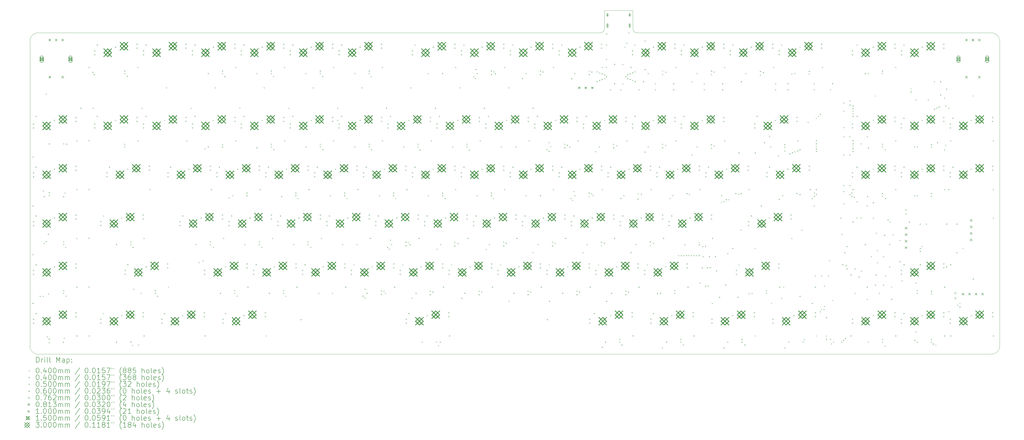
<source format=gbr>
%FSLAX45Y45*%
G04 Gerber Fmt 4.5, Leading zero omitted, Abs format (unit mm)*
G04 Created by KiCad (PCBNEW (6.0.0)) date 2022-03-06 17:03:51*
%MOMM*%
%LPD*%
G01*
G04 APERTURE LIST*
%TA.AperFunction,Profile*%
%ADD10C,0.100000*%
%TD*%
%ADD11C,0.200000*%
%ADD12C,0.040000*%
%ADD13C,0.050000*%
%ADD14C,0.060000*%
%ADD15C,0.076200*%
%ADD16C,0.081280*%
%ADD17C,0.100000*%
%ADD18C,0.150000*%
%ADD19C,0.300000*%
G04 APERTURE END LIST*
D10*
X39446890Y-21271160D02*
X2301730Y-21271160D01*
X39764370Y-9048180D02*
X39764370Y-20953680D01*
X1984250Y-20953680D02*
X1984250Y-9048180D01*
X2301730Y-8730700D02*
X24207850Y-8730700D01*
X25636510Y-8730700D02*
X39446890Y-8730700D01*
X25477770Y-8571960D02*
G75*
G03*
X25636510Y-8730700I158740J0D01*
G01*
X39764370Y-9048180D02*
G75*
G03*
X39446890Y-8730700I-317480J0D01*
G01*
X2301730Y-8730700D02*
G75*
G03*
X1984250Y-9048180I0J-317480D01*
G01*
X39446890Y-21271160D02*
G75*
G03*
X39764370Y-20953680I0J317480D01*
G01*
X1984250Y-20953680D02*
G75*
G03*
X2301730Y-21271160I317480J0D01*
G01*
X24366590Y-7857630D02*
X24366590Y-8571960D01*
X25477770Y-7857630D02*
X25477770Y-8571960D01*
X24207850Y-8730700D02*
G75*
G03*
X24366590Y-8571960I0J158740D01*
G01*
X25477770Y-7857630D02*
X24366590Y-7857630D01*
D11*
D12*
X2083305Y-13552270D02*
X2123305Y-13592270D01*
X2123305Y-13552270D02*
X2083305Y-13592270D01*
X2083305Y-15457150D02*
X2123305Y-15497150D01*
X2123305Y-15457150D02*
X2083305Y-15497150D01*
X2083305Y-17362030D02*
X2123305Y-17402030D01*
X2123305Y-17362030D02*
X2083305Y-17402030D01*
X2083305Y-19266910D02*
X2123305Y-19306910D01*
X2123305Y-19266910D02*
X2083305Y-19306910D01*
X2202360Y-13949650D02*
X2242360Y-13989650D01*
X2242360Y-13949650D02*
X2202360Y-13989650D01*
X2202360Y-15854578D02*
X2242360Y-15894578D01*
X2242360Y-15854578D02*
X2202360Y-15894578D01*
X2202360Y-17759506D02*
X2242360Y-17799506D01*
X2242360Y-17759506D02*
X2202360Y-17799506D01*
X2202360Y-19663760D02*
X2242360Y-19703760D01*
X2242360Y-19663760D02*
X2202360Y-19703760D01*
X2361100Y-18989115D02*
X2401100Y-19029115D01*
X2401100Y-18989115D02*
X2361100Y-19029115D01*
X2480155Y-18989115D02*
X2520155Y-19029115D01*
X2520155Y-18989115D02*
X2480155Y-19029115D01*
X2487620Y-14877210D02*
X2527620Y-14917210D01*
X2527620Y-14877210D02*
X2487620Y-14917210D01*
X2519840Y-15099985D02*
X2559840Y-15139985D01*
X2559840Y-15099985D02*
X2519840Y-15139985D01*
X2519840Y-16925495D02*
X2559840Y-16965495D01*
X2559840Y-16925495D02*
X2519840Y-16965495D01*
X2599210Y-11091800D02*
X2639210Y-11131800D01*
X2639210Y-11091800D02*
X2599210Y-11131800D01*
X2599210Y-16852040D02*
X2639210Y-16892040D01*
X2639210Y-16852040D02*
X2599210Y-16892040D01*
X2638895Y-20576515D02*
X2678895Y-20616515D01*
X2678895Y-20576515D02*
X2638895Y-20616515D01*
X2678580Y-16568330D02*
X2718580Y-16608330D01*
X2718580Y-16568330D02*
X2678580Y-16608330D01*
X2688610Y-18900375D02*
X2728610Y-18940375D01*
X2728610Y-18900375D02*
X2688610Y-18940375D01*
X2718265Y-13042330D02*
X2758265Y-13082330D01*
X2758265Y-13042330D02*
X2718265Y-13082330D01*
X2718265Y-14947210D02*
X2758265Y-14987210D01*
X2758265Y-14947210D02*
X2718265Y-14987210D01*
X2718265Y-15060300D02*
X2758265Y-15100300D01*
X2758265Y-15060300D02*
X2718265Y-15100300D01*
X2718265Y-20661850D02*
X2758265Y-20701850D01*
X2758265Y-20661850D02*
X2718265Y-20701850D01*
X2718265Y-20805255D02*
X2758265Y-20845255D01*
X2758265Y-20805255D02*
X2718265Y-20845255D01*
X2916690Y-12123610D02*
X2956690Y-12163610D01*
X2956690Y-12123610D02*
X2916690Y-12163610D01*
X2916690Y-14028490D02*
X2956690Y-14068490D01*
X2956690Y-14028490D02*
X2916690Y-14068490D01*
X2916690Y-15933370D02*
X2956690Y-15973370D01*
X2956690Y-15933370D02*
X2916690Y-15973370D01*
X2916690Y-17838250D02*
X2956690Y-17878250D01*
X2956690Y-17838250D02*
X2916690Y-17878250D01*
X3264042Y-20784753D02*
X3304042Y-20824753D01*
X3304042Y-20784753D02*
X3264042Y-20824753D01*
X3273855Y-13036365D02*
X3313855Y-13076365D01*
X3313855Y-13036365D02*
X3273855Y-13076365D01*
X3273855Y-15099985D02*
X3313855Y-15139985D01*
X3313855Y-15099985D02*
X3273855Y-15139985D01*
X3273855Y-16865180D02*
X3313855Y-16905180D01*
X3313855Y-16865180D02*
X3273855Y-16905180D01*
X3273855Y-16965180D02*
X3313855Y-17005180D01*
X3313855Y-16965180D02*
X3273855Y-17005180D01*
X3273855Y-18770060D02*
X3313855Y-18810060D01*
X3313855Y-18770060D02*
X3273855Y-18810060D01*
X3273855Y-18870060D02*
X3313855Y-18910060D01*
X3313855Y-18870060D02*
X3273855Y-18910060D01*
X3303510Y-20626230D02*
X3343510Y-20666230D01*
X3343510Y-20626230D02*
X3303510Y-20666230D01*
X3335468Y-14959002D02*
X3375468Y-14999002D01*
X3375468Y-14959002D02*
X3335468Y-14999002D01*
X3363247Y-17078384D02*
X3403247Y-17118384D01*
X3403247Y-17078384D02*
X3363247Y-17118384D01*
X3375153Y-18980061D02*
X3415153Y-19020061D01*
X3415153Y-18980061D02*
X3375153Y-19020061D01*
X3392910Y-13052377D02*
X3432910Y-13092377D01*
X3432910Y-13052377D02*
X3392910Y-13092377D01*
X3789760Y-12917310D02*
X3829760Y-12957310D01*
X3829760Y-12917310D02*
X3789760Y-12957310D01*
X3789760Y-14822190D02*
X3829760Y-14862190D01*
X3829760Y-14822190D02*
X3789760Y-14862190D01*
X3789760Y-16727070D02*
X3829760Y-16767070D01*
X3829760Y-16727070D02*
X3789760Y-16767070D01*
X3789760Y-18631950D02*
X3829760Y-18671950D01*
X3829760Y-18631950D02*
X3789760Y-18671950D01*
X3789760Y-20536830D02*
X3829760Y-20576830D01*
X3829760Y-20536830D02*
X3789760Y-20576830D01*
X3948500Y-11647390D02*
X3988500Y-11687390D01*
X3988500Y-11647390D02*
X3948500Y-11687390D01*
X4419706Y-10248387D02*
X4459706Y-10288387D01*
X4459706Y-10248387D02*
X4419706Y-10288387D01*
X4424720Y-11647390D02*
X4464720Y-11687390D01*
X4464720Y-11647390D02*
X4424720Y-11687390D01*
X4464405Y-10337785D02*
X4504405Y-10377785D01*
X4504405Y-10337785D02*
X4464405Y-10377785D01*
X4583460Y-9186920D02*
X4623460Y-9226920D01*
X4623460Y-9186920D02*
X4583460Y-9226920D01*
X4821570Y-15854000D02*
X4861570Y-15894000D01*
X4861570Y-15854000D02*
X4821570Y-15894000D01*
X4821570Y-19663760D02*
X4861570Y-19703760D01*
X4861570Y-19663760D02*
X4821570Y-19703760D01*
X5059680Y-13949120D02*
X5099680Y-13989120D01*
X5099680Y-13949120D02*
X5059680Y-13989120D01*
X5297790Y-9266290D02*
X5337790Y-9306290D01*
X5337790Y-9266290D02*
X5297790Y-9306290D01*
X5297790Y-12123610D02*
X5337790Y-12163610D01*
X5337790Y-12123610D02*
X5297790Y-12163610D01*
X5337475Y-16965180D02*
X5377475Y-17005180D01*
X5377475Y-16965180D02*
X5337475Y-17005180D01*
X5337475Y-20774940D02*
X5377475Y-20814940D01*
X5377475Y-20774940D02*
X5337475Y-20814940D01*
X5535900Y-15933370D02*
X5575900Y-15973370D01*
X5575900Y-15933370D02*
X5535900Y-15973370D01*
X5535900Y-19743130D02*
X5575900Y-19783130D01*
X5575900Y-19743130D02*
X5535900Y-19783130D01*
X5654955Y-10198100D02*
X5694955Y-10238100D01*
X5694955Y-10198100D02*
X5654955Y-10238100D01*
X5654955Y-10298100D02*
X5694955Y-10338100D01*
X5694955Y-10298100D02*
X5654955Y-10338100D01*
X5654955Y-13055420D02*
X5694955Y-13095420D01*
X5694955Y-13055420D02*
X5654955Y-13095420D01*
X5654955Y-13155420D02*
X5694955Y-13195420D01*
X5694955Y-13155420D02*
X5654955Y-13195420D01*
X5752851Y-10408101D02*
X5792851Y-10448101D01*
X5792851Y-10408101D02*
X5752851Y-10448101D01*
X5774010Y-14028490D02*
X5814010Y-14068490D01*
X5814010Y-14028490D02*
X5774010Y-14068490D01*
X5774010Y-17758880D02*
X5814010Y-17798880D01*
X5814010Y-17758880D02*
X5774010Y-17798880D01*
X5890560Y-20772435D02*
X5930560Y-20812435D01*
X5930560Y-20772435D02*
X5890560Y-20812435D01*
X5893065Y-16865180D02*
X5933065Y-16905180D01*
X5933065Y-16865180D02*
X5893065Y-16905180D01*
X5893065Y-16965180D02*
X5933065Y-17005180D01*
X5933065Y-16965180D02*
X5893065Y-17005180D01*
X5966244Y-20904357D02*
X6006244Y-20944357D01*
X6006244Y-20904357D02*
X5966244Y-20944357D01*
X5979047Y-17081793D02*
X6019047Y-17121793D01*
X6019047Y-17081793D02*
X5979047Y-17121793D01*
X6012120Y-18711320D02*
X6052120Y-18751320D01*
X6052120Y-18711320D02*
X6012120Y-18751320D01*
X6170860Y-10059990D02*
X6210860Y-10099990D01*
X6210860Y-10059990D02*
X6170860Y-10099990D01*
X6170860Y-12917310D02*
X6210860Y-12957310D01*
X6210860Y-12917310D02*
X6170860Y-12957310D01*
X6194873Y-20884941D02*
X6234873Y-20924941D01*
X6234873Y-20884941D02*
X6194873Y-20924941D01*
X6289915Y-18870060D02*
X6329915Y-18910060D01*
X6329915Y-18870060D02*
X6289915Y-18910060D01*
X6329600Y-11647390D02*
X6369600Y-11687390D01*
X6369600Y-11647390D02*
X6329600Y-11687390D01*
X6408970Y-16727070D02*
X6448970Y-16767070D01*
X6448970Y-16727070D02*
X6408970Y-16767070D01*
X6408970Y-20536830D02*
X6448970Y-20576830D01*
X6448970Y-20536830D02*
X6408970Y-20576830D01*
X6488340Y-9186920D02*
X6528340Y-9226920D01*
X6528340Y-9186920D02*
X6488340Y-9226920D01*
X6488340Y-17838250D02*
X6528340Y-17878250D01*
X6528340Y-17838250D02*
X6488340Y-17878250D01*
X6647080Y-14822190D02*
X6687080Y-14862190D01*
X6687080Y-14822190D02*
X6647080Y-14862190D01*
X6845505Y-18770060D02*
X6885505Y-18810060D01*
X6885505Y-18770060D02*
X6845505Y-18810060D01*
X6845505Y-18870060D02*
X6885505Y-18910060D01*
X6885505Y-18870060D02*
X6845505Y-18910060D01*
X6932436Y-18985724D02*
X6972436Y-19025724D01*
X6972436Y-18985724D02*
X6932436Y-19025724D01*
X7202670Y-12123610D02*
X7242670Y-12163610D01*
X7242670Y-12123610D02*
X7202670Y-12163610D01*
X7202670Y-19663760D02*
X7242670Y-19703760D01*
X7242670Y-19663760D02*
X7202670Y-19703760D01*
X7282040Y-10853690D02*
X7322040Y-10893690D01*
X7322040Y-10853690D02*
X7282040Y-10893690D01*
X7361410Y-18631950D02*
X7401410Y-18671950D01*
X7401410Y-18631950D02*
X7361410Y-18671950D01*
X7440780Y-13949120D02*
X7480780Y-13989120D01*
X7480780Y-13949120D02*
X7440780Y-13989120D01*
X7917000Y-15854000D02*
X7957000Y-15894000D01*
X7957000Y-15854000D02*
X7917000Y-15894000D01*
X7917000Y-19743130D02*
X7957000Y-19783130D01*
X7957000Y-19743130D02*
X7917000Y-19783130D01*
X8075740Y-12917310D02*
X8115740Y-12957310D01*
X8115740Y-12917310D02*
X8075740Y-12957310D01*
X8155110Y-14028490D02*
X8195110Y-14068490D01*
X8195110Y-14028490D02*
X8155110Y-14068490D01*
X8234480Y-11647390D02*
X8274480Y-11687390D01*
X8274480Y-11647390D02*
X8234480Y-11687390D01*
X8393220Y-9186920D02*
X8433220Y-9226920D01*
X8433220Y-9186920D02*
X8393220Y-9226920D01*
X8432905Y-16965180D02*
X8472905Y-17005180D01*
X8472905Y-16965180D02*
X8432905Y-17005180D01*
X8551960Y-17679510D02*
X8591960Y-17719510D01*
X8591960Y-17679510D02*
X8551960Y-17719510D01*
X8631330Y-15933370D02*
X8671330Y-15973370D01*
X8671330Y-15933370D02*
X8631330Y-15973370D01*
X8710700Y-17600140D02*
X8750700Y-17640140D01*
X8750700Y-17600140D02*
X8710700Y-17640140D01*
X8786755Y-13235645D02*
X8826755Y-13275645D01*
X8826755Y-13235645D02*
X8786755Y-13275645D01*
X8790070Y-20536830D02*
X8830070Y-20576830D01*
X8830070Y-20536830D02*
X8790070Y-20576830D01*
X8909125Y-10298100D02*
X8949125Y-10338100D01*
X8949125Y-10298100D02*
X8909125Y-10338100D01*
X8909125Y-13155420D02*
X8949125Y-13195420D01*
X8949125Y-13155420D02*
X8909125Y-13195420D01*
X8988495Y-16865180D02*
X9028495Y-16905180D01*
X9028495Y-16865180D02*
X8988495Y-16905180D01*
X8988495Y-16965180D02*
X9028495Y-17005180D01*
X9028495Y-16965180D02*
X8988495Y-17005180D01*
X9028180Y-14822190D02*
X9068180Y-14862190D01*
X9068180Y-14822190D02*
X9028180Y-14862190D01*
X9107550Y-9266290D02*
X9147550Y-9306290D01*
X9147550Y-9266290D02*
X9107550Y-9306290D01*
X9107550Y-12123610D02*
X9147550Y-12163610D01*
X9147550Y-12123610D02*
X9107550Y-12163610D01*
X9110218Y-17075181D02*
X9150218Y-17115181D01*
X9150218Y-17075181D02*
X9110218Y-17115181D01*
X9186920Y-10853690D02*
X9226920Y-10893690D01*
X9226920Y-10853690D02*
X9186920Y-10893690D01*
X9345660Y-13949120D02*
X9385660Y-13989120D01*
X9385660Y-13949120D02*
X9345660Y-13989120D01*
X9385345Y-18870060D02*
X9425345Y-18910060D01*
X9425345Y-18870060D02*
X9385345Y-18910060D01*
X9464284Y-13061574D02*
X9504284Y-13101574D01*
X9504284Y-13061574D02*
X9464284Y-13101574D01*
X9464715Y-10198100D02*
X9504715Y-10238100D01*
X9504715Y-10198100D02*
X9464715Y-10238100D01*
X9464715Y-10298100D02*
X9504715Y-10338100D01*
X9504715Y-10298100D02*
X9464715Y-10338100D01*
X9464743Y-13161573D02*
X9504743Y-13201573D01*
X9504743Y-13161573D02*
X9464743Y-13201573D01*
X9504400Y-16727070D02*
X9544400Y-16767070D01*
X9544400Y-16727070D02*
X9504400Y-16767070D01*
X9554107Y-10411304D02*
X9594107Y-10451304D01*
X9594107Y-10411304D02*
X9554107Y-10451304D01*
X9583770Y-17838250D02*
X9623770Y-17878250D01*
X9623770Y-17838250D02*
X9583770Y-17878250D01*
X9583770Y-19663760D02*
X9623770Y-19703760D01*
X9623770Y-19663760D02*
X9583770Y-19703760D01*
X9728013Y-15144797D02*
X9768013Y-15184797D01*
X9768013Y-15144797D02*
X9728013Y-15184797D01*
X9821880Y-15854000D02*
X9861880Y-15894000D01*
X9861880Y-15854000D02*
X9821880Y-15894000D01*
X9861565Y-15060300D02*
X9901565Y-15100300D01*
X9901565Y-15060300D02*
X9861565Y-15100300D01*
X9940935Y-18770060D02*
X9980935Y-18810060D01*
X9980935Y-18770060D02*
X9940935Y-18810060D01*
X9940935Y-18870060D02*
X9980935Y-18910060D01*
X9980935Y-18870060D02*
X9940935Y-18910060D01*
X9980620Y-10059990D02*
X10020620Y-10099990D01*
X10020620Y-10059990D02*
X9980620Y-10099990D01*
X9980620Y-12917310D02*
X10020620Y-12957310D01*
X10020620Y-12917310D02*
X9980620Y-12957310D01*
X10030327Y-18983264D02*
X10070327Y-19023264D01*
X10070327Y-18983264D02*
X10030327Y-19023264D01*
X10059990Y-14028490D02*
X10099990Y-14068490D01*
X10099990Y-14028490D02*
X10059990Y-14068490D01*
X10139360Y-11647390D02*
X10179360Y-11687390D01*
X10179360Y-11647390D02*
X10139360Y-11687390D01*
X10298100Y-9186920D02*
X10338100Y-9226920D01*
X10338100Y-9186920D02*
X10298100Y-9226920D01*
X10298100Y-19743130D02*
X10338100Y-19783130D01*
X10338100Y-19743130D02*
X10298100Y-19783130D01*
X10337785Y-16965180D02*
X10377785Y-17005180D01*
X10377785Y-16965180D02*
X10337785Y-17005180D01*
X10417155Y-14960300D02*
X10457155Y-15000300D01*
X10457155Y-14960300D02*
X10417155Y-15000300D01*
X10417155Y-15060300D02*
X10457155Y-15100300D01*
X10457155Y-15060300D02*
X10417155Y-15100300D01*
X10456840Y-18631950D02*
X10496840Y-18671950D01*
X10496840Y-18631950D02*
X10456840Y-18671950D01*
X10536210Y-15933370D02*
X10576210Y-15973370D01*
X10576210Y-15933370D02*
X10536210Y-15973370D01*
X10774320Y-17758880D02*
X10814320Y-17798880D01*
X10814320Y-17758880D02*
X10774320Y-17798880D01*
X10814005Y-10298100D02*
X10854005Y-10338100D01*
X10854005Y-10298100D02*
X10814005Y-10338100D01*
X10814005Y-13195105D02*
X10854005Y-13235105D01*
X10854005Y-13195105D02*
X10814005Y-13235105D01*
X10893375Y-16865180D02*
X10933375Y-16905180D01*
X10933375Y-16865180D02*
X10893375Y-16905180D01*
X10893375Y-16965180D02*
X10933375Y-17005180D01*
X10933375Y-16965180D02*
X10893375Y-17005180D01*
X10933060Y-14822190D02*
X10973060Y-14862190D01*
X10973060Y-14822190D02*
X10933060Y-14862190D01*
X10994673Y-17075181D02*
X11034673Y-17115181D01*
X11034673Y-17075181D02*
X10994673Y-17115181D01*
X11012430Y-9266290D02*
X11052430Y-9306290D01*
X11052430Y-9266290D02*
X11012430Y-9306290D01*
X11012430Y-12123610D02*
X11052430Y-12163610D01*
X11052430Y-12123610D02*
X11012430Y-12163610D01*
X11091800Y-10853690D02*
X11131800Y-10893690D01*
X11131800Y-10853690D02*
X11091800Y-10893690D01*
X11171170Y-20536830D02*
X11211170Y-20576830D01*
X11211170Y-20536830D02*
X11171170Y-20576830D01*
X11250540Y-13949120D02*
X11290540Y-13989120D01*
X11290540Y-13949120D02*
X11250540Y-13989120D01*
X11290225Y-18870060D02*
X11330225Y-18910060D01*
X11330225Y-18870060D02*
X11290225Y-18910060D01*
X11369595Y-10198100D02*
X11409595Y-10238100D01*
X11409595Y-10198100D02*
X11369595Y-10238100D01*
X11369595Y-10298100D02*
X11409595Y-10338100D01*
X11409595Y-10298100D02*
X11369595Y-10338100D01*
X11369595Y-13055420D02*
X11409595Y-13095420D01*
X11409595Y-13055420D02*
X11369595Y-13095420D01*
X11369595Y-13155420D02*
X11409595Y-13195420D01*
X11409595Y-13155420D02*
X11369595Y-13195420D01*
X11409280Y-16727070D02*
X11449280Y-16767070D01*
X11449280Y-16727070D02*
X11409280Y-16767070D01*
X11455577Y-10414713D02*
X11495577Y-10454713D01*
X11495577Y-10414713D02*
X11455577Y-10454713D01*
X11467491Y-13265421D02*
X11507491Y-13305421D01*
X11507491Y-13265421D02*
X11467491Y-13305421D01*
X11488650Y-17838250D02*
X11528650Y-17878250D01*
X11528650Y-17838250D02*
X11488650Y-17878250D01*
X11726760Y-15854000D02*
X11766760Y-15894000D01*
X11766760Y-15854000D02*
X11726760Y-15894000D01*
X11766445Y-15099985D02*
X11806445Y-15139985D01*
X11806445Y-15099985D02*
X11766445Y-15139985D01*
X11845815Y-18770060D02*
X11885815Y-18810060D01*
X11885815Y-18770060D02*
X11845815Y-18810060D01*
X11845815Y-18870060D02*
X11885815Y-18910060D01*
X11885815Y-18870060D02*
X11845815Y-18910060D01*
X11885500Y-10059990D02*
X11925500Y-10099990D01*
X11925500Y-10059990D02*
X11885500Y-10099990D01*
X11885500Y-12917310D02*
X11925500Y-12957310D01*
X11925500Y-12917310D02*
X11885500Y-12957310D01*
X11931797Y-18986673D02*
X11971797Y-19026673D01*
X11971797Y-18986673D02*
X11931797Y-19026673D01*
X11964870Y-14028490D02*
X12004870Y-14068490D01*
X12004870Y-14028490D02*
X11964870Y-14068490D01*
X12044240Y-11647390D02*
X12084240Y-11687390D01*
X12084240Y-11647390D02*
X12044240Y-11687390D01*
X12202980Y-9186920D02*
X12242980Y-9226920D01*
X12242980Y-9186920D02*
X12202980Y-9226920D01*
X12242665Y-16965180D02*
X12282665Y-17005180D01*
X12282665Y-16965180D02*
X12242665Y-17005180D01*
X12322035Y-14960300D02*
X12362035Y-15000300D01*
X12362035Y-14960300D02*
X12322035Y-15000300D01*
X12322035Y-15060300D02*
X12362035Y-15100300D01*
X12362035Y-15060300D02*
X12322035Y-15100300D01*
X12361720Y-18631950D02*
X12401720Y-18671950D01*
X12401720Y-18631950D02*
X12361720Y-18671950D01*
X12408017Y-15176913D02*
X12448017Y-15216913D01*
X12448017Y-15176913D02*
X12408017Y-15216913D01*
X12441090Y-15933370D02*
X12481090Y-15973370D01*
X12481090Y-15933370D02*
X12441090Y-15973370D01*
X12520460Y-19901870D02*
X12560460Y-19941870D01*
X12560460Y-19901870D02*
X12520460Y-19941870D01*
X12679200Y-17758880D02*
X12719200Y-17798880D01*
X12719200Y-17758880D02*
X12679200Y-17798880D01*
X12718885Y-10298100D02*
X12758885Y-10338100D01*
X12758885Y-10298100D02*
X12718885Y-10338100D01*
X12718885Y-13155420D02*
X12758885Y-13195420D01*
X12758885Y-13155420D02*
X12718885Y-13195420D01*
X12798255Y-16865180D02*
X12838255Y-16905180D01*
X12838255Y-16865180D02*
X12798255Y-16905180D01*
X12798255Y-16965180D02*
X12838255Y-17005180D01*
X12838255Y-16965180D02*
X12798255Y-17005180D01*
X12837940Y-14822190D02*
X12877940Y-14862190D01*
X12877940Y-14822190D02*
X12837940Y-14862190D01*
X12903372Y-17075181D02*
X12943372Y-17115181D01*
X12943372Y-17075181D02*
X12903372Y-17115181D01*
X12917310Y-9266290D02*
X12957310Y-9306290D01*
X12957310Y-9266290D02*
X12917310Y-9306290D01*
X12917310Y-12123610D02*
X12957310Y-12163610D01*
X12957310Y-12123610D02*
X12917310Y-12163610D01*
X12996680Y-10853690D02*
X13036680Y-10893690D01*
X13036680Y-10853690D02*
X12996680Y-10893690D01*
X13155420Y-13949120D02*
X13195420Y-13989120D01*
X13195420Y-13949120D02*
X13155420Y-13989120D01*
X13217900Y-18870060D02*
X13257900Y-18910060D01*
X13257900Y-18870060D02*
X13217900Y-18910060D01*
X13274475Y-10198100D02*
X13314475Y-10238100D01*
X13314475Y-10198100D02*
X13274475Y-10238100D01*
X13274475Y-10298100D02*
X13314475Y-10338100D01*
X13314475Y-10298100D02*
X13274475Y-10338100D01*
X13274475Y-13055420D02*
X13314475Y-13095420D01*
X13314475Y-13055420D02*
X13274475Y-13095420D01*
X13274475Y-13155420D02*
X13314475Y-13195420D01*
X13314475Y-13155420D02*
X13274475Y-13195420D01*
X13314160Y-16727070D02*
X13354160Y-16767070D01*
X13354160Y-16727070D02*
X13314160Y-16767070D01*
X13363867Y-10411304D02*
X13403867Y-10451304D01*
X13403867Y-10411304D02*
X13363867Y-10451304D01*
X13372371Y-13265421D02*
X13412371Y-13305421D01*
X13412371Y-13265421D02*
X13372371Y-13305421D01*
X13393530Y-17838250D02*
X13433530Y-17878250D01*
X13433530Y-17838250D02*
X13393530Y-17878250D01*
X13631640Y-15854000D02*
X13671640Y-15894000D01*
X13671640Y-15854000D02*
X13631640Y-15894000D01*
X13671325Y-15060300D02*
X13711325Y-15100300D01*
X13711325Y-15060300D02*
X13671325Y-15100300D01*
X13750695Y-18870060D02*
X13790695Y-18910060D01*
X13790695Y-18870060D02*
X13750695Y-18910060D01*
X13790380Y-10059990D02*
X13830380Y-10099990D01*
X13830380Y-10059990D02*
X13790380Y-10099990D01*
X13790380Y-12917310D02*
X13830380Y-12957310D01*
X13830380Y-12917310D02*
X13790380Y-12957310D01*
X13869750Y-14028490D02*
X13909750Y-14068490D01*
X13909750Y-14028490D02*
X13869750Y-14068490D01*
X13949120Y-11647390D02*
X13989120Y-11687390D01*
X13989120Y-11647390D02*
X13949120Y-11687390D01*
X13949120Y-12123610D02*
X13989120Y-12163610D01*
X13989120Y-12123610D02*
X13949120Y-12163610D01*
X14107860Y-9186920D02*
X14147860Y-9226920D01*
X14147860Y-9186920D02*
X14107860Y-9226920D01*
X14147545Y-16965180D02*
X14187545Y-17005180D01*
X14187545Y-16965180D02*
X14147545Y-17005180D01*
X14226915Y-14960300D02*
X14266915Y-15000300D01*
X14266915Y-14960300D02*
X14226915Y-15000300D01*
X14226915Y-15060300D02*
X14266915Y-15100300D01*
X14266915Y-15060300D02*
X14226915Y-15100300D01*
X14266600Y-18631950D02*
X14306600Y-18671950D01*
X14306600Y-18631950D02*
X14266600Y-18671950D01*
X14312897Y-15176913D02*
X14352897Y-15216913D01*
X14352897Y-15176913D02*
X14312897Y-15216913D01*
X14345970Y-15933370D02*
X14385970Y-15973370D01*
X14385970Y-15933370D02*
X14345970Y-15973370D01*
X14584080Y-17758880D02*
X14624080Y-17798880D01*
X14624080Y-17758880D02*
X14584080Y-17798880D01*
X14623765Y-10298100D02*
X14663765Y-10338100D01*
X14663765Y-10298100D02*
X14623765Y-10338100D01*
X14623765Y-13155420D02*
X14663765Y-13195420D01*
X14663765Y-13155420D02*
X14623765Y-13195420D01*
X14703135Y-16965180D02*
X14743135Y-17005180D01*
X14743135Y-16965180D02*
X14703135Y-17005180D01*
X14742820Y-14822190D02*
X14782820Y-14862190D01*
X14782820Y-14822190D02*
X14742820Y-14862190D01*
X14822190Y-9266290D02*
X14862190Y-9306290D01*
X14862190Y-9266290D02*
X14822190Y-9306290D01*
X14822190Y-12123610D02*
X14862190Y-12163610D01*
X14862190Y-12123610D02*
X14822190Y-12163610D01*
X14901560Y-10853690D02*
X14941560Y-10893690D01*
X14941560Y-10853690D02*
X14901560Y-10893690D01*
X14938306Y-18983000D02*
X14978306Y-19023000D01*
X14978306Y-18983000D02*
X14938306Y-19023000D01*
X15011852Y-19056547D02*
X15051852Y-19096547D01*
X15051852Y-19056547D02*
X15011852Y-19096547D01*
X15021347Y-18711799D02*
X15061347Y-18751799D01*
X15061347Y-18711799D02*
X15021347Y-18751799D01*
X15060300Y-13949120D02*
X15100300Y-13989120D01*
X15100300Y-13949120D02*
X15060300Y-13989120D01*
X15099985Y-18870060D02*
X15139985Y-18910060D01*
X15139985Y-18870060D02*
X15099985Y-18910060D01*
X15179355Y-10198100D02*
X15219355Y-10238100D01*
X15219355Y-10198100D02*
X15179355Y-10238100D01*
X15179355Y-10298100D02*
X15219355Y-10338100D01*
X15219355Y-10298100D02*
X15179355Y-10338100D01*
X15179355Y-13055420D02*
X15219355Y-13095420D01*
X15219355Y-13055420D02*
X15179355Y-13095420D01*
X15179355Y-13155420D02*
X15219355Y-13195420D01*
X15219355Y-13155420D02*
X15179355Y-13195420D01*
X15219040Y-16727070D02*
X15259040Y-16767070D01*
X15259040Y-16727070D02*
X15219040Y-16767070D01*
X15265337Y-10414713D02*
X15305337Y-10454713D01*
X15305337Y-10414713D02*
X15265337Y-10454713D01*
X15268747Y-13268624D02*
X15308747Y-13308624D01*
X15308747Y-13268624D02*
X15268747Y-13308624D01*
X15298410Y-17838250D02*
X15338410Y-17878250D01*
X15338410Y-17838250D02*
X15298410Y-17878250D01*
X15536520Y-15854000D02*
X15576520Y-15894000D01*
X15576520Y-15854000D02*
X15536520Y-15894000D01*
X15576205Y-15060300D02*
X15616205Y-15100300D01*
X15616205Y-15060300D02*
X15576205Y-15100300D01*
X15654088Y-18779115D02*
X15694088Y-18819115D01*
X15694088Y-18779115D02*
X15654088Y-18819115D01*
X15655575Y-18919115D02*
X15695575Y-18959115D01*
X15695575Y-18919115D02*
X15655575Y-18959115D01*
X15695260Y-10059990D02*
X15735260Y-10099990D01*
X15735260Y-10059990D02*
X15695260Y-10099990D01*
X15695260Y-12917310D02*
X15735260Y-12957310D01*
X15735260Y-12917310D02*
X15695260Y-12957310D01*
X15753079Y-18793286D02*
X15793079Y-18833286D01*
X15793079Y-18793286D02*
X15753079Y-18833286D01*
X15774630Y-14028490D02*
X15814630Y-14068490D01*
X15814630Y-14028490D02*
X15774630Y-14068490D01*
X15814315Y-18880062D02*
X15854315Y-18920062D01*
X15854315Y-18880062D02*
X15814315Y-18920062D01*
X15854000Y-11647390D02*
X15894000Y-11687390D01*
X15894000Y-11647390D02*
X15854000Y-11687390D01*
X15895273Y-17082648D02*
X15935273Y-17122648D01*
X15935273Y-17082648D02*
X15895273Y-17122648D01*
X15965983Y-17153358D02*
X16005983Y-17193358D01*
X16005983Y-17153358D02*
X15965983Y-17193358D01*
X16012582Y-16799570D02*
X16052582Y-16839570D01*
X16052582Y-16799570D02*
X16012582Y-16839570D01*
X16052425Y-16965180D02*
X16092425Y-17005180D01*
X16092425Y-16965180D02*
X16052425Y-17005180D01*
X16131795Y-14960300D02*
X16171795Y-15000300D01*
X16171795Y-14960300D02*
X16131795Y-15000300D01*
X16131795Y-15060300D02*
X16171795Y-15100300D01*
X16171795Y-15060300D02*
X16131795Y-15100300D01*
X16171480Y-18631950D02*
X16211480Y-18671950D01*
X16211480Y-18631950D02*
X16171480Y-18671950D01*
X16217777Y-15176913D02*
X16257777Y-15216913D01*
X16257777Y-15176913D02*
X16217777Y-15216913D01*
X16250850Y-15933370D02*
X16290850Y-15973370D01*
X16290850Y-15933370D02*
X16250850Y-15973370D01*
X16488960Y-17758880D02*
X16528960Y-17798880D01*
X16528960Y-17758880D02*
X16488960Y-17798880D01*
X16528645Y-13155420D02*
X16568645Y-13195420D01*
X16568645Y-13155420D02*
X16528645Y-13195420D01*
X16606999Y-16874867D02*
X16646999Y-16914867D01*
X16646999Y-16874867D02*
X16606999Y-16914867D01*
X16608015Y-17014867D02*
X16648015Y-17054867D01*
X16648015Y-17014867D02*
X16608015Y-17054867D01*
X16647700Y-14822190D02*
X16687700Y-14862190D01*
X16687700Y-14822190D02*
X16647700Y-14862190D01*
X16706086Y-16888356D02*
X16746086Y-16928356D01*
X16746086Y-16888356D02*
X16706086Y-16928356D01*
X16727070Y-12123610D02*
X16767070Y-12163610D01*
X16767070Y-12123610D02*
X16727070Y-12163610D01*
X16727070Y-19663760D02*
X16767070Y-19703760D01*
X16767070Y-19663760D02*
X16727070Y-19703760D01*
X16766755Y-16974866D02*
X16806755Y-17014866D01*
X16806755Y-16974866D02*
X16766755Y-17014866D01*
X16806440Y-10853690D02*
X16846440Y-10893690D01*
X16846440Y-10853690D02*
X16806440Y-10893690D01*
X16846125Y-19060063D02*
X16886125Y-19100063D01*
X16886125Y-19060063D02*
X16846125Y-19100063D01*
X16965180Y-9186920D02*
X17005180Y-9226920D01*
X17005180Y-9186920D02*
X16965180Y-9226920D01*
X16965180Y-13949120D02*
X17005180Y-13989120D01*
X17005180Y-13949120D02*
X16965180Y-13989120D01*
X17004865Y-18870060D02*
X17044865Y-18910060D01*
X17044865Y-18870060D02*
X17004865Y-18910060D01*
X17084235Y-13055420D02*
X17124235Y-13095420D01*
X17124235Y-13055420D02*
X17084235Y-13095420D01*
X17084235Y-13155420D02*
X17124235Y-13195420D01*
X17124235Y-13155420D02*
X17084235Y-13195420D01*
X17123920Y-16727070D02*
X17163920Y-16767070D01*
X17163920Y-16727070D02*
X17123920Y-16767070D01*
X17163172Y-13279078D02*
X17203172Y-13319078D01*
X17203172Y-13279078D02*
X17163172Y-13319078D01*
X17203290Y-17838250D02*
X17243290Y-17878250D01*
X17243290Y-17838250D02*
X17203290Y-17878250D01*
X17242975Y-20774940D02*
X17282975Y-20814940D01*
X17282975Y-20774940D02*
X17242975Y-20814940D01*
X17441400Y-15854000D02*
X17481400Y-15894000D01*
X17481400Y-15854000D02*
X17441400Y-15894000D01*
X17441400Y-19743130D02*
X17481400Y-19783130D01*
X17481400Y-19743130D02*
X17441400Y-19783130D01*
X17481085Y-10298100D02*
X17521085Y-10338100D01*
X17521085Y-10298100D02*
X17481085Y-10338100D01*
X17481085Y-15060300D02*
X17521085Y-15100300D01*
X17521085Y-15060300D02*
X17481085Y-15100300D01*
X17560455Y-18786971D02*
X17600455Y-18826971D01*
X17600455Y-18786971D02*
X17560455Y-18826971D01*
X17560455Y-18926971D02*
X17600455Y-18966971D01*
X17600455Y-18926971D02*
X17560455Y-18966971D01*
X17600140Y-12917310D02*
X17640140Y-12957310D01*
X17640140Y-12917310D02*
X17600140Y-12957310D01*
X17662787Y-18826708D02*
X17702787Y-18866708D01*
X17702787Y-18826708D02*
X17662787Y-18866708D01*
X17679510Y-9266290D02*
X17719510Y-9306290D01*
X17719510Y-9266290D02*
X17679510Y-9306290D01*
X17679510Y-14028490D02*
X17719510Y-14068490D01*
X17719510Y-14028490D02*
X17679510Y-14068490D01*
X17758880Y-11647390D02*
X17798880Y-11687390D01*
X17798880Y-11647390D02*
X17758880Y-11687390D01*
X17798565Y-20774940D02*
X17838565Y-20814940D01*
X17838565Y-20774940D02*
X17798565Y-20814940D01*
X17819280Y-17155183D02*
X17859280Y-17195183D01*
X17859280Y-17155183D02*
X17819280Y-17195183D01*
X17883096Y-20914725D02*
X17923096Y-20954725D01*
X17923096Y-20914725D02*
X17883096Y-20954725D01*
X17947935Y-20782083D02*
X17987935Y-20822083D01*
X17987935Y-20782083D02*
X17947935Y-20822083D01*
X17957305Y-16965180D02*
X17997305Y-17005180D01*
X17997305Y-16965180D02*
X17957305Y-17005180D01*
X18036675Y-10298100D02*
X18076675Y-10338100D01*
X18076675Y-10298100D02*
X18036675Y-10338100D01*
X18036675Y-14960300D02*
X18076675Y-15000300D01*
X18076675Y-14960300D02*
X18036675Y-15000300D01*
X18036675Y-15060300D02*
X18076675Y-15100300D01*
X18076675Y-15060300D02*
X18036675Y-15100300D01*
X18076360Y-18631950D02*
X18116360Y-18671950D01*
X18116360Y-18631950D02*
X18076360Y-18671950D01*
X18137973Y-15170301D02*
X18177973Y-15210301D01*
X18177973Y-15170301D02*
X18137973Y-15210301D01*
X18155730Y-15933370D02*
X18195730Y-15973370D01*
X18195730Y-15933370D02*
X18155730Y-15973370D01*
X18314470Y-20536830D02*
X18354470Y-20576830D01*
X18354470Y-20536830D02*
X18314470Y-20576830D01*
X18393840Y-17758880D02*
X18433840Y-17798880D01*
X18433840Y-17758880D02*
X18393840Y-17798880D01*
X18433525Y-13155420D02*
X18473525Y-13195420D01*
X18473525Y-13155420D02*
X18433525Y-13195420D01*
X18512895Y-16882091D02*
X18552895Y-16922091D01*
X18552895Y-16882091D02*
X18512895Y-16922091D01*
X18512895Y-17022091D02*
X18552895Y-17062091D01*
X18552895Y-17022091D02*
X18512895Y-17062091D01*
X18552580Y-10059990D02*
X18592580Y-10099990D01*
X18592580Y-10059990D02*
X18552580Y-10099990D01*
X18552580Y-14822190D02*
X18592580Y-14862190D01*
X18592580Y-14822190D02*
X18552580Y-14862190D01*
X18631950Y-12123610D02*
X18671950Y-12163610D01*
X18671950Y-12123610D02*
X18631950Y-12163610D01*
X18638341Y-16935181D02*
X18678341Y-16975181D01*
X18678341Y-16935181D02*
X18638341Y-16975181D01*
X18711320Y-10853690D02*
X18751320Y-10893690D01*
X18751320Y-10853690D02*
X18711320Y-10893690D01*
X18790690Y-19066971D02*
X18830690Y-19106971D01*
X18830690Y-19066971D02*
X18790690Y-19106971D01*
X18870060Y-9186920D02*
X18910060Y-9226920D01*
X18910060Y-9186920D02*
X18870060Y-9226920D01*
X18870060Y-13949120D02*
X18910060Y-13989120D01*
X18910060Y-13949120D02*
X18870060Y-13989120D01*
X18909745Y-18870060D02*
X18949745Y-18910060D01*
X18949745Y-18870060D02*
X18909745Y-18910060D01*
X18989115Y-13055420D02*
X19029115Y-13095420D01*
X19029115Y-13055420D02*
X18989115Y-13095420D01*
X18989115Y-13155420D02*
X19029115Y-13195420D01*
X19029115Y-13155420D02*
X18989115Y-13195420D01*
X19028800Y-16727070D02*
X19068800Y-16767070D01*
X19068800Y-16727070D02*
X19028800Y-16767070D01*
X19082825Y-13279760D02*
X19122825Y-13319760D01*
X19122825Y-13279760D02*
X19082825Y-13319760D01*
X19108170Y-17838250D02*
X19148170Y-17878250D01*
X19148170Y-17838250D02*
X19108170Y-17878250D01*
X19250655Y-10421955D02*
X19290655Y-10461955D01*
X19290655Y-10421955D02*
X19250655Y-10461955D01*
X19321366Y-10492666D02*
X19361366Y-10532666D01*
X19361366Y-10492666D02*
X19321366Y-10532666D01*
X19345161Y-10137770D02*
X19385161Y-10177770D01*
X19385161Y-10137770D02*
X19345161Y-10177770D01*
X19346280Y-15854000D02*
X19386280Y-15894000D01*
X19386280Y-15854000D02*
X19346280Y-15894000D01*
X19385965Y-10298100D02*
X19425965Y-10338100D01*
X19425965Y-10298100D02*
X19385965Y-10338100D01*
X19385965Y-15060300D02*
X19425965Y-15100300D01*
X19425965Y-15060300D02*
X19385965Y-15100300D01*
X19465335Y-18786971D02*
X19505335Y-18826971D01*
X19505335Y-18786971D02*
X19465335Y-18826971D01*
X19465335Y-18926971D02*
X19505335Y-18966971D01*
X19505335Y-18926971D02*
X19465335Y-18966971D01*
X19505020Y-12917310D02*
X19545020Y-12957310D01*
X19545020Y-12917310D02*
X19505020Y-12957310D01*
X19564492Y-18823532D02*
X19604492Y-18863532D01*
X19604492Y-18823532D02*
X19564492Y-18863532D01*
X19584390Y-9266290D02*
X19624390Y-9306290D01*
X19624390Y-9266290D02*
X19584390Y-9306290D01*
X19584390Y-14028490D02*
X19624390Y-14068490D01*
X19624390Y-14028490D02*
X19584390Y-14068490D01*
X19663760Y-11647390D02*
X19703760Y-11687390D01*
X19703760Y-11647390D02*
X19663760Y-11687390D01*
X19743130Y-17162091D02*
X19783130Y-17202091D01*
X19783130Y-17162091D02*
X19743130Y-17202091D01*
X19862185Y-16965180D02*
X19902185Y-17005180D01*
X19902185Y-16965180D02*
X19862185Y-17005180D01*
X19935598Y-10197785D02*
X19975598Y-10237785D01*
X19975598Y-10197785D02*
X19935598Y-10237785D01*
X19941555Y-10337785D02*
X19981555Y-10377785D01*
X19981555Y-10337785D02*
X19941555Y-10377785D01*
X19941555Y-14960300D02*
X19981555Y-15000300D01*
X19981555Y-14960300D02*
X19941555Y-15000300D01*
X19941555Y-15060300D02*
X19981555Y-15100300D01*
X19981555Y-15060300D02*
X19941555Y-15100300D01*
X19981240Y-18631950D02*
X20021240Y-18671950D01*
X20021240Y-18631950D02*
X19981240Y-18671950D01*
X20027537Y-15176913D02*
X20067537Y-15216913D01*
X20067537Y-15176913D02*
X20027537Y-15216913D01*
X20037644Y-10229844D02*
X20077644Y-10269844D01*
X20077644Y-10229844D02*
X20037644Y-10269844D01*
X20060610Y-15933370D02*
X20100610Y-15973370D01*
X20100610Y-15933370D02*
X20060610Y-15973370D01*
X20100295Y-10307786D02*
X20140295Y-10347786D01*
X20140295Y-10307786D02*
X20100295Y-10347786D01*
X20298720Y-17758880D02*
X20338720Y-17798880D01*
X20338720Y-17758880D02*
X20298720Y-17798880D01*
X20338405Y-13155420D02*
X20378405Y-13195420D01*
X20378405Y-13155420D02*
X20338405Y-13195420D01*
X20417775Y-16882091D02*
X20457775Y-16922091D01*
X20457775Y-16882091D02*
X20417775Y-16922091D01*
X20417775Y-17022091D02*
X20457775Y-17062091D01*
X20457775Y-17022091D02*
X20417775Y-17062091D01*
X20457460Y-10059990D02*
X20497460Y-10099990D01*
X20497460Y-10059990D02*
X20457460Y-10099990D01*
X20457460Y-14822190D02*
X20497460Y-14862190D01*
X20497460Y-14822190D02*
X20457460Y-14862190D01*
X20516932Y-16918652D02*
X20556932Y-16958652D01*
X20556932Y-16918652D02*
X20516932Y-16958652D01*
X20536830Y-12123610D02*
X20576830Y-12163610D01*
X20576830Y-12123610D02*
X20536830Y-12163610D01*
X20616200Y-10853690D02*
X20656200Y-10893690D01*
X20656200Y-10853690D02*
X20616200Y-10893690D01*
X20623703Y-19186974D02*
X20663703Y-19226974D01*
X20663703Y-19186974D02*
X20623703Y-19226974D01*
X20774940Y-9186920D02*
X20814940Y-9226920D01*
X20814940Y-9186920D02*
X20774940Y-9226920D01*
X20774940Y-13949120D02*
X20814940Y-13989120D01*
X20814940Y-13949120D02*
X20774940Y-13989120D01*
X20814625Y-18870060D02*
X20854625Y-18910060D01*
X20854625Y-18870060D02*
X20814625Y-18910060D01*
X20893995Y-13155420D02*
X20933995Y-13195420D01*
X20933995Y-13155420D02*
X20893995Y-13195420D01*
X20933680Y-16727070D02*
X20973680Y-16767070D01*
X20973680Y-16727070D02*
X20933680Y-16767070D01*
X21013050Y-17838250D02*
X21053050Y-17878250D01*
X21053050Y-17838250D02*
X21013050Y-17878250D01*
X21153008Y-10491452D02*
X21193008Y-10531452D01*
X21193008Y-10491452D02*
X21153008Y-10531452D01*
X21251160Y-15854000D02*
X21291160Y-15894000D01*
X21291160Y-15854000D02*
X21251160Y-15894000D01*
X21290845Y-10298100D02*
X21330845Y-10338100D01*
X21330845Y-10298100D02*
X21290845Y-10338100D01*
X21290845Y-15060300D02*
X21330845Y-15100300D01*
X21330845Y-15060300D02*
X21290845Y-15100300D01*
X21370215Y-18786971D02*
X21410215Y-18826971D01*
X21410215Y-18786971D02*
X21370215Y-18826971D01*
X21370215Y-18926971D02*
X21410215Y-18966971D01*
X21410215Y-18926971D02*
X21370215Y-18966971D01*
X21409900Y-12917310D02*
X21449900Y-12957310D01*
X21449900Y-12917310D02*
X21409900Y-12957310D01*
X21469372Y-18823532D02*
X21509372Y-18863532D01*
X21509372Y-18823532D02*
X21469372Y-18863532D01*
X21489270Y-9266290D02*
X21529270Y-9306290D01*
X21529270Y-9266290D02*
X21489270Y-9306290D01*
X21489270Y-14028490D02*
X21529270Y-14068490D01*
X21529270Y-14028490D02*
X21489270Y-14068490D01*
X21562936Y-17282094D02*
X21602936Y-17322094D01*
X21602936Y-17282094D02*
X21562936Y-17322094D01*
X21568640Y-11647390D02*
X21608640Y-11687390D01*
X21608640Y-11647390D02*
X21568640Y-11687390D01*
X21767065Y-16965180D02*
X21807065Y-17005180D01*
X21807065Y-16965180D02*
X21767065Y-17005180D01*
X21846435Y-10337785D02*
X21886435Y-10377785D01*
X21886435Y-10337785D02*
X21846435Y-10377785D01*
X21846435Y-15060300D02*
X21886435Y-15100300D01*
X21886435Y-15060300D02*
X21846435Y-15100300D01*
X21849813Y-10197785D02*
X21889813Y-10237785D01*
X21889813Y-10197785D02*
X21849813Y-10237785D01*
X21886120Y-18631950D02*
X21926120Y-18671950D01*
X21926120Y-18631950D02*
X21886120Y-18671950D01*
X21949689Y-10238444D02*
X21989689Y-10278444D01*
X21989689Y-10238444D02*
X21949689Y-10278444D01*
X21965490Y-15933370D02*
X22005490Y-15973370D01*
X22005490Y-15933370D02*
X21965490Y-15973370D01*
X22105975Y-13265421D02*
X22145975Y-13305421D01*
X22145975Y-13265421D02*
X22105975Y-13305421D01*
X22124230Y-19901870D02*
X22164230Y-19941870D01*
X22164230Y-19901870D02*
X22124230Y-19941870D01*
X22185345Y-13332415D02*
X22225345Y-13372415D01*
X22225345Y-13332415D02*
X22185345Y-13372415D01*
X22192094Y-12989810D02*
X22232094Y-13029810D01*
X22232094Y-12989810D02*
X22192094Y-13029810D01*
X22203600Y-17758880D02*
X22243600Y-17798880D01*
X22243600Y-17758880D02*
X22203600Y-17798880D01*
X22203600Y-19186924D02*
X22243600Y-19226924D01*
X22243600Y-19186924D02*
X22203600Y-19226924D01*
X22253098Y-13145607D02*
X22293098Y-13185607D01*
X22293098Y-13145607D02*
X22253098Y-13185607D01*
X22322655Y-16882091D02*
X22362655Y-16922091D01*
X22362655Y-16882091D02*
X22322655Y-16922091D01*
X22322655Y-17022091D02*
X22362655Y-17062091D01*
X22362655Y-17022091D02*
X22322655Y-17062091D01*
X22362340Y-10059990D02*
X22402340Y-10099990D01*
X22402340Y-10059990D02*
X22362340Y-10099990D01*
X22362340Y-14822190D02*
X22402340Y-14862190D01*
X22402340Y-14822190D02*
X22362340Y-14862190D01*
X22424987Y-16921828D02*
X22464987Y-16961828D01*
X22464987Y-16921828D02*
X22424987Y-16961828D01*
X22441710Y-12123610D02*
X22481710Y-12163610D01*
X22481710Y-12123610D02*
X22441710Y-12163610D01*
X22679820Y-9186920D02*
X22719820Y-9226920D01*
X22719820Y-9186920D02*
X22679820Y-9226920D01*
X22679820Y-13949120D02*
X22719820Y-13989120D01*
X22719820Y-13949120D02*
X22679820Y-13989120D01*
X22719505Y-18870060D02*
X22759505Y-18910060D01*
X22759505Y-18870060D02*
X22719505Y-18910060D01*
X22798875Y-13055105D02*
X22838875Y-13095105D01*
X22838875Y-13055105D02*
X22798875Y-13095105D01*
X22798875Y-13195105D02*
X22838875Y-13235105D01*
X22838875Y-13195105D02*
X22798875Y-13235105D01*
X22838560Y-16727070D02*
X22878560Y-16767070D01*
X22878560Y-16727070D02*
X22838560Y-16767070D01*
X22900258Y-13093893D02*
X22940258Y-13133893D01*
X22940258Y-13093893D02*
X22900258Y-13133893D01*
X22917930Y-17838250D02*
X22957930Y-17878250D01*
X22957930Y-17838250D02*
X22917930Y-17878250D01*
X22997300Y-13165106D02*
X23037300Y-13205106D01*
X23037300Y-13165106D02*
X22997300Y-13205106D01*
X23034045Y-15173240D02*
X23074045Y-15213240D01*
X23074045Y-15173240D02*
X23034045Y-15213240D01*
X23069058Y-10502623D02*
X23109058Y-10542623D01*
X23109058Y-10502623D02*
X23069058Y-10542623D01*
X23107592Y-15246787D02*
X23147592Y-15286787D01*
X23147592Y-15246787D02*
X23107592Y-15286787D01*
X23154921Y-14899970D02*
X23194921Y-14939970D01*
X23194921Y-14899970D02*
X23154921Y-14939970D01*
X23156040Y-15854000D02*
X23196040Y-15894000D01*
X23196040Y-15854000D02*
X23156040Y-15894000D01*
X23195725Y-10298100D02*
X23235725Y-10338100D01*
X23235725Y-10298100D02*
X23195725Y-10338100D01*
X23195725Y-15060300D02*
X23235725Y-15100300D01*
X23235725Y-15060300D02*
X23195725Y-15100300D01*
X23275095Y-18786971D02*
X23315095Y-18826971D01*
X23315095Y-18786971D02*
X23275095Y-18826971D01*
X23275095Y-18926971D02*
X23315095Y-18966971D01*
X23315095Y-18926971D02*
X23275095Y-18966971D01*
X23314780Y-12917310D02*
X23354780Y-12957310D01*
X23354780Y-12917310D02*
X23314780Y-12957310D01*
X23377427Y-18826708D02*
X23417427Y-18866708D01*
X23417427Y-18826708D02*
X23377427Y-18866708D01*
X23394150Y-9266290D02*
X23434150Y-9306290D01*
X23434150Y-9266290D02*
X23394150Y-9306290D01*
X23394150Y-14028490D02*
X23434150Y-14068490D01*
X23434150Y-14028490D02*
X23394150Y-14068490D01*
X23508310Y-17286989D02*
X23548310Y-17326989D01*
X23548310Y-17286989D02*
X23508310Y-17326989D01*
X23671945Y-16965180D02*
X23711945Y-17005180D01*
X23711945Y-16965180D02*
X23671945Y-17005180D01*
X23751315Y-10197785D02*
X23791315Y-10237785D01*
X23791315Y-10197785D02*
X23751315Y-10237785D01*
X23751315Y-10337785D02*
X23791315Y-10377785D01*
X23791315Y-10337785D02*
X23751315Y-10377785D01*
X23751315Y-14959985D02*
X23791315Y-14999985D01*
X23791315Y-14959985D02*
X23751315Y-14999985D01*
X23751315Y-15099985D02*
X23791315Y-15139985D01*
X23791315Y-15099985D02*
X23751315Y-15139985D01*
X23791000Y-18631950D02*
X23831000Y-18671950D01*
X23831000Y-18631950D02*
X23791000Y-18671950D01*
X23848005Y-14985501D02*
X23888005Y-15025501D01*
X23888005Y-14985501D02*
X23848005Y-15025501D01*
X23852922Y-10236797D02*
X23892922Y-10276797D01*
X23892922Y-10236797D02*
X23852922Y-10276797D01*
X23870370Y-15933370D02*
X23910370Y-15973370D01*
X23910370Y-15933370D02*
X23870370Y-15973370D01*
X23911852Y-15062466D02*
X23951852Y-15102466D01*
X23951852Y-15062466D02*
X23911852Y-15102466D01*
X23949740Y-19663760D02*
X23989740Y-19703760D01*
X23989740Y-19663760D02*
X23949740Y-19703760D01*
X24002413Y-13345107D02*
X24042413Y-13385107D01*
X24042413Y-13345107D02*
X24002413Y-13385107D01*
X24057967Y-10607790D02*
X24097967Y-10647790D01*
X24097967Y-10607790D02*
X24057967Y-10647790D01*
X24062620Y-10227152D02*
X24102620Y-10267152D01*
X24102620Y-10227152D02*
X24062620Y-10267152D01*
X24108480Y-17758880D02*
X24148480Y-17798880D01*
X24148480Y-17758880D02*
X24108480Y-17798880D01*
X24148165Y-13155420D02*
X24188165Y-13195420D01*
X24188165Y-13155420D02*
X24148165Y-13195420D01*
X24157553Y-10567789D02*
X24197553Y-10607789D01*
X24197553Y-10567789D02*
X24157553Y-10607789D01*
X24161278Y-10267153D02*
X24201278Y-10307153D01*
X24201278Y-10267153D02*
X24161278Y-10307153D01*
X24227535Y-16882091D02*
X24267535Y-16922091D01*
X24267535Y-16882091D02*
X24227535Y-16922091D01*
X24227535Y-17022091D02*
X24267535Y-17062091D01*
X24267535Y-17022091D02*
X24227535Y-17062091D01*
X24256815Y-10307154D02*
X24296815Y-10347154D01*
X24296815Y-10307154D02*
X24256815Y-10347154D01*
X24256815Y-10527788D02*
X24296815Y-10567788D01*
X24296815Y-10527788D02*
X24256815Y-10567788D01*
X24260365Y-20980220D02*
X24300365Y-21020220D01*
X24300365Y-20980220D02*
X24260365Y-21020220D01*
X24267220Y-10059990D02*
X24307220Y-10099990D01*
X24307220Y-10059990D02*
X24267220Y-10099990D01*
X24267220Y-14822190D02*
X24307220Y-14862190D01*
X24307220Y-14822190D02*
X24267220Y-14862190D01*
X24337983Y-16912718D02*
X24377983Y-16952718D01*
X24377983Y-16912718D02*
X24337983Y-16952718D01*
X24346590Y-12123610D02*
X24386590Y-12163610D01*
X24386590Y-12123610D02*
X24346590Y-12163610D01*
X24355249Y-10346444D02*
X24395249Y-10386444D01*
X24395249Y-10346444D02*
X24355249Y-10386444D01*
X24355249Y-10487866D02*
X24395249Y-10527866D01*
X24395249Y-10487866D02*
X24355249Y-10527866D01*
X24386275Y-20774940D02*
X24426275Y-20814940D01*
X24426275Y-20774940D02*
X24386275Y-20814940D01*
X24425960Y-8750385D02*
X24465960Y-8790385D01*
X24465960Y-8750385D02*
X24425960Y-8790385D01*
X24425960Y-9186920D02*
X24465960Y-9226920D01*
X24465960Y-9186920D02*
X24425960Y-9226920D01*
X24425960Y-9742510D02*
X24465960Y-9782510D01*
X24465960Y-9742510D02*
X24425960Y-9782510D01*
X24425960Y-10059990D02*
X24465960Y-10099990D01*
X24465960Y-10059990D02*
X24425960Y-10099990D01*
X24425960Y-10417155D02*
X24465960Y-10457155D01*
X24465960Y-10417155D02*
X24425960Y-10457155D01*
X24430505Y-19186974D02*
X24470505Y-19226974D01*
X24470505Y-19186974D02*
X24430505Y-19226974D01*
X24584700Y-10933060D02*
X24624700Y-10973060D01*
X24624700Y-10933060D02*
X24584700Y-10973060D01*
X24584700Y-13949120D02*
X24624700Y-13989120D01*
X24624700Y-13949120D02*
X24584700Y-13989120D01*
X24584700Y-19743130D02*
X24624700Y-19783130D01*
X24624700Y-19743130D02*
X24584700Y-19783130D01*
X24624385Y-18870060D02*
X24664385Y-18910060D01*
X24664385Y-18870060D02*
X24624385Y-18910060D01*
X24697798Y-13055105D02*
X24737798Y-13095105D01*
X24737798Y-13055105D02*
X24697798Y-13095105D01*
X24703755Y-13195105D02*
X24743755Y-13235105D01*
X24743755Y-13195105D02*
X24703755Y-13235105D01*
X24743440Y-9940935D02*
X24783440Y-9980935D01*
X24783440Y-9940935D02*
X24743440Y-9980935D01*
X24743440Y-10694950D02*
X24783440Y-10734950D01*
X24783440Y-10694950D02*
X24743440Y-10734950D01*
X24743440Y-16727070D02*
X24783440Y-16767070D01*
X24783440Y-16727070D02*
X24743440Y-16767070D01*
X24822810Y-17838250D02*
X24862810Y-17878250D01*
X24862810Y-17838250D02*
X24822810Y-17878250D01*
X24824895Y-13113650D02*
X24864895Y-13153650D01*
X24864895Y-13113650D02*
X24824895Y-13153650D01*
X24941865Y-20674940D02*
X24981865Y-20714940D01*
X24981865Y-20674940D02*
X24941865Y-20714940D01*
X24941865Y-20774940D02*
X24981865Y-20814940D01*
X24981865Y-20774940D02*
X24941865Y-20814940D01*
X24981550Y-10933060D02*
X25021550Y-10973060D01*
X25021550Y-10933060D02*
X24981550Y-10973060D01*
X24988938Y-15171967D02*
X25028938Y-15211967D01*
X25028938Y-15171967D02*
X24988938Y-15211967D01*
X25027847Y-20891553D02*
X25067847Y-20931553D01*
X25067847Y-20891553D02*
X25027847Y-20931553D01*
X25060920Y-9940935D02*
X25100920Y-9980935D01*
X25100920Y-9940935D02*
X25060920Y-9980935D01*
X25060920Y-10694950D02*
X25100920Y-10734950D01*
X25100920Y-10694950D02*
X25060920Y-10734950D01*
X25060920Y-15854000D02*
X25100920Y-15894000D01*
X25100920Y-15854000D02*
X25060920Y-15894000D01*
X25100605Y-15060300D02*
X25140605Y-15100300D01*
X25140605Y-15060300D02*
X25100605Y-15100300D01*
X25140290Y-9266290D02*
X25180290Y-9306290D01*
X25180290Y-9266290D02*
X25140290Y-9306290D01*
X25179975Y-10417155D02*
X25219975Y-10457155D01*
X25219975Y-10417155D02*
X25179975Y-10457155D01*
X25179975Y-18786971D02*
X25219975Y-18826971D01*
X25219975Y-18786971D02*
X25179975Y-18826971D01*
X25179975Y-18926971D02*
X25219975Y-18966971D01*
X25219975Y-18926971D02*
X25179975Y-18966971D01*
X25219660Y-9107550D02*
X25259660Y-9147550D01*
X25259660Y-9107550D02*
X25219660Y-9147550D01*
X25219660Y-12917310D02*
X25259660Y-12957310D01*
X25259660Y-12917310D02*
X25219660Y-12957310D01*
X25250686Y-10346444D02*
X25290686Y-10386444D01*
X25290686Y-10346444D02*
X25250686Y-10386444D01*
X25250686Y-10487866D02*
X25290686Y-10527866D01*
X25290686Y-10487866D02*
X25250686Y-10527866D01*
X25282307Y-18826708D02*
X25322307Y-18866708D01*
X25322307Y-18826708D02*
X25282307Y-18866708D01*
X25299030Y-8710700D02*
X25339030Y-8750700D01*
X25339030Y-8710700D02*
X25299030Y-8750700D01*
X25299030Y-14028490D02*
X25339030Y-14068490D01*
X25339030Y-14028490D02*
X25299030Y-14068490D01*
X25349119Y-10307154D02*
X25389119Y-10347154D01*
X25389119Y-10307154D02*
X25349119Y-10347154D01*
X25349119Y-10527788D02*
X25389119Y-10567788D01*
X25389119Y-10527788D02*
X25349119Y-10567788D01*
X25378400Y-10059990D02*
X25418400Y-10099990D01*
X25418400Y-10059990D02*
X25378400Y-10099990D01*
X25378400Y-17282094D02*
X25418400Y-17322094D01*
X25418400Y-17282094D02*
X25378400Y-17322094D01*
X25444657Y-10267153D02*
X25484657Y-10307153D01*
X25484657Y-10267153D02*
X25444657Y-10307153D01*
X25448382Y-10567789D02*
X25488382Y-10607789D01*
X25488382Y-10567789D02*
X25448382Y-10607789D01*
X25457770Y-20536830D02*
X25497770Y-20576830D01*
X25497770Y-20536830D02*
X25457770Y-20576830D01*
X25537140Y-9186920D02*
X25577140Y-9226920D01*
X25577140Y-9186920D02*
X25537140Y-9226920D01*
X25543315Y-10227152D02*
X25583315Y-10267152D01*
X25583315Y-10227152D02*
X25543315Y-10267152D01*
X25547968Y-10607790D02*
X25587968Y-10647790D01*
X25587968Y-10607790D02*
X25547968Y-10647790D01*
X25576825Y-16965180D02*
X25616825Y-17005180D01*
X25616825Y-16965180D02*
X25576825Y-17005180D01*
X25651451Y-15192469D02*
X25691451Y-15232469D01*
X25691451Y-15192469D02*
X25651451Y-15232469D01*
X25656195Y-14980930D02*
X25696195Y-15020930D01*
X25696195Y-14980930D02*
X25656195Y-15020930D01*
X25695880Y-10933060D02*
X25735880Y-10973060D01*
X25735880Y-10933060D02*
X25695880Y-10973060D01*
X25695880Y-18631950D02*
X25735880Y-18671950D01*
X25735880Y-18631950D02*
X25695880Y-18671950D01*
X25775250Y-15933370D02*
X25815250Y-15973370D01*
X25815250Y-15933370D02*
X25775250Y-15973370D01*
X25785062Y-15010802D02*
X25825062Y-15050802D01*
X25825062Y-15010802D02*
X25785062Y-15050802D01*
X25861637Y-10607790D02*
X25901637Y-10647790D01*
X25901637Y-10607790D02*
X25861637Y-10647790D01*
X25927136Y-13360701D02*
X25967136Y-13400701D01*
X25967136Y-13360701D02*
X25927136Y-13400701D01*
X25933990Y-9028180D02*
X25973990Y-9068180D01*
X25973990Y-9028180D02*
X25933990Y-9068180D01*
X25933990Y-10139360D02*
X25973990Y-10179360D01*
X25973990Y-10139360D02*
X25933990Y-10179360D01*
X26013360Y-17758880D02*
X26053360Y-17798880D01*
X26053360Y-17758880D02*
X26013360Y-17798880D01*
X26053045Y-10298100D02*
X26093045Y-10338100D01*
X26093045Y-10298100D02*
X26053045Y-10338100D01*
X26053045Y-13155420D02*
X26093045Y-13195420D01*
X26093045Y-13155420D02*
X26053045Y-13195420D01*
X26132415Y-16865180D02*
X26172415Y-16905180D01*
X26172415Y-16865180D02*
X26132415Y-16905180D01*
X26132415Y-17014551D02*
X26172415Y-17054551D01*
X26172415Y-17014551D02*
X26132415Y-17054551D01*
X26172100Y-14822190D02*
X26212100Y-14862190D01*
X26212100Y-14822190D02*
X26172100Y-14862190D01*
X26251470Y-9266290D02*
X26291470Y-9306290D01*
X26291470Y-9266290D02*
X26251470Y-9306290D01*
X26251470Y-12123610D02*
X26291470Y-12163610D01*
X26291470Y-12123610D02*
X26251470Y-12163610D01*
X26251470Y-16925495D02*
X26291470Y-16965495D01*
X26291470Y-16925495D02*
X26251470Y-16965495D01*
X26251470Y-19663760D02*
X26291470Y-19703760D01*
X26291470Y-19663760D02*
X26251470Y-19703760D01*
X26330840Y-10694950D02*
X26370840Y-10734950D01*
X26370840Y-10694950D02*
X26330840Y-10734950D01*
X26330840Y-10933060D02*
X26370840Y-10973060D01*
X26370840Y-10933060D02*
X26330840Y-10973060D01*
X26410210Y-18886970D02*
X26450210Y-18926970D01*
X26450210Y-18886970D02*
X26410210Y-18926970D01*
X26489580Y-13949120D02*
X26529580Y-13989120D01*
X26529580Y-13949120D02*
X26489580Y-13989120D01*
X26529265Y-18870060D02*
X26569265Y-18910060D01*
X26569265Y-18870060D02*
X26529265Y-18910060D01*
X26608192Y-13055105D02*
X26648192Y-13095105D01*
X26648192Y-13055105D02*
X26608192Y-13095105D01*
X26608635Y-10337785D02*
X26648635Y-10377785D01*
X26648635Y-10337785D02*
X26608635Y-10377785D01*
X26608635Y-13195105D02*
X26648635Y-13235105D01*
X26648635Y-13195105D02*
X26608635Y-13235105D01*
X26611357Y-21004944D02*
X26651357Y-21044944D01*
X26651357Y-21004944D02*
X26611357Y-21044944D01*
X26614592Y-10197785D02*
X26654592Y-10237785D01*
X26654592Y-10197785D02*
X26614592Y-10237785D01*
X26648320Y-16727070D02*
X26688320Y-16767070D01*
X26688320Y-16727070D02*
X26648320Y-16767070D01*
X26727690Y-17838250D02*
X26767690Y-17878250D01*
X26767690Y-17838250D02*
X26727690Y-17878250D01*
X26730291Y-13098711D02*
X26770291Y-13138711D01*
X26770291Y-13098711D02*
X26730291Y-13138711D01*
X26735201Y-10246301D02*
X26775201Y-10286301D01*
X26775201Y-10246301D02*
X26735201Y-10286301D01*
X26767375Y-20774940D02*
X26807375Y-20814940D01*
X26807375Y-20774940D02*
X26767375Y-20814940D01*
X26896460Y-15169985D02*
X26936460Y-15209985D01*
X26936460Y-15169985D02*
X26896460Y-15209985D01*
X26965800Y-15854000D02*
X27005800Y-15894000D01*
X27005800Y-15854000D02*
X26965800Y-15894000D01*
X26965800Y-19743130D02*
X27005800Y-19783130D01*
X27005800Y-19743130D02*
X26965800Y-19783130D01*
X27005485Y-15060300D02*
X27045485Y-15100300D01*
X27045485Y-15060300D02*
X27005485Y-15100300D01*
X27045170Y-10694950D02*
X27085170Y-10734950D01*
X27085170Y-10694950D02*
X27045170Y-10734950D01*
X27045170Y-10933060D02*
X27085170Y-10973060D01*
X27085170Y-10933060D02*
X27045170Y-10973060D01*
X27084855Y-18770060D02*
X27124855Y-18810060D01*
X27124855Y-18770060D02*
X27084855Y-18810060D01*
X27084855Y-18870060D02*
X27124855Y-18910060D01*
X27124855Y-18870060D02*
X27084855Y-18910060D01*
X27124540Y-10059990D02*
X27164540Y-10099990D01*
X27164540Y-10059990D02*
X27124540Y-10099990D01*
X27124540Y-12917310D02*
X27164540Y-12957310D01*
X27164540Y-12917310D02*
X27124540Y-12957310D01*
X27203910Y-14028490D02*
X27243910Y-14068490D01*
X27243910Y-14028490D02*
X27203910Y-14068490D01*
X27236976Y-17401715D02*
X27276976Y-17441715D01*
X27276976Y-17401715D02*
X27236976Y-17441715D01*
X27322965Y-20674940D02*
X27362965Y-20714940D01*
X27362965Y-20674940D02*
X27322965Y-20714940D01*
X27322965Y-20774940D02*
X27362965Y-20814940D01*
X27362965Y-20774940D02*
X27322965Y-20814940D01*
X27336976Y-17401715D02*
X27376976Y-17441715D01*
X27376976Y-17401715D02*
X27336976Y-17441715D01*
X27424263Y-20884941D02*
X27464263Y-20924941D01*
X27464263Y-20884941D02*
X27424263Y-20924941D01*
X27436977Y-17401714D02*
X27476977Y-17441714D01*
X27476977Y-17401714D02*
X27436977Y-17441714D01*
X27442020Y-9186920D02*
X27482020Y-9226920D01*
X27482020Y-9186920D02*
X27442020Y-9226920D01*
X27471892Y-16974550D02*
X27511892Y-17014550D01*
X27511892Y-16974550D02*
X27471892Y-17014550D01*
X27536977Y-17401717D02*
X27576977Y-17441717D01*
X27576977Y-17401717D02*
X27536977Y-17441717D01*
X27561075Y-14980930D02*
X27601075Y-15020930D01*
X27601075Y-14980930D02*
X27561075Y-15020930D01*
X27600760Y-18631950D02*
X27640760Y-18671950D01*
X27640760Y-18631950D02*
X27600760Y-18671950D01*
X27636977Y-17401709D02*
X27676977Y-17441709D01*
X27676977Y-17401709D02*
X27636977Y-17441709D01*
X27657812Y-15018357D02*
X27697812Y-15058357D01*
X27697812Y-15018357D02*
X27657812Y-15058357D01*
X27680130Y-15933370D02*
X27720130Y-15973370D01*
X27720130Y-15933370D02*
X27680130Y-15973370D01*
X27736977Y-17401723D02*
X27776977Y-17441723D01*
X27776977Y-17401723D02*
X27736977Y-17441723D01*
X27753796Y-10615014D02*
X27793796Y-10655014D01*
X27793796Y-10615014D02*
X27753796Y-10655014D01*
X27754233Y-13472334D02*
X27794233Y-13512334D01*
X27794233Y-13472334D02*
X27754233Y-13512334D01*
X27836977Y-17401689D02*
X27876977Y-17441689D01*
X27876977Y-17401689D02*
X27836977Y-17441689D01*
X27838870Y-20536830D02*
X27878870Y-20576830D01*
X27878870Y-20536830D02*
X27838870Y-20576830D01*
X27936977Y-17401751D02*
X27976977Y-17441751D01*
X27976977Y-17401751D02*
X27936977Y-17441751D01*
X27957925Y-10298100D02*
X27997925Y-10338100D01*
X27997925Y-10298100D02*
X27957925Y-10338100D01*
X27957925Y-13155420D02*
X27997925Y-13195420D01*
X27997925Y-13155420D02*
X27957925Y-13195420D01*
X28036977Y-17401578D02*
X28076977Y-17441578D01*
X28076977Y-17401578D02*
X28036977Y-17441578D01*
X28037295Y-16885810D02*
X28077295Y-16925810D01*
X28077295Y-16885810D02*
X28037295Y-16925810D01*
X28037295Y-16985810D02*
X28077295Y-17025810D01*
X28077295Y-16985810D02*
X28037295Y-17025810D01*
X28076980Y-14822190D02*
X28116980Y-14862190D01*
X28116980Y-14822190D02*
X28076980Y-14862190D01*
X28076980Y-18473210D02*
X28116980Y-18513210D01*
X28116980Y-18473210D02*
X28076980Y-18513210D01*
X28156350Y-9266290D02*
X28196350Y-9306290D01*
X28196350Y-9266290D02*
X28156350Y-9306290D01*
X28156350Y-12123610D02*
X28196350Y-12163610D01*
X28196350Y-12123610D02*
X28156350Y-12163610D01*
X28156350Y-17877935D02*
X28196350Y-17917935D01*
X28196350Y-17877935D02*
X28156350Y-17917935D01*
X28176327Y-17049373D02*
X28216327Y-17089373D01*
X28216327Y-17049373D02*
X28176327Y-17089373D01*
X28196035Y-17441400D02*
X28236035Y-17481400D01*
X28236035Y-17441400D02*
X28196035Y-17481400D01*
X28235720Y-10694950D02*
X28275720Y-10734950D01*
X28275720Y-10694950D02*
X28235720Y-10734950D01*
X28235720Y-10933060D02*
X28275720Y-10973060D01*
X28275720Y-10933060D02*
X28235720Y-10973060D01*
X28281854Y-17040692D02*
X28321854Y-17080692D01*
X28321854Y-17040692D02*
X28281854Y-17080692D01*
X28289762Y-18594717D02*
X28329762Y-18634717D01*
X28329762Y-18594717D02*
X28289762Y-18634717D01*
X28354775Y-17877935D02*
X28394775Y-17917935D01*
X28394775Y-17877935D02*
X28354775Y-17917935D01*
X28389691Y-18590948D02*
X28429691Y-18630948D01*
X28429691Y-18590948D02*
X28389691Y-18630948D01*
X28394460Y-13949120D02*
X28434460Y-13989120D01*
X28434460Y-13949120D02*
X28394460Y-13989120D01*
X28434145Y-17441400D02*
X28474145Y-17481400D01*
X28474145Y-17441400D02*
X28434145Y-17481400D01*
X28464053Y-17868158D02*
X28504053Y-17908158D01*
X28504053Y-17868158D02*
X28464053Y-17908158D01*
X28511830Y-13216050D02*
X28551830Y-13256050D01*
X28551830Y-13216050D02*
X28511830Y-13256050D01*
X28513515Y-10337785D02*
X28553515Y-10377785D01*
X28553515Y-10337785D02*
X28513515Y-10377785D01*
X28513515Y-13076050D02*
X28553515Y-13116050D01*
X28553515Y-13076050D02*
X28513515Y-13116050D01*
X28517263Y-10197785D02*
X28557263Y-10237785D01*
X28557263Y-10197785D02*
X28517263Y-10237785D01*
X28549303Y-19270807D02*
X28589303Y-19310807D01*
X28589303Y-19270807D02*
X28549303Y-19310807D01*
X28553200Y-16727070D02*
X28593200Y-16767070D01*
X28593200Y-16727070D02*
X28553200Y-16767070D01*
X28618343Y-10237278D02*
X28658343Y-10277278D01*
X28658343Y-10237278D02*
X28618343Y-10277278D01*
X28622757Y-13125547D02*
X28662757Y-13165547D01*
X28662757Y-13125547D02*
X28622757Y-13165547D01*
X28672255Y-17441400D02*
X28712255Y-17481400D01*
X28712255Y-17441400D02*
X28672255Y-17481400D01*
X28711940Y-17996990D02*
X28751940Y-18036990D01*
X28751940Y-17996990D02*
X28711940Y-18036990D01*
X28830995Y-19028800D02*
X28870995Y-19068800D01*
X28870995Y-19028800D02*
X28830995Y-19068800D01*
X28909444Y-15329041D02*
X28949444Y-15369041D01*
X28949444Y-15329041D02*
X28909444Y-15369041D01*
X28910365Y-15060300D02*
X28950365Y-15100300D01*
X28950365Y-15060300D02*
X28910365Y-15100300D01*
X28950050Y-10694950D02*
X28990050Y-10734950D01*
X28990050Y-10694950D02*
X28950050Y-10734950D01*
X28950050Y-10933060D02*
X28990050Y-10973060D01*
X28990050Y-10933060D02*
X28950050Y-10973060D01*
X29002008Y-21004944D02*
X29042008Y-21044944D01*
X29042008Y-21004944D02*
X29002008Y-21044944D01*
X29005298Y-15289040D02*
X29045298Y-15329040D01*
X29045298Y-15289040D02*
X29005298Y-15329040D01*
X29029420Y-10059990D02*
X29069420Y-10099990D01*
X29069420Y-10059990D02*
X29029420Y-10099990D01*
X29029420Y-12917310D02*
X29069420Y-12957310D01*
X29069420Y-12917310D02*
X29029420Y-12957310D01*
X29069105Y-18552580D02*
X29109105Y-18592580D01*
X29109105Y-18552580D02*
X29069105Y-18592580D01*
X29088160Y-15219040D02*
X29128160Y-15259040D01*
X29128160Y-15219040D02*
X29088160Y-15259040D01*
X29108790Y-14028490D02*
X29148790Y-14068490D01*
X29148790Y-14028490D02*
X29108790Y-14068490D01*
X29148475Y-17322345D02*
X29188475Y-17362345D01*
X29188475Y-17322345D02*
X29148475Y-17362345D01*
X29148475Y-20774940D02*
X29188475Y-20814940D01*
X29188475Y-20774940D02*
X29148475Y-20814940D01*
X29188160Y-15219040D02*
X29228160Y-15259040D01*
X29228160Y-15219040D02*
X29188160Y-15259040D01*
X29346900Y-9186920D02*
X29386900Y-9226920D01*
X29386900Y-9186920D02*
X29346900Y-9226920D01*
X29346900Y-17123920D02*
X29386900Y-17163920D01*
X29386900Y-17123920D02*
X29346900Y-17163920D01*
X29346900Y-19743130D02*
X29386900Y-19783130D01*
X29386900Y-19743130D02*
X29346900Y-19783130D01*
X29465955Y-14980930D02*
X29505955Y-15020930D01*
X29505955Y-14980930D02*
X29465955Y-15020930D01*
X29545325Y-19028800D02*
X29585325Y-19068800D01*
X29585325Y-19028800D02*
X29545325Y-19068800D01*
X29565111Y-15013772D02*
X29605111Y-15053772D01*
X29605111Y-15013772D02*
X29565111Y-15053772D01*
X29585010Y-13393530D02*
X29625010Y-13433530D01*
X29625010Y-13393530D02*
X29585010Y-13433530D01*
X29585010Y-17758880D02*
X29625010Y-17798880D01*
X29625010Y-17758880D02*
X29585010Y-17798880D01*
X29664380Y-16409590D02*
X29704380Y-16449590D01*
X29704380Y-16409590D02*
X29664380Y-16449590D01*
X29664875Y-14990300D02*
X29704875Y-15030300D01*
X29704875Y-14990300D02*
X29664875Y-15030300D01*
X29678534Y-10615014D02*
X29718534Y-10655014D01*
X29718534Y-10615014D02*
X29678534Y-10655014D01*
X29704065Y-20674940D02*
X29744065Y-20714940D01*
X29744065Y-20674940D02*
X29704065Y-20714940D01*
X29704065Y-20774940D02*
X29744065Y-20814940D01*
X29744065Y-20774940D02*
X29704065Y-20814940D01*
X29814432Y-20884941D02*
X29854432Y-20924941D01*
X29854432Y-20884941D02*
X29814432Y-20924941D01*
X29862805Y-10298100D02*
X29902805Y-10338100D01*
X29902805Y-10298100D02*
X29862805Y-10338100D01*
X29981860Y-14822190D02*
X30021860Y-14862190D01*
X30021860Y-14822190D02*
X29981860Y-14862190D01*
X29981860Y-18886970D02*
X30021860Y-18926970D01*
X30021860Y-18886970D02*
X29981860Y-18926970D01*
X30061230Y-9266290D02*
X30101230Y-9306290D01*
X30101230Y-9266290D02*
X30061230Y-9306290D01*
X30061230Y-15854000D02*
X30101230Y-15894000D01*
X30101230Y-15854000D02*
X30061230Y-15894000D01*
X30100915Y-18870060D02*
X30140915Y-18910060D01*
X30140915Y-18870060D02*
X30100915Y-18910060D01*
X30219970Y-13393530D02*
X30259970Y-13433530D01*
X30259970Y-13393530D02*
X30219970Y-13433530D01*
X30219970Y-17123920D02*
X30259970Y-17163920D01*
X30259970Y-17123920D02*
X30219970Y-17163920D01*
X30219970Y-20536830D02*
X30259970Y-20576830D01*
X30259970Y-20536830D02*
X30219970Y-20576830D01*
X30418395Y-10215011D02*
X30458395Y-10255011D01*
X30458395Y-10215011D02*
X30418395Y-10255011D01*
X30418395Y-10355011D02*
X30458395Y-10395011D01*
X30458395Y-10355011D02*
X30418395Y-10395011D01*
X30458080Y-15457150D02*
X30498080Y-15497150D01*
X30498080Y-15457150D02*
X30458080Y-15497150D01*
X30537450Y-10258415D02*
X30577450Y-10298415D01*
X30577450Y-10258415D02*
X30537450Y-10298415D01*
X30577135Y-12996680D02*
X30617135Y-13036680D01*
X30617135Y-12996680D02*
X30577135Y-13036680D01*
X30656505Y-18770060D02*
X30696505Y-18810060D01*
X30696505Y-18770060D02*
X30656505Y-18810060D01*
X30656505Y-18870060D02*
X30696505Y-18910060D01*
X30696505Y-18870060D02*
X30656505Y-18910060D01*
X30775560Y-12758570D02*
X30815560Y-12798570D01*
X30815560Y-12758570D02*
X30775560Y-12798570D01*
X30775560Y-13949120D02*
X30815560Y-13989120D01*
X30815560Y-13949120D02*
X30775560Y-13989120D01*
X30775560Y-15933370D02*
X30815560Y-15973370D01*
X30815560Y-15933370D02*
X30775560Y-15973370D01*
X30815245Y-13155420D02*
X30855245Y-13195420D01*
X30855245Y-13155420D02*
X30815245Y-13195420D01*
X30854930Y-19266910D02*
X30894930Y-19306910D01*
X30894930Y-19266910D02*
X30854930Y-19306910D01*
X30934300Y-10059990D02*
X30974300Y-10099990D01*
X30974300Y-10059990D02*
X30934300Y-10099990D01*
X31013670Y-10694950D02*
X31053670Y-10734950D01*
X31053670Y-10694950D02*
X31013670Y-10734950D01*
X31013670Y-10933060D02*
X31053670Y-10973060D01*
X31053670Y-10933060D02*
X31013670Y-10973060D01*
X31013670Y-12123610D02*
X31053670Y-12163610D01*
X31053670Y-12123610D02*
X31013670Y-12163610D01*
X31132725Y-13512585D02*
X31172725Y-13552585D01*
X31172725Y-13512585D02*
X31132725Y-13552585D01*
X31154155Y-15210302D02*
X31194155Y-15250302D01*
X31194155Y-15210302D02*
X31154155Y-15250302D01*
X31172410Y-18631950D02*
X31212410Y-18671950D01*
X31212410Y-18631950D02*
X31172410Y-18671950D01*
X31251780Y-9186920D02*
X31291780Y-9226920D01*
X31291780Y-9186920D02*
X31251780Y-9226920D01*
X31251780Y-19068485D02*
X31291780Y-19108485D01*
X31291780Y-19068485D02*
X31251780Y-19108485D01*
X31291465Y-15060300D02*
X31331465Y-15100300D01*
X31331465Y-15060300D02*
X31291465Y-15100300D01*
X31331150Y-18631950D02*
X31371150Y-18671950D01*
X31371150Y-18631950D02*
X31331150Y-18671950D01*
X31370835Y-13076050D02*
X31410835Y-13116050D01*
X31410835Y-13076050D02*
X31370835Y-13116050D01*
X31370835Y-13176050D02*
X31410835Y-13216050D01*
X31410835Y-13176050D02*
X31370835Y-13216050D01*
X31370835Y-13316050D02*
X31410835Y-13356050D01*
X31410835Y-13316050D02*
X31370835Y-13356050D01*
X31373557Y-21004944D02*
X31413557Y-21044944D01*
X31413557Y-21004944D02*
X31373557Y-21044944D01*
X31489890Y-10694950D02*
X31529890Y-10734950D01*
X31529890Y-10694950D02*
X31489890Y-10734950D01*
X31489890Y-10933060D02*
X31529890Y-10973060D01*
X31529890Y-10933060D02*
X31489890Y-10973060D01*
X31489890Y-14028490D02*
X31529890Y-14068490D01*
X31529890Y-14028490D02*
X31489890Y-14068490D01*
X31529575Y-20774940D02*
X31569575Y-20814940D01*
X31569575Y-20774940D02*
X31529575Y-20814940D01*
X31569333Y-13433288D02*
X31609333Y-13473288D01*
X31609333Y-13433288D02*
X31569333Y-13473288D01*
X31648630Y-10315010D02*
X31688630Y-10355010D01*
X31688630Y-10315010D02*
X31648630Y-10355010D01*
X31648630Y-16727070D02*
X31688630Y-16767070D01*
X31688630Y-16727070D02*
X31648630Y-16767070D01*
X31667685Y-13385740D02*
X31707685Y-13425740D01*
X31707685Y-13385740D02*
X31667685Y-13425740D01*
X31728000Y-19743130D02*
X31768000Y-19783130D01*
X31768000Y-19743130D02*
X31728000Y-19783130D01*
X31767685Y-10298100D02*
X31807685Y-10338100D01*
X31807685Y-10298100D02*
X31767685Y-10338100D01*
X31767685Y-13353845D02*
X31807685Y-13393845D01*
X31807685Y-13353845D02*
X31767685Y-13393845D01*
X31847055Y-14977211D02*
X31887055Y-15017211D01*
X31887055Y-14977211D02*
X31847055Y-15017211D01*
X31880743Y-13317819D02*
X31920743Y-13357819D01*
X31920743Y-13317819D02*
X31880743Y-13357819D01*
X31886740Y-12917310D02*
X31926740Y-12957310D01*
X31926740Y-12917310D02*
X31886740Y-12957310D01*
X31966110Y-9266290D02*
X32006110Y-9306290D01*
X32006110Y-9266290D02*
X31966110Y-9306290D01*
X31966110Y-13265737D02*
X32006110Y-13305737D01*
X32006110Y-13265737D02*
X31966110Y-13305737D01*
X31966110Y-15020615D02*
X32006110Y-15060615D01*
X32006110Y-15020615D02*
X31966110Y-15060615D01*
X31966110Y-18989115D02*
X32006110Y-19029115D01*
X32006110Y-18989115D02*
X31966110Y-19029115D01*
X32045480Y-16409590D02*
X32085480Y-16449590D01*
X32085480Y-16409590D02*
X32045480Y-16449590D01*
X32085165Y-20774940D02*
X32125165Y-20814940D01*
X32125165Y-20774940D02*
X32085165Y-20814940D01*
X32129886Y-20685497D02*
X32169886Y-20725497D01*
X32169886Y-20685497D02*
X32129886Y-20725497D01*
X32283590Y-12202980D02*
X32323590Y-12242980D01*
X32323590Y-12202980D02*
X32283590Y-12242980D01*
X32323275Y-10215010D02*
X32363275Y-10255010D01*
X32363275Y-10215010D02*
X32323275Y-10255010D01*
X32323275Y-10315010D02*
X32363275Y-10355010D01*
X32363275Y-10315010D02*
X32323275Y-10355010D01*
X32362960Y-14822190D02*
X32402960Y-14862190D01*
X32402960Y-14822190D02*
X32362960Y-14862190D01*
X32442330Y-15179355D02*
X32482330Y-15219355D01*
X32482330Y-15179355D02*
X32442330Y-15219355D01*
X32442330Y-19266910D02*
X32482330Y-19306910D01*
X32482330Y-19266910D02*
X32442330Y-19306910D01*
X32521700Y-10694950D02*
X32561700Y-10734950D01*
X32561700Y-10694950D02*
X32521700Y-10734950D01*
X32521700Y-10933060D02*
X32561700Y-10973060D01*
X32561700Y-10933060D02*
X32521700Y-10973060D01*
X32521700Y-15457150D02*
X32561700Y-15497150D01*
X32561700Y-15457150D02*
X32521700Y-15497150D01*
X32530359Y-14949904D02*
X32570359Y-14989904D01*
X32570359Y-14949904D02*
X32530359Y-14989904D01*
X32530359Y-15091326D02*
X32570359Y-15131326D01*
X32570359Y-15091326D02*
X32530359Y-15131326D01*
X32561385Y-18195415D02*
X32601385Y-18235415D01*
X32601385Y-18195415D02*
X32561385Y-18235415D01*
X32561385Y-18631950D02*
X32601385Y-18671950D01*
X32601385Y-18631950D02*
X32561385Y-18671950D01*
X32601070Y-12044240D02*
X32641070Y-12084240D01*
X32641070Y-12044240D02*
X32601070Y-12084240D01*
X32601070Y-12917310D02*
X32641070Y-12957310D01*
X32641070Y-12917310D02*
X32601070Y-12957310D01*
X32601070Y-13036365D02*
X32641070Y-13076365D01*
X32641070Y-13036365D02*
X32601070Y-13076365D01*
X32601070Y-13136365D02*
X32641070Y-13176365D01*
X32641070Y-13136365D02*
X32601070Y-13176365D01*
X32601070Y-13236366D02*
X32641070Y-13276366D01*
X32641070Y-13236366D02*
X32601070Y-13276366D01*
X32601070Y-13336366D02*
X32641070Y-13376366D01*
X32641070Y-13336366D02*
X32601070Y-13376366D01*
X32601070Y-14822190D02*
X32641070Y-14862190D01*
X32641070Y-14822190D02*
X32601070Y-14862190D01*
X32601070Y-15020615D02*
X32641070Y-15060615D01*
X32641070Y-15020615D02*
X32601070Y-15060615D01*
X32601070Y-20536830D02*
X32641070Y-20576830D01*
X32641070Y-20536830D02*
X32601070Y-20576830D01*
X32680440Y-11964870D02*
X32720440Y-12004870D01*
X32720440Y-11964870D02*
X32680440Y-12004870D01*
X32754774Y-19594463D02*
X32794774Y-19634463D01*
X32794774Y-19594463D02*
X32754774Y-19634463D01*
X32759810Y-11885500D02*
X32799810Y-11925500D01*
X32799810Y-11885500D02*
X32759810Y-11925500D01*
X32799495Y-18195415D02*
X32839495Y-18235415D01*
X32839495Y-18195415D02*
X32799495Y-18235415D01*
X32799495Y-19505020D02*
X32839495Y-19545020D01*
X32839495Y-19505020D02*
X32799495Y-19545020D01*
X32839180Y-10059990D02*
X32879180Y-10099990D01*
X32879180Y-10059990D02*
X32839180Y-10099990D01*
X32899495Y-19505020D02*
X32939495Y-19545020D01*
X32939495Y-19505020D02*
X32899495Y-19545020D01*
X32918550Y-18592265D02*
X32958550Y-18632265D01*
X32958550Y-18592265D02*
X32918550Y-18632265D01*
X32918550Y-19385965D02*
X32958550Y-19425965D01*
X32958550Y-19385965D02*
X32918550Y-19425965D01*
X32997920Y-19822500D02*
X33037920Y-19862500D01*
X33037920Y-19822500D02*
X32997920Y-19862500D01*
X32997920Y-20536830D02*
X33037920Y-20576830D01*
X33037920Y-20536830D02*
X32997920Y-20576830D01*
X32997920Y-20655885D02*
X33037920Y-20695885D01*
X33037920Y-20655885D02*
X32997920Y-20695885D01*
X33077290Y-18195415D02*
X33117290Y-18235415D01*
X33117290Y-18195415D02*
X33077290Y-18235415D01*
X33113587Y-17595956D02*
X33153587Y-17635956D01*
X33153587Y-17595956D02*
X33113587Y-17635956D01*
X33156660Y-10933060D02*
X33196660Y-10973060D01*
X33196660Y-10933060D02*
X33156660Y-10973060D01*
X33156660Y-20664939D02*
X33196660Y-20704939D01*
X33196660Y-20664939D02*
X33156660Y-20704939D01*
X33186272Y-20844940D02*
X33226272Y-20884940D01*
X33226272Y-20844940D02*
X33186272Y-20884940D01*
X33236030Y-10694950D02*
X33276030Y-10734950D01*
X33276030Y-10694950D02*
X33236030Y-10734950D01*
X33236030Y-19147855D02*
X33276030Y-19187855D01*
X33276030Y-19147855D02*
X33236030Y-19187855D01*
X33275715Y-20774940D02*
X33315715Y-20814940D01*
X33315715Y-20774940D02*
X33275715Y-20814940D01*
X33553510Y-15933370D02*
X33593510Y-15973370D01*
X33593510Y-15933370D02*
X33553510Y-15973370D01*
X33593195Y-16568330D02*
X33633195Y-16608330D01*
X33633195Y-16568330D02*
X33593195Y-16608330D01*
X33593195Y-20774940D02*
X33633195Y-20814940D01*
X33633195Y-20774940D02*
X33593195Y-20814940D01*
X33663906Y-20704229D02*
X33703906Y-20744229D01*
X33703906Y-20704229D02*
X33663906Y-20744229D01*
X33672565Y-11448965D02*
X33712565Y-11488965D01*
X33712565Y-11448965D02*
X33672565Y-11488965D01*
X33672565Y-11766445D02*
X33712565Y-11806445D01*
X33712565Y-11766445D02*
X33672565Y-11806445D01*
X33672565Y-12401405D02*
X33712565Y-12441405D01*
X33712565Y-12401405D02*
X33672565Y-12441405D01*
X33672565Y-12758570D02*
X33712565Y-12798570D01*
X33712565Y-12758570D02*
X33672565Y-12798570D01*
X33672565Y-13472900D02*
X33712565Y-13512900D01*
X33712565Y-13472900D02*
X33672565Y-13512900D01*
X33672565Y-14663450D02*
X33712565Y-14703450D01*
X33712565Y-14663450D02*
X33672565Y-14703450D01*
X33672565Y-14901560D02*
X33712565Y-14941560D01*
X33712565Y-14901560D02*
X33672565Y-14941560D01*
X33672565Y-15377780D02*
X33712565Y-15417780D01*
X33712565Y-15377780D02*
X33672565Y-15417780D01*
X33708172Y-17286738D02*
X33748172Y-17326738D01*
X33748172Y-17286738D02*
X33708172Y-17326738D01*
X33734617Y-20633518D02*
X33774617Y-20673518D01*
X33774617Y-20633518D02*
X33734617Y-20673518D01*
X33760080Y-17788900D02*
X33800080Y-17828900D01*
X33800080Y-17788900D02*
X33760080Y-17828900D01*
X33910675Y-11369595D02*
X33950675Y-11409595D01*
X33950675Y-11369595D02*
X33910675Y-11409595D01*
X33910675Y-11528335D02*
X33950675Y-11568335D01*
X33950675Y-11528335D02*
X33910675Y-11568335D01*
X33910675Y-12758570D02*
X33950675Y-12798570D01*
X33950675Y-12758570D02*
X33910675Y-12798570D01*
X33910675Y-13472900D02*
X33950675Y-13512900D01*
X33950675Y-13472900D02*
X33910675Y-13512900D01*
X33910675Y-14663450D02*
X33950675Y-14703450D01*
X33950675Y-14663450D02*
X33910675Y-14703450D01*
X33910675Y-15020615D02*
X33950675Y-15060615D01*
X33950675Y-15020615D02*
X33910675Y-15060615D01*
X33950360Y-18155730D02*
X33990360Y-18195730D01*
X33990360Y-18155730D02*
X33950360Y-18195730D01*
X33950360Y-20536830D02*
X33990360Y-20576830D01*
X33990360Y-20536830D02*
X33950360Y-20576830D01*
X33981386Y-14949904D02*
X34021386Y-14989904D01*
X34021386Y-14949904D02*
X33981386Y-14989904D01*
X33981386Y-15091326D02*
X34021386Y-15131326D01*
X34021386Y-15091326D02*
X33981386Y-15131326D01*
X34029730Y-11564869D02*
X34069730Y-11604869D01*
X34069730Y-11564869D02*
X34029730Y-11604869D01*
X34029730Y-11664869D02*
X34069730Y-11704869D01*
X34069730Y-11664869D02*
X34029730Y-11704869D01*
X34029730Y-11764869D02*
X34069730Y-11804869D01*
X34069730Y-11764869D02*
X34029730Y-11804869D01*
X34029730Y-11864870D02*
X34069730Y-11904870D01*
X34069730Y-11864870D02*
X34029730Y-11904870D01*
X34029730Y-11964870D02*
X34069730Y-12004870D01*
X34069730Y-11964870D02*
X34029730Y-12004870D01*
X34029730Y-12917310D02*
X34069730Y-12957310D01*
X34069730Y-12917310D02*
X34029730Y-12957310D01*
X34029730Y-13036365D02*
X34069730Y-13076365D01*
X34069730Y-13036365D02*
X34029730Y-13076365D01*
X34029730Y-13136365D02*
X34069730Y-13176365D01*
X34069730Y-13136365D02*
X34029730Y-13176365D01*
X34029730Y-13236366D02*
X34069730Y-13276366D01*
X34069730Y-13236366D02*
X34029730Y-13276366D01*
X34029730Y-13336366D02*
X34069730Y-13376366D01*
X34069730Y-13336366D02*
X34029730Y-13376366D01*
X34029730Y-14822190D02*
X34069730Y-14862190D01*
X34069730Y-14822190D02*
X34029730Y-14862190D01*
X34029730Y-16092110D02*
X34069730Y-16132110D01*
X34069730Y-16092110D02*
X34029730Y-16132110D01*
X34080906Y-15130616D02*
X34120906Y-15170616D01*
X34120906Y-15130616D02*
X34080906Y-15170616D01*
X34109100Y-18870060D02*
X34149100Y-18910060D01*
X34149100Y-18870060D02*
X34109100Y-18910060D01*
X34188470Y-9186920D02*
X34228470Y-9226920D01*
X34228470Y-9186920D02*
X34188470Y-9226920D01*
X34188470Y-13949120D02*
X34228470Y-13989120D01*
X34228470Y-13949120D02*
X34188470Y-13989120D01*
X34188470Y-15298410D02*
X34228470Y-15338410D01*
X34228470Y-15298410D02*
X34188470Y-15338410D01*
X34188470Y-15933370D02*
X34228470Y-15973370D01*
X34228470Y-15933370D02*
X34188470Y-15973370D01*
X34267840Y-18235100D02*
X34307840Y-18275100D01*
X34307840Y-18235100D02*
X34267840Y-18275100D01*
X34347210Y-13036365D02*
X34387210Y-13076365D01*
X34387210Y-13036365D02*
X34347210Y-13076365D01*
X34347210Y-15933370D02*
X34387210Y-15973370D01*
X34387210Y-15933370D02*
X34347210Y-15973370D01*
X34358790Y-18008570D02*
X34398790Y-18048570D01*
X34398790Y-18008570D02*
X34358790Y-18048570D01*
X34505950Y-10305011D02*
X34545950Y-10345011D01*
X34545950Y-10305011D02*
X34505950Y-10345011D01*
X34505950Y-16965180D02*
X34545950Y-17005180D01*
X34545950Y-16965180D02*
X34505950Y-17005180D01*
X34585320Y-12758570D02*
X34625320Y-12798570D01*
X34625320Y-12758570D02*
X34585320Y-12798570D01*
X34585320Y-15457150D02*
X34625320Y-15497150D01*
X34625320Y-15457150D02*
X34585320Y-15497150D01*
X34585320Y-18631950D02*
X34625320Y-18671950D01*
X34625320Y-18631950D02*
X34585320Y-18671950D01*
X34585320Y-19108170D02*
X34625320Y-19148170D01*
X34625320Y-19108170D02*
X34585320Y-19148170D01*
X34599184Y-15093789D02*
X34639184Y-15133789D01*
X34639184Y-15093789D02*
X34599184Y-15133789D01*
X34625005Y-10298100D02*
X34665005Y-10338100D01*
X34665005Y-10298100D02*
X34625005Y-10338100D01*
X34625005Y-13195105D02*
X34665005Y-13235105D01*
X34665005Y-13195105D02*
X34625005Y-13235105D01*
X34625005Y-20774940D02*
X34665005Y-20814940D01*
X34665005Y-20774940D02*
X34625005Y-20814940D01*
X34744060Y-17441400D02*
X34784060Y-17481400D01*
X34784060Y-17441400D02*
X34744060Y-17481400D01*
X34823430Y-9266290D02*
X34863430Y-9306290D01*
X34863430Y-9266290D02*
X34823430Y-9306290D01*
X34823430Y-12123610D02*
X34863430Y-12163610D01*
X34863430Y-12123610D02*
X34823430Y-12163610D01*
X34823430Y-14028490D02*
X34863430Y-14068490D01*
X34863430Y-14028490D02*
X34823430Y-14068490D01*
X34823430Y-15338095D02*
X34863430Y-15378095D01*
X34863430Y-15338095D02*
X34823430Y-15378095D01*
X34823430Y-15933370D02*
X34863430Y-15973370D01*
X34863430Y-15933370D02*
X34823430Y-15973370D01*
X34823430Y-19743130D02*
X34863430Y-19783130D01*
X34863430Y-19743130D02*
X34823430Y-19783130D01*
X34902800Y-11171170D02*
X34942800Y-11211170D01*
X34942800Y-11171170D02*
X34902800Y-11211170D01*
X34934670Y-18155730D02*
X34974670Y-18195730D01*
X34974670Y-18155730D02*
X34934670Y-18195730D01*
X34942485Y-16528645D02*
X34982485Y-16568645D01*
X34982485Y-16528645D02*
X34942485Y-16568645D01*
X34982170Y-17203290D02*
X35022170Y-17243290D01*
X35022170Y-17203290D02*
X34982170Y-17243290D01*
X34982170Y-17679510D02*
X35022170Y-17719510D01*
X35022170Y-17679510D02*
X34982170Y-17719510D01*
X35061540Y-18870060D02*
X35101540Y-18910060D01*
X35101540Y-18870060D02*
X35061540Y-18910060D01*
X35180595Y-10198100D02*
X35220595Y-10238100D01*
X35220595Y-10198100D02*
X35180595Y-10238100D01*
X35180595Y-10298100D02*
X35220595Y-10338100D01*
X35220595Y-10298100D02*
X35180595Y-10338100D01*
X35180595Y-13055420D02*
X35220595Y-13095420D01*
X35220595Y-13055420D02*
X35180595Y-13095420D01*
X35180595Y-13155420D02*
X35220595Y-13195420D01*
X35220595Y-13155420D02*
X35180595Y-13195420D01*
X35180595Y-14980930D02*
X35220595Y-15020930D01*
X35220595Y-14980930D02*
X35180595Y-15020930D01*
X35180595Y-15080930D02*
X35220595Y-15120930D01*
X35220595Y-15080930D02*
X35180595Y-15120930D01*
X35180595Y-20674940D02*
X35220595Y-20714940D01*
X35220595Y-20674940D02*
X35180595Y-20714940D01*
X35180595Y-20774940D02*
X35220595Y-20814940D01*
X35220595Y-20774940D02*
X35180595Y-20814940D01*
X35220280Y-17441400D02*
X35260280Y-17481400D01*
X35260280Y-17441400D02*
X35220280Y-17481400D01*
X35259965Y-16608015D02*
X35299965Y-16648015D01*
X35299965Y-16608015D02*
X35259965Y-16648015D01*
X35278726Y-20935974D02*
X35318726Y-20975974D01*
X35318726Y-20935974D02*
X35278726Y-20975974D01*
X35281893Y-13266053D02*
X35321893Y-13306053D01*
X35321893Y-13266053D02*
X35281893Y-13306053D01*
X35292339Y-15171781D02*
X35332339Y-15211781D01*
X35332339Y-15171781D02*
X35292339Y-15211781D01*
X35299650Y-18195415D02*
X35339650Y-18235415D01*
X35339650Y-18195415D02*
X35299650Y-18235415D01*
X35393400Y-16012740D02*
X35433400Y-16052740D01*
X35433400Y-16012740D02*
X35393400Y-16052740D01*
X35458390Y-16965180D02*
X35498390Y-17005180D01*
X35498390Y-16965180D02*
X35458390Y-17005180D01*
X35458390Y-17838250D02*
X35498390Y-17878250D01*
X35498390Y-17838250D02*
X35458390Y-17878250D01*
X35472770Y-16092110D02*
X35512770Y-16132110D01*
X35512770Y-16092110D02*
X35472770Y-16132110D01*
X35537760Y-18631950D02*
X35577760Y-18671950D01*
X35577760Y-18631950D02*
X35537760Y-18671950D01*
X35537760Y-19108170D02*
X35577760Y-19148170D01*
X35577760Y-19108170D02*
X35537760Y-19148170D01*
X35593335Y-16584220D02*
X35633335Y-16624220D01*
X35633335Y-16584220D02*
X35593335Y-16624220D01*
X35696500Y-10059990D02*
X35736500Y-10099990D01*
X35736500Y-10059990D02*
X35696500Y-10099990D01*
X35696500Y-12917310D02*
X35736500Y-12957310D01*
X35736500Y-12917310D02*
X35696500Y-12957310D01*
X35696500Y-14822190D02*
X35736500Y-14862190D01*
X35736500Y-14822190D02*
X35696500Y-14862190D01*
X35696500Y-20536830D02*
X35736500Y-20576830D01*
X35736500Y-20536830D02*
X35696500Y-20576830D01*
X35855240Y-16806440D02*
X35895240Y-16846440D01*
X35895240Y-16806440D02*
X35855240Y-16846440D01*
X35855240Y-17639825D02*
X35895240Y-17679825D01*
X35895240Y-17639825D02*
X35855240Y-17679825D01*
X35937812Y-18389611D02*
X35977812Y-18429611D01*
X35977812Y-18389611D02*
X35937812Y-18429611D01*
X36013980Y-9186920D02*
X36053980Y-9226920D01*
X36053980Y-9186920D02*
X36013980Y-9226920D01*
X36013980Y-13949120D02*
X36053980Y-13989120D01*
X36053980Y-13949120D02*
X36013980Y-13989120D01*
X36013980Y-17758880D02*
X36053980Y-17798880D01*
X36053980Y-17758880D02*
X36013980Y-17798880D01*
X36013980Y-19663760D02*
X36053980Y-19703760D01*
X36053980Y-19663760D02*
X36013980Y-19703760D01*
X36093350Y-15615890D02*
X36133350Y-15655890D01*
X36133350Y-15615890D02*
X36093350Y-15655890D01*
X36093350Y-15774630D02*
X36133350Y-15814630D01*
X36133350Y-15774630D02*
X36093350Y-15814630D01*
X36224591Y-16092110D02*
X36264591Y-16132110D01*
X36264591Y-16092110D02*
X36224591Y-16132110D01*
X36291775Y-10893375D02*
X36331775Y-10933375D01*
X36331775Y-10893375D02*
X36291775Y-10933375D01*
X36291775Y-11012430D02*
X36331775Y-11052430D01*
X36331775Y-11012430D02*
X36291775Y-11052430D01*
X36429885Y-13155420D02*
X36469885Y-13195420D01*
X36469885Y-13155420D02*
X36429885Y-13195420D01*
X36429885Y-15060300D02*
X36469885Y-15100300D01*
X36469885Y-15060300D02*
X36429885Y-15100300D01*
X36440442Y-20704940D02*
X36480442Y-20744940D01*
X36480442Y-20704940D02*
X36440442Y-20744940D01*
X36490200Y-11329910D02*
X36530200Y-11369910D01*
X36530200Y-11329910D02*
X36490200Y-11369910D01*
X36490200Y-18473210D02*
X36530200Y-18513210D01*
X36530200Y-18473210D02*
X36490200Y-18513210D01*
X36490200Y-20378090D02*
X36530200Y-20418090D01*
X36530200Y-20378090D02*
X36490200Y-20418090D01*
X36529885Y-13155420D02*
X36569885Y-13195420D01*
X36569885Y-13155420D02*
X36529885Y-13195420D01*
X36529885Y-15060300D02*
X36569885Y-15100300D01*
X36569885Y-15060300D02*
X36529885Y-15100300D01*
X36529885Y-18770060D02*
X36569885Y-18810060D01*
X36569885Y-18770060D02*
X36529885Y-18810060D01*
X36529885Y-18870060D02*
X36569885Y-18910060D01*
X36569885Y-18870060D02*
X36529885Y-18910060D01*
X36529885Y-20774940D02*
X36569885Y-20814940D01*
X36569885Y-20774940D02*
X36529885Y-20814940D01*
X36648940Y-17123920D02*
X36688940Y-17163920D01*
X36688940Y-17123920D02*
X36648940Y-17163920D01*
X36648940Y-17758880D02*
X36688940Y-17798880D01*
X36688940Y-17758880D02*
X36648940Y-17798880D01*
X36650205Y-17225185D02*
X36690205Y-17265185D01*
X36690205Y-17225185D02*
X36650205Y-17265185D01*
X36728310Y-9266290D02*
X36768310Y-9306290D01*
X36768310Y-9266290D02*
X36728310Y-9306290D01*
X36728310Y-12123610D02*
X36768310Y-12163610D01*
X36768310Y-12123610D02*
X36728310Y-12163610D01*
X36728310Y-14028490D02*
X36768310Y-14068490D01*
X36768310Y-14028490D02*
X36728310Y-14068490D01*
X36728310Y-17044550D02*
X36768310Y-17084550D01*
X36768310Y-17044550D02*
X36728310Y-17084550D01*
X36728310Y-19743130D02*
X36768310Y-19783130D01*
X36768310Y-19743130D02*
X36728310Y-19783130D01*
X36887050Y-16171480D02*
X36927050Y-16211480D01*
X36927050Y-16171480D02*
X36887050Y-16211480D01*
X36966420Y-11329910D02*
X37006420Y-11369910D01*
X37006420Y-11329910D02*
X36966420Y-11369910D01*
X37085475Y-13076050D02*
X37125475Y-13116050D01*
X37125475Y-13076050D02*
X37085475Y-13116050D01*
X37085475Y-13176050D02*
X37125475Y-13216050D01*
X37125475Y-13176050D02*
X37085475Y-13216050D01*
X37085475Y-14980930D02*
X37125475Y-15020930D01*
X37125475Y-14980930D02*
X37085475Y-15020930D01*
X37085475Y-15080930D02*
X37125475Y-15120930D01*
X37125475Y-15080930D02*
X37085475Y-15120930D01*
X37085475Y-18790690D02*
X37125475Y-18830690D01*
X37125475Y-18790690D02*
X37085475Y-18830690D01*
X37085475Y-18890690D02*
X37125475Y-18930690D01*
X37125475Y-18890690D02*
X37085475Y-18930690D01*
X37085475Y-20674940D02*
X37125475Y-20714940D01*
X37125475Y-20674940D02*
X37085475Y-20714940D01*
X37085475Y-20774940D02*
X37125475Y-20814940D01*
X37125475Y-20774940D02*
X37085475Y-20814940D01*
X37156186Y-20851850D02*
X37196186Y-20891850D01*
X37196186Y-20851850D02*
X37156186Y-20891850D01*
X37204530Y-10615580D02*
X37244530Y-10655580D01*
X37244530Y-10615580D02*
X37204530Y-10655580D01*
X37204530Y-11687075D02*
X37244530Y-11727075D01*
X37244530Y-11687075D02*
X37204530Y-11727075D01*
X37256147Y-20891851D02*
X37296147Y-20931851D01*
X37296147Y-20891851D02*
X37256147Y-20931851D01*
X37293928Y-11642376D02*
X37333928Y-11682376D01*
X37333928Y-11642376D02*
X37293928Y-11682376D01*
X37323585Y-12996680D02*
X37363585Y-13036680D01*
X37363585Y-12996680D02*
X37323585Y-13036680D01*
X37383327Y-11597677D02*
X37423327Y-11637677D01*
X37423327Y-11597677D02*
X37383327Y-11637677D01*
X37442640Y-10615580D02*
X37482640Y-10655580D01*
X37482640Y-10615580D02*
X37442640Y-10655580D01*
X37442640Y-11131485D02*
X37482640Y-11171485D01*
X37482640Y-11131485D02*
X37442640Y-11171485D01*
X37601380Y-11250540D02*
X37641380Y-11290540D01*
X37641380Y-11250540D02*
X37601380Y-11290540D01*
X37601380Y-13276049D02*
X37641380Y-13316049D01*
X37641380Y-13276049D02*
X37601380Y-13316049D01*
X37601380Y-14822190D02*
X37641380Y-14862190D01*
X37641380Y-14822190D02*
X37601380Y-14862190D01*
X37601380Y-18631950D02*
X37641380Y-18671950D01*
X37641380Y-18631950D02*
X37601380Y-18671950D01*
X37601380Y-20536830D02*
X37641380Y-20576830D01*
X37641380Y-20536830D02*
X37601380Y-20576830D01*
X37641065Y-11568020D02*
X37681065Y-11608020D01*
X37681065Y-11568020D02*
X37641065Y-11608020D01*
X37641065Y-13096098D02*
X37681065Y-13136098D01*
X37681065Y-13096098D02*
X37641065Y-13136098D01*
X37680750Y-10902745D02*
X37720750Y-10942745D01*
X37720750Y-10902745D02*
X37680750Y-10942745D01*
X37680750Y-16171480D02*
X37720750Y-16211480D01*
X37720750Y-16171480D02*
X37680750Y-16211480D01*
X37680750Y-17838250D02*
X37720750Y-17878250D01*
X37720750Y-17838250D02*
X37680750Y-17878250D01*
X37756358Y-14822190D02*
X37796358Y-14862190D01*
X37796358Y-14822190D02*
X37756358Y-14862190D01*
X37760120Y-11647390D02*
X37800120Y-11687390D01*
X37800120Y-11647390D02*
X37760120Y-11687390D01*
X37760120Y-19584390D02*
X37800120Y-19624390D01*
X37800120Y-19584390D02*
X37760120Y-19624390D01*
X37839490Y-12917310D02*
X37879490Y-12957310D01*
X37879490Y-12917310D02*
X37839490Y-12957310D01*
X37839490Y-17758880D02*
X37879490Y-17798880D01*
X37879490Y-17758880D02*
X37839490Y-17798880D01*
X37839490Y-20536830D02*
X37879490Y-20576830D01*
X37879490Y-20536830D02*
X37839490Y-20576830D01*
X37918860Y-13949120D02*
X37958860Y-13989120D01*
X37958860Y-13949120D02*
X37918860Y-13989120D01*
X38077600Y-16171480D02*
X38117600Y-16211480D01*
X38117600Y-16171480D02*
X38077600Y-16211480D01*
X38107220Y-19336860D02*
X38147220Y-19376860D01*
X38147220Y-19336860D02*
X38107220Y-19376860D01*
X38196655Y-19266910D02*
X38236655Y-19306910D01*
X38236655Y-19266910D02*
X38196655Y-19306910D01*
X38196655Y-19406811D02*
X38236655Y-19446811D01*
X38236655Y-19406811D02*
X38196655Y-19446811D01*
X38315710Y-17123920D02*
X38355710Y-17163920D01*
X38355710Y-17123920D02*
X38315710Y-17163920D01*
X38633190Y-12123610D02*
X38673190Y-12163610D01*
X38673190Y-12123610D02*
X38633190Y-12163610D01*
X38633190Y-14028490D02*
X38673190Y-14068490D01*
X38673190Y-14028490D02*
X38633190Y-14068490D01*
X38633190Y-19743130D02*
X38673190Y-19783130D01*
X38673190Y-19743130D02*
X38633190Y-19783130D01*
X38712560Y-11171170D02*
X38752560Y-11211170D01*
X38752560Y-11171170D02*
X38712560Y-11211170D01*
X38712560Y-18314470D02*
X38752560Y-18354470D01*
X38752560Y-18314470D02*
X38712560Y-18354470D01*
X39506260Y-12917310D02*
X39546260Y-12957310D01*
X39546260Y-12917310D02*
X39506260Y-12957310D01*
X39506260Y-14822190D02*
X39546260Y-14862190D01*
X39546260Y-14822190D02*
X39506260Y-14862190D01*
X39506260Y-15933370D02*
X39546260Y-15973370D01*
X39546260Y-15933370D02*
X39506260Y-15973370D01*
X39506260Y-20536830D02*
X39546260Y-20576830D01*
X39546260Y-20536830D02*
X39506260Y-20576830D01*
X2147060Y-12289630D02*
G75*
G03*
X2147060Y-12289630I-20000J0D01*
G01*
X2147060Y-12442030D02*
G75*
G03*
X2147060Y-12442030I-20000J0D01*
G01*
X2147060Y-14194510D02*
G75*
G03*
X2147060Y-14194510I-20000J0D01*
G01*
X2147060Y-14346910D02*
G75*
G03*
X2147060Y-14346910I-20000J0D01*
G01*
X2147060Y-16099390D02*
G75*
G03*
X2147060Y-16099390I-20000J0D01*
G01*
X2147060Y-16251790D02*
G75*
G03*
X2147060Y-16251790I-20000J0D01*
G01*
X2147060Y-18004270D02*
G75*
G03*
X2147060Y-18004270I-20000J0D01*
G01*
X2147060Y-18156670D02*
G75*
G03*
X2147060Y-18156670I-20000J0D01*
G01*
X2147060Y-19909150D02*
G75*
G03*
X2147060Y-19909150I-20000J0D01*
G01*
X2147060Y-20061550D02*
G75*
G03*
X2147060Y-20061550I-20000J0D01*
G01*
X3798060Y-12035630D02*
G75*
G03*
X3798060Y-12035630I-20000J0D01*
G01*
X3798060Y-12188030D02*
G75*
G03*
X3798060Y-12188030I-20000J0D01*
G01*
X3798060Y-13940510D02*
G75*
G03*
X3798060Y-13940510I-20000J0D01*
G01*
X3798060Y-14092910D02*
G75*
G03*
X3798060Y-14092910I-20000J0D01*
G01*
X3798060Y-15845390D02*
G75*
G03*
X3798060Y-15845390I-20000J0D01*
G01*
X3798060Y-15997790D02*
G75*
G03*
X3798060Y-15997790I-20000J0D01*
G01*
X3798060Y-17750270D02*
G75*
G03*
X3798060Y-17750270I-20000J0D01*
G01*
X3798060Y-17902670D02*
G75*
G03*
X3798060Y-17902670I-20000J0D01*
G01*
X3798060Y-19655150D02*
G75*
G03*
X3798060Y-19655150I-20000J0D01*
G01*
X3798060Y-19807550D02*
G75*
G03*
X3798060Y-19807550I-20000J0D01*
G01*
X4528160Y-9432310D02*
G75*
G03*
X4528160Y-9432310I-20000J0D01*
G01*
X4528160Y-9584710D02*
G75*
G03*
X4528160Y-9584710I-20000J0D01*
G01*
X4528160Y-12289630D02*
G75*
G03*
X4528160Y-12289630I-20000J0D01*
G01*
X4528160Y-12442030D02*
G75*
G03*
X4528160Y-12442030I-20000J0D01*
G01*
X4766270Y-16099390D02*
G75*
G03*
X4766270Y-16099390I-20000J0D01*
G01*
X4766270Y-16251790D02*
G75*
G03*
X4766270Y-16251790I-20000J0D01*
G01*
X4766270Y-19909150D02*
G75*
G03*
X4766270Y-19909150I-20000J0D01*
G01*
X4766270Y-20061550D02*
G75*
G03*
X4766270Y-20061550I-20000J0D01*
G01*
X5004380Y-14194510D02*
G75*
G03*
X5004380Y-14194510I-20000J0D01*
G01*
X5004380Y-14346910D02*
G75*
G03*
X5004380Y-14346910I-20000J0D01*
G01*
X5718710Y-18004270D02*
G75*
G03*
X5718710Y-18004270I-20000J0D01*
G01*
X5718710Y-18156670D02*
G75*
G03*
X5718710Y-18156670I-20000J0D01*
G01*
X6179160Y-9178310D02*
G75*
G03*
X6179160Y-9178310I-20000J0D01*
G01*
X6179160Y-9330710D02*
G75*
G03*
X6179160Y-9330710I-20000J0D01*
G01*
X6179160Y-12035630D02*
G75*
G03*
X6179160Y-12035630I-20000J0D01*
G01*
X6179160Y-12188030D02*
G75*
G03*
X6179160Y-12188030I-20000J0D01*
G01*
X6417270Y-15845390D02*
G75*
G03*
X6417270Y-15845390I-20000J0D01*
G01*
X6417270Y-15997790D02*
G75*
G03*
X6417270Y-15997790I-20000J0D01*
G01*
X6417270Y-19655150D02*
G75*
G03*
X6417270Y-19655150I-20000J0D01*
G01*
X6417270Y-19807550D02*
G75*
G03*
X6417270Y-19807550I-20000J0D01*
G01*
X6433040Y-9432310D02*
G75*
G03*
X6433040Y-9432310I-20000J0D01*
G01*
X6433040Y-9584710D02*
G75*
G03*
X6433040Y-9584710I-20000J0D01*
G01*
X6433040Y-12289630D02*
G75*
G03*
X6433040Y-12289630I-20000J0D01*
G01*
X6433040Y-12442030D02*
G75*
G03*
X6433040Y-12442030I-20000J0D01*
G01*
X6655380Y-13940510D02*
G75*
G03*
X6655380Y-13940510I-20000J0D01*
G01*
X6655380Y-14092910D02*
G75*
G03*
X6655380Y-14092910I-20000J0D01*
G01*
X7147370Y-19909150D02*
G75*
G03*
X7147370Y-19909150I-20000J0D01*
G01*
X7147370Y-20061550D02*
G75*
G03*
X7147370Y-20061550I-20000J0D01*
G01*
X7369710Y-17750270D02*
G75*
G03*
X7369710Y-17750270I-20000J0D01*
G01*
X7369710Y-17902670D02*
G75*
G03*
X7369710Y-17902670I-20000J0D01*
G01*
X7385480Y-14194510D02*
G75*
G03*
X7385480Y-14194510I-20000J0D01*
G01*
X7385480Y-14346910D02*
G75*
G03*
X7385480Y-14346910I-20000J0D01*
G01*
X7855870Y-16099390D02*
G75*
G03*
X7855870Y-16099390I-20000J0D01*
G01*
X7855870Y-16251790D02*
G75*
G03*
X7855870Y-16251790I-20000J0D01*
G01*
X8084040Y-9178310D02*
G75*
G03*
X8084040Y-9178310I-20000J0D01*
G01*
X8084040Y-9330710D02*
G75*
G03*
X8084040Y-9330710I-20000J0D01*
G01*
X8084040Y-12035630D02*
G75*
G03*
X8084040Y-12035630I-20000J0D01*
G01*
X8084040Y-12188030D02*
G75*
G03*
X8084040Y-12188030I-20000J0D01*
G01*
X8337920Y-9432310D02*
G75*
G03*
X8337920Y-9432310I-20000J0D01*
G01*
X8337920Y-9584710D02*
G75*
G03*
X8337920Y-9584710I-20000J0D01*
G01*
X8337920Y-12289630D02*
G75*
G03*
X8337920Y-12289630I-20000J0D01*
G01*
X8337920Y-12442030D02*
G75*
G03*
X8337920Y-12442030I-20000J0D01*
G01*
X8798370Y-19655150D02*
G75*
G03*
X8798370Y-19655150I-20000J0D01*
G01*
X8798370Y-19807550D02*
G75*
G03*
X8798370Y-19807550I-20000J0D01*
G01*
X8814140Y-18004270D02*
G75*
G03*
X8814140Y-18004270I-20000J0D01*
G01*
X8814140Y-18156670D02*
G75*
G03*
X8814140Y-18156670I-20000J0D01*
G01*
X9036480Y-13940510D02*
G75*
G03*
X9036480Y-13940510I-20000J0D01*
G01*
X9036480Y-14092910D02*
G75*
G03*
X9036480Y-14092910I-20000J0D01*
G01*
X9290360Y-14194510D02*
G75*
G03*
X9290360Y-14194510I-20000J0D01*
G01*
X9290360Y-14346910D02*
G75*
G03*
X9290360Y-14346910I-20000J0D01*
G01*
X9506870Y-15845390D02*
G75*
G03*
X9506870Y-15845390I-20000J0D01*
G01*
X9506870Y-15997790D02*
G75*
G03*
X9506870Y-15997790I-20000J0D01*
G01*
X9528470Y-19909150D02*
G75*
G03*
X9528470Y-19909150I-20000J0D01*
G01*
X9528470Y-20061550D02*
G75*
G03*
X9528470Y-20061550I-20000J0D01*
G01*
X9766580Y-16099390D02*
G75*
G03*
X9766580Y-16099390I-20000J0D01*
G01*
X9766580Y-16251790D02*
G75*
G03*
X9766580Y-16251790I-20000J0D01*
G01*
X9988920Y-9178310D02*
G75*
G03*
X9988920Y-9178310I-20000J0D01*
G01*
X9988920Y-9330710D02*
G75*
G03*
X9988920Y-9330710I-20000J0D01*
G01*
X9988920Y-12035630D02*
G75*
G03*
X9988920Y-12035630I-20000J0D01*
G01*
X9988920Y-12188030D02*
G75*
G03*
X9988920Y-12188030I-20000J0D01*
G01*
X10242800Y-9432310D02*
G75*
G03*
X10242800Y-9432310I-20000J0D01*
G01*
X10242800Y-9584710D02*
G75*
G03*
X10242800Y-9584710I-20000J0D01*
G01*
X10242800Y-12289630D02*
G75*
G03*
X10242800Y-12289630I-20000J0D01*
G01*
X10242800Y-12442030D02*
G75*
G03*
X10242800Y-12442030I-20000J0D01*
G01*
X10465140Y-17750270D02*
G75*
G03*
X10465140Y-17750270I-20000J0D01*
G01*
X10465140Y-17902670D02*
G75*
G03*
X10465140Y-17902670I-20000J0D01*
G01*
X10719020Y-18004270D02*
G75*
G03*
X10719020Y-18004270I-20000J0D01*
G01*
X10719020Y-18156670D02*
G75*
G03*
X10719020Y-18156670I-20000J0D01*
G01*
X10941360Y-13940510D02*
G75*
G03*
X10941360Y-13940510I-20000J0D01*
G01*
X10941360Y-14092910D02*
G75*
G03*
X10941360Y-14092910I-20000J0D01*
G01*
X11179470Y-19655150D02*
G75*
G03*
X11179470Y-19655150I-20000J0D01*
G01*
X11179470Y-19807550D02*
G75*
G03*
X11179470Y-19807550I-20000J0D01*
G01*
X11195240Y-14194510D02*
G75*
G03*
X11195240Y-14194510I-20000J0D01*
G01*
X11195240Y-14346910D02*
G75*
G03*
X11195240Y-14346910I-20000J0D01*
G01*
X11417580Y-15845390D02*
G75*
G03*
X11417580Y-15845390I-20000J0D01*
G01*
X11417580Y-15997790D02*
G75*
G03*
X11417580Y-15997790I-20000J0D01*
G01*
X11671460Y-16099390D02*
G75*
G03*
X11671460Y-16099390I-20000J0D01*
G01*
X11671460Y-16251790D02*
G75*
G03*
X11671460Y-16251790I-20000J0D01*
G01*
X11893800Y-9178310D02*
G75*
G03*
X11893800Y-9178310I-20000J0D01*
G01*
X11893800Y-9330710D02*
G75*
G03*
X11893800Y-9330710I-20000J0D01*
G01*
X11893800Y-12035630D02*
G75*
G03*
X11893800Y-12035630I-20000J0D01*
G01*
X11893800Y-12188030D02*
G75*
G03*
X11893800Y-12188030I-20000J0D01*
G01*
X12147680Y-9432310D02*
G75*
G03*
X12147680Y-9432310I-20000J0D01*
G01*
X12147680Y-9584710D02*
G75*
G03*
X12147680Y-9584710I-20000J0D01*
G01*
X12147680Y-12289630D02*
G75*
G03*
X12147680Y-12289630I-20000J0D01*
G01*
X12147680Y-12442030D02*
G75*
G03*
X12147680Y-12442030I-20000J0D01*
G01*
X12370020Y-17750270D02*
G75*
G03*
X12370020Y-17750270I-20000J0D01*
G01*
X12370020Y-17902670D02*
G75*
G03*
X12370020Y-17902670I-20000J0D01*
G01*
X12623900Y-18004270D02*
G75*
G03*
X12623900Y-18004270I-20000J0D01*
G01*
X12623900Y-18156670D02*
G75*
G03*
X12623900Y-18156670I-20000J0D01*
G01*
X12846240Y-13940510D02*
G75*
G03*
X12846240Y-13940510I-20000J0D01*
G01*
X12846240Y-14092910D02*
G75*
G03*
X12846240Y-14092910I-20000J0D01*
G01*
X13100120Y-14194510D02*
G75*
G03*
X13100120Y-14194510I-20000J0D01*
G01*
X13100120Y-14346910D02*
G75*
G03*
X13100120Y-14346910I-20000J0D01*
G01*
X13322460Y-15845390D02*
G75*
G03*
X13322460Y-15845390I-20000J0D01*
G01*
X13322460Y-15997790D02*
G75*
G03*
X13322460Y-15997790I-20000J0D01*
G01*
X13576340Y-16099390D02*
G75*
G03*
X13576340Y-16099390I-20000J0D01*
G01*
X13576340Y-16251790D02*
G75*
G03*
X13576340Y-16251790I-20000J0D01*
G01*
X13798680Y-9178310D02*
G75*
G03*
X13798680Y-9178310I-20000J0D01*
G01*
X13798680Y-9330710D02*
G75*
G03*
X13798680Y-9330710I-20000J0D01*
G01*
X13798680Y-12035630D02*
G75*
G03*
X13798680Y-12035630I-20000J0D01*
G01*
X13798680Y-12188030D02*
G75*
G03*
X13798680Y-12188030I-20000J0D01*
G01*
X14052560Y-9432310D02*
G75*
G03*
X14052560Y-9432310I-20000J0D01*
G01*
X14052560Y-9584710D02*
G75*
G03*
X14052560Y-9584710I-20000J0D01*
G01*
X14052560Y-12289630D02*
G75*
G03*
X14052560Y-12289630I-20000J0D01*
G01*
X14052560Y-12442030D02*
G75*
G03*
X14052560Y-12442030I-20000J0D01*
G01*
X14274900Y-17750270D02*
G75*
G03*
X14274900Y-17750270I-20000J0D01*
G01*
X14274900Y-17902670D02*
G75*
G03*
X14274900Y-17902670I-20000J0D01*
G01*
X14528780Y-18004270D02*
G75*
G03*
X14528780Y-18004270I-20000J0D01*
G01*
X14528780Y-18156670D02*
G75*
G03*
X14528780Y-18156670I-20000J0D01*
G01*
X14751120Y-13940510D02*
G75*
G03*
X14751120Y-13940510I-20000J0D01*
G01*
X14751120Y-14092910D02*
G75*
G03*
X14751120Y-14092910I-20000J0D01*
G01*
X15005000Y-14194510D02*
G75*
G03*
X15005000Y-14194510I-20000J0D01*
G01*
X15005000Y-14346910D02*
G75*
G03*
X15005000Y-14346910I-20000J0D01*
G01*
X15227340Y-15845390D02*
G75*
G03*
X15227340Y-15845390I-20000J0D01*
G01*
X15227340Y-15997790D02*
G75*
G03*
X15227340Y-15997790I-20000J0D01*
G01*
X15481220Y-16099390D02*
G75*
G03*
X15481220Y-16099390I-20000J0D01*
G01*
X15481220Y-16251790D02*
G75*
G03*
X15481220Y-16251790I-20000J0D01*
G01*
X15703560Y-9178310D02*
G75*
G03*
X15703560Y-9178310I-20000J0D01*
G01*
X15703560Y-9330710D02*
G75*
G03*
X15703560Y-9330710I-20000J0D01*
G01*
X15703560Y-12035630D02*
G75*
G03*
X15703560Y-12035630I-20000J0D01*
G01*
X15703560Y-12188030D02*
G75*
G03*
X15703560Y-12188030I-20000J0D01*
G01*
X15957440Y-12289630D02*
G75*
G03*
X15957440Y-12289630I-20000J0D01*
G01*
X15957440Y-12442030D02*
G75*
G03*
X15957440Y-12442030I-20000J0D01*
G01*
X16179780Y-17750270D02*
G75*
G03*
X16179780Y-17750270I-20000J0D01*
G01*
X16179780Y-17902670D02*
G75*
G03*
X16179780Y-17902670I-20000J0D01*
G01*
X16433660Y-18004270D02*
G75*
G03*
X16433660Y-18004270I-20000J0D01*
G01*
X16433660Y-18156670D02*
G75*
G03*
X16433660Y-18156670I-20000J0D01*
G01*
X16656000Y-13940510D02*
G75*
G03*
X16656000Y-13940510I-20000J0D01*
G01*
X16656000Y-14092910D02*
G75*
G03*
X16656000Y-14092910I-20000J0D01*
G01*
X16671770Y-19909150D02*
G75*
G03*
X16671770Y-19909150I-20000J0D01*
G01*
X16671770Y-20061550D02*
G75*
G03*
X16671770Y-20061550I-20000J0D01*
G01*
X16909880Y-9432310D02*
G75*
G03*
X16909880Y-9432310I-20000J0D01*
G01*
X16909880Y-9584710D02*
G75*
G03*
X16909880Y-9584710I-20000J0D01*
G01*
X16909880Y-14194510D02*
G75*
G03*
X16909880Y-14194510I-20000J0D01*
G01*
X16909880Y-14346910D02*
G75*
G03*
X16909880Y-14346910I-20000J0D01*
G01*
X17132220Y-15845390D02*
G75*
G03*
X17132220Y-15845390I-20000J0D01*
G01*
X17132220Y-15997790D02*
G75*
G03*
X17132220Y-15997790I-20000J0D01*
G01*
X17386100Y-16099390D02*
G75*
G03*
X17386100Y-16099390I-20000J0D01*
G01*
X17386100Y-16251790D02*
G75*
G03*
X17386100Y-16251790I-20000J0D01*
G01*
X17608440Y-12035630D02*
G75*
G03*
X17608440Y-12035630I-20000J0D01*
G01*
X17608440Y-12188030D02*
G75*
G03*
X17608440Y-12188030I-20000J0D01*
G01*
X17862320Y-12289630D02*
G75*
G03*
X17862320Y-12289630I-20000J0D01*
G01*
X17862320Y-12442030D02*
G75*
G03*
X17862320Y-12442030I-20000J0D01*
G01*
X18084660Y-17750270D02*
G75*
G03*
X18084660Y-17750270I-20000J0D01*
G01*
X18084660Y-17902670D02*
G75*
G03*
X18084660Y-17902670I-20000J0D01*
G01*
X18322770Y-19655150D02*
G75*
G03*
X18322770Y-19655150I-20000J0D01*
G01*
X18322770Y-19807550D02*
G75*
G03*
X18322770Y-19807550I-20000J0D01*
G01*
X18338540Y-18004270D02*
G75*
G03*
X18338540Y-18004270I-20000J0D01*
G01*
X18338540Y-18156670D02*
G75*
G03*
X18338540Y-18156670I-20000J0D01*
G01*
X18560880Y-9178310D02*
G75*
G03*
X18560880Y-9178310I-20000J0D01*
G01*
X18560880Y-9330710D02*
G75*
G03*
X18560880Y-9330710I-20000J0D01*
G01*
X18560880Y-13940510D02*
G75*
G03*
X18560880Y-13940510I-20000J0D01*
G01*
X18560880Y-14092910D02*
G75*
G03*
X18560880Y-14092910I-20000J0D01*
G01*
X18814760Y-9432310D02*
G75*
G03*
X18814760Y-9432310I-20000J0D01*
G01*
X18814760Y-9584710D02*
G75*
G03*
X18814760Y-9584710I-20000J0D01*
G01*
X18814760Y-14194510D02*
G75*
G03*
X18814760Y-14194510I-20000J0D01*
G01*
X18814760Y-14346910D02*
G75*
G03*
X18814760Y-14346910I-20000J0D01*
G01*
X19037100Y-15845390D02*
G75*
G03*
X19037100Y-15845390I-20000J0D01*
G01*
X19037100Y-15997790D02*
G75*
G03*
X19037100Y-15997790I-20000J0D01*
G01*
X19290980Y-16099390D02*
G75*
G03*
X19290980Y-16099390I-20000J0D01*
G01*
X19290980Y-16251790D02*
G75*
G03*
X19290980Y-16251790I-20000J0D01*
G01*
X19513320Y-12035630D02*
G75*
G03*
X19513320Y-12035630I-20000J0D01*
G01*
X19513320Y-12188030D02*
G75*
G03*
X19513320Y-12188030I-20000J0D01*
G01*
X19767200Y-12289630D02*
G75*
G03*
X19767200Y-12289630I-20000J0D01*
G01*
X19767200Y-12442030D02*
G75*
G03*
X19767200Y-12442030I-20000J0D01*
G01*
X19989540Y-17750270D02*
G75*
G03*
X19989540Y-17750270I-20000J0D01*
G01*
X19989540Y-17902670D02*
G75*
G03*
X19989540Y-17902670I-20000J0D01*
G01*
X20243420Y-18004270D02*
G75*
G03*
X20243420Y-18004270I-20000J0D01*
G01*
X20243420Y-18156670D02*
G75*
G03*
X20243420Y-18156670I-20000J0D01*
G01*
X20465760Y-9178310D02*
G75*
G03*
X20465760Y-9178310I-20000J0D01*
G01*
X20465760Y-9330710D02*
G75*
G03*
X20465760Y-9330710I-20000J0D01*
G01*
X20465760Y-13940510D02*
G75*
G03*
X20465760Y-13940510I-20000J0D01*
G01*
X20465760Y-14092910D02*
G75*
G03*
X20465760Y-14092910I-20000J0D01*
G01*
X20719640Y-9432310D02*
G75*
G03*
X20719640Y-9432310I-20000J0D01*
G01*
X20719640Y-9584710D02*
G75*
G03*
X20719640Y-9584710I-20000J0D01*
G01*
X20719640Y-14194510D02*
G75*
G03*
X20719640Y-14194510I-20000J0D01*
G01*
X20719640Y-14346910D02*
G75*
G03*
X20719640Y-14346910I-20000J0D01*
G01*
X20941980Y-15845390D02*
G75*
G03*
X20941980Y-15845390I-20000J0D01*
G01*
X20941980Y-15997790D02*
G75*
G03*
X20941980Y-15997790I-20000J0D01*
G01*
X21195860Y-16099390D02*
G75*
G03*
X21195860Y-16099390I-20000J0D01*
G01*
X21195860Y-16251790D02*
G75*
G03*
X21195860Y-16251790I-20000J0D01*
G01*
X21418200Y-12035630D02*
G75*
G03*
X21418200Y-12035630I-20000J0D01*
G01*
X21418200Y-12188030D02*
G75*
G03*
X21418200Y-12188030I-20000J0D01*
G01*
X21672080Y-12289630D02*
G75*
G03*
X21672080Y-12289630I-20000J0D01*
G01*
X21672080Y-12442030D02*
G75*
G03*
X21672080Y-12442030I-20000J0D01*
G01*
X21894420Y-17750270D02*
G75*
G03*
X21894420Y-17750270I-20000J0D01*
G01*
X21894420Y-17902670D02*
G75*
G03*
X21894420Y-17902670I-20000J0D01*
G01*
X22148300Y-18004270D02*
G75*
G03*
X22148300Y-18004270I-20000J0D01*
G01*
X22148300Y-18156670D02*
G75*
G03*
X22148300Y-18156670I-20000J0D01*
G01*
X22370640Y-9178310D02*
G75*
G03*
X22370640Y-9178310I-20000J0D01*
G01*
X22370640Y-9330710D02*
G75*
G03*
X22370640Y-9330710I-20000J0D01*
G01*
X22370640Y-13940510D02*
G75*
G03*
X22370640Y-13940510I-20000J0D01*
G01*
X22370640Y-14092910D02*
G75*
G03*
X22370640Y-14092910I-20000J0D01*
G01*
X22624520Y-9432310D02*
G75*
G03*
X22624520Y-9432310I-20000J0D01*
G01*
X22624520Y-9584710D02*
G75*
G03*
X22624520Y-9584710I-20000J0D01*
G01*
X22624520Y-14194510D02*
G75*
G03*
X22624520Y-14194510I-20000J0D01*
G01*
X22624520Y-14346910D02*
G75*
G03*
X22624520Y-14346910I-20000J0D01*
G01*
X22846860Y-15845390D02*
G75*
G03*
X22846860Y-15845390I-20000J0D01*
G01*
X22846860Y-15997790D02*
G75*
G03*
X22846860Y-15997790I-20000J0D01*
G01*
X23100740Y-16099390D02*
G75*
G03*
X23100740Y-16099390I-20000J0D01*
G01*
X23100740Y-16251790D02*
G75*
G03*
X23100740Y-16251790I-20000J0D01*
G01*
X23323080Y-12035630D02*
G75*
G03*
X23323080Y-12035630I-20000J0D01*
G01*
X23323080Y-12188030D02*
G75*
G03*
X23323080Y-12188030I-20000J0D01*
G01*
X23576960Y-12289630D02*
G75*
G03*
X23576960Y-12289630I-20000J0D01*
G01*
X23576960Y-12442030D02*
G75*
G03*
X23576960Y-12442030I-20000J0D01*
G01*
X23799300Y-17750270D02*
G75*
G03*
X23799300Y-17750270I-20000J0D01*
G01*
X23799300Y-17902670D02*
G75*
G03*
X23799300Y-17902670I-20000J0D01*
G01*
X23815070Y-19909150D02*
G75*
G03*
X23815070Y-19909150I-20000J0D01*
G01*
X23815070Y-20061550D02*
G75*
G03*
X23815070Y-20061550I-20000J0D01*
G01*
X24053180Y-18004270D02*
G75*
G03*
X24053180Y-18004270I-20000J0D01*
G01*
X24053180Y-18156670D02*
G75*
G03*
X24053180Y-18156670I-20000J0D01*
G01*
X24275520Y-9178310D02*
G75*
G03*
X24275520Y-9178310I-20000J0D01*
G01*
X24275520Y-9330710D02*
G75*
G03*
X24275520Y-9330710I-20000J0D01*
G01*
X24275520Y-13940510D02*
G75*
G03*
X24275520Y-13940510I-20000J0D01*
G01*
X24275520Y-14092910D02*
G75*
G03*
X24275520Y-14092910I-20000J0D01*
G01*
X24529400Y-14194510D02*
G75*
G03*
X24529400Y-14194510I-20000J0D01*
G01*
X24529400Y-14346910D02*
G75*
G03*
X24529400Y-14346910I-20000J0D01*
G01*
X24751740Y-15845390D02*
G75*
G03*
X24751740Y-15845390I-20000J0D01*
G01*
X24751740Y-15997790D02*
G75*
G03*
X24751740Y-15997790I-20000J0D01*
G01*
X25005620Y-16099390D02*
G75*
G03*
X25005620Y-16099390I-20000J0D01*
G01*
X25005620Y-16251790D02*
G75*
G03*
X25005620Y-16251790I-20000J0D01*
G01*
X25227960Y-12035630D02*
G75*
G03*
X25227960Y-12035630I-20000J0D01*
G01*
X25227960Y-12188030D02*
G75*
G03*
X25227960Y-12188030I-20000J0D01*
G01*
X25466070Y-19655150D02*
G75*
G03*
X25466070Y-19655150I-20000J0D01*
G01*
X25466070Y-19807550D02*
G75*
G03*
X25466070Y-19807550I-20000J0D01*
G01*
X25481840Y-9432310D02*
G75*
G03*
X25481840Y-9432310I-20000J0D01*
G01*
X25481840Y-9584710D02*
G75*
G03*
X25481840Y-9584710I-20000J0D01*
G01*
X25481840Y-12289630D02*
G75*
G03*
X25481840Y-12289630I-20000J0D01*
G01*
X25481840Y-12442030D02*
G75*
G03*
X25481840Y-12442030I-20000J0D01*
G01*
X25704180Y-17750270D02*
G75*
G03*
X25704180Y-17750270I-20000J0D01*
G01*
X25704180Y-17902670D02*
G75*
G03*
X25704180Y-17902670I-20000J0D01*
G01*
X25958060Y-18004270D02*
G75*
G03*
X25958060Y-18004270I-20000J0D01*
G01*
X25958060Y-18156670D02*
G75*
G03*
X25958060Y-18156670I-20000J0D01*
G01*
X26180400Y-13940510D02*
G75*
G03*
X26180400Y-13940510I-20000J0D01*
G01*
X26180400Y-14092910D02*
G75*
G03*
X26180400Y-14092910I-20000J0D01*
G01*
X26196170Y-19909150D02*
G75*
G03*
X26196170Y-19909150I-20000J0D01*
G01*
X26196170Y-20061550D02*
G75*
G03*
X26196170Y-20061550I-20000J0D01*
G01*
X26434280Y-14194510D02*
G75*
G03*
X26434280Y-14194510I-20000J0D01*
G01*
X26434280Y-14346910D02*
G75*
G03*
X26434280Y-14346910I-20000J0D01*
G01*
X26656620Y-15845390D02*
G75*
G03*
X26656620Y-15845390I-20000J0D01*
G01*
X26656620Y-15997790D02*
G75*
G03*
X26656620Y-15997790I-20000J0D01*
G01*
X26910500Y-16099390D02*
G75*
G03*
X26910500Y-16099390I-20000J0D01*
G01*
X26910500Y-16251790D02*
G75*
G03*
X26910500Y-16251790I-20000J0D01*
G01*
X27132840Y-9178310D02*
G75*
G03*
X27132840Y-9178310I-20000J0D01*
G01*
X27132840Y-9330710D02*
G75*
G03*
X27132840Y-9330710I-20000J0D01*
G01*
X27132840Y-12035630D02*
G75*
G03*
X27132840Y-12035630I-20000J0D01*
G01*
X27132840Y-12188030D02*
G75*
G03*
X27132840Y-12188030I-20000J0D01*
G01*
X27386720Y-9432310D02*
G75*
G03*
X27386720Y-9432310I-20000J0D01*
G01*
X27386720Y-9584710D02*
G75*
G03*
X27386720Y-9584710I-20000J0D01*
G01*
X27386720Y-12289630D02*
G75*
G03*
X27386720Y-12289630I-20000J0D01*
G01*
X27386720Y-12442030D02*
G75*
G03*
X27386720Y-12442030I-20000J0D01*
G01*
X27609060Y-17750270D02*
G75*
G03*
X27609060Y-17750270I-20000J0D01*
G01*
X27609060Y-17902670D02*
G75*
G03*
X27609060Y-17902670I-20000J0D01*
G01*
X27847170Y-19655150D02*
G75*
G03*
X27847170Y-19655150I-20000J0D01*
G01*
X27847170Y-19807550D02*
G75*
G03*
X27847170Y-19807550I-20000J0D01*
G01*
X28085280Y-13940510D02*
G75*
G03*
X28085280Y-13940510I-20000J0D01*
G01*
X28085280Y-14092910D02*
G75*
G03*
X28085280Y-14092910I-20000J0D01*
G01*
X28339160Y-14194510D02*
G75*
G03*
X28339160Y-14194510I-20000J0D01*
G01*
X28339160Y-14346910D02*
G75*
G03*
X28339160Y-14346910I-20000J0D01*
G01*
X28561500Y-15845390D02*
G75*
G03*
X28561500Y-15845390I-20000J0D01*
G01*
X28561500Y-15997790D02*
G75*
G03*
X28561500Y-15997790I-20000J0D01*
G01*
X28577270Y-19909150D02*
G75*
G03*
X28577270Y-19909150I-20000J0D01*
G01*
X28577270Y-20061550D02*
G75*
G03*
X28577270Y-20061550I-20000J0D01*
G01*
X29037720Y-9178310D02*
G75*
G03*
X29037720Y-9178310I-20000J0D01*
G01*
X29037720Y-9330710D02*
G75*
G03*
X29037720Y-9330710I-20000J0D01*
G01*
X29037720Y-12035630D02*
G75*
G03*
X29037720Y-12035630I-20000J0D01*
G01*
X29037720Y-12188030D02*
G75*
G03*
X29037720Y-12188030I-20000J0D01*
G01*
X29291600Y-9432310D02*
G75*
G03*
X29291600Y-9432310I-20000J0D01*
G01*
X29291600Y-9584710D02*
G75*
G03*
X29291600Y-9584710I-20000J0D01*
G01*
X29528756Y-18004184D02*
G75*
G03*
X29528756Y-18004184I-20000J0D01*
G01*
X29528756Y-18156584D02*
G75*
G03*
X29528756Y-18156584I-20000J0D01*
G01*
X29990160Y-13940510D02*
G75*
G03*
X29990160Y-13940510I-20000J0D01*
G01*
X29990160Y-14092910D02*
G75*
G03*
X29990160Y-14092910I-20000J0D01*
G01*
X30005930Y-16099390D02*
G75*
G03*
X30005930Y-16099390I-20000J0D01*
G01*
X30005930Y-16251790D02*
G75*
G03*
X30005930Y-16251790I-20000J0D01*
G01*
X30228270Y-19655150D02*
G75*
G03*
X30228270Y-19655150I-20000J0D01*
G01*
X30228270Y-19807550D02*
G75*
G03*
X30228270Y-19807550I-20000J0D01*
G01*
X30244040Y-12289630D02*
G75*
G03*
X30244040Y-12289630I-20000J0D01*
G01*
X30244040Y-12442030D02*
G75*
G03*
X30244040Y-12442030I-20000J0D01*
G01*
X30720260Y-14194510D02*
G75*
G03*
X30720260Y-14194510I-20000J0D01*
G01*
X30720260Y-14346910D02*
G75*
G03*
X30720260Y-14346910I-20000J0D01*
G01*
X30942600Y-9178310D02*
G75*
G03*
X30942600Y-9178310I-20000J0D01*
G01*
X30942600Y-9330710D02*
G75*
G03*
X30942600Y-9330710I-20000J0D01*
G01*
X30958370Y-19909150D02*
G75*
G03*
X30958370Y-19909150I-20000J0D01*
G01*
X30958370Y-20061550D02*
G75*
G03*
X30958370Y-20061550I-20000J0D01*
G01*
X31179756Y-17750184D02*
G75*
G03*
X31179756Y-17750184I-20000J0D01*
G01*
X31179756Y-17902584D02*
G75*
G03*
X31179756Y-17902584I-20000J0D01*
G01*
X31196480Y-9432310D02*
G75*
G03*
X31196480Y-9432310I-20000J0D01*
G01*
X31196480Y-9584710D02*
G75*
G03*
X31196480Y-9584710I-20000J0D01*
G01*
X31656930Y-15845390D02*
G75*
G03*
X31656930Y-15845390I-20000J0D01*
G01*
X31656930Y-15997790D02*
G75*
G03*
X31656930Y-15997790I-20000J0D01*
G01*
X31895040Y-12035630D02*
G75*
G03*
X31895040Y-12035630I-20000J0D01*
G01*
X31895040Y-12188030D02*
G75*
G03*
X31895040Y-12188030I-20000J0D01*
G01*
X32371260Y-13940510D02*
G75*
G03*
X32371260Y-13940510I-20000J0D01*
G01*
X32371260Y-14092910D02*
G75*
G03*
X32371260Y-14092910I-20000J0D01*
G01*
X32609370Y-19655150D02*
G75*
G03*
X32609370Y-19655150I-20000J0D01*
G01*
X32609370Y-19807550D02*
G75*
G03*
X32609370Y-19807550I-20000J0D01*
G01*
X32847480Y-9178310D02*
G75*
G03*
X32847480Y-9178310I-20000J0D01*
G01*
X32847480Y-9330710D02*
G75*
G03*
X32847480Y-9330710I-20000J0D01*
G01*
X34053800Y-9432310D02*
G75*
G03*
X34053800Y-9432310I-20000J0D01*
G01*
X34053800Y-9584710D02*
G75*
G03*
X34053800Y-9584710I-20000J0D01*
G01*
X34053800Y-12289630D02*
G75*
G03*
X34053800Y-12289630I-20000J0D01*
G01*
X34053800Y-12442030D02*
G75*
G03*
X34053800Y-12442030I-20000J0D01*
G01*
X34053800Y-14194510D02*
G75*
G03*
X34053800Y-14194510I-20000J0D01*
G01*
X34053800Y-14346910D02*
G75*
G03*
X34053800Y-14346910I-20000J0D01*
G01*
X34053800Y-19909150D02*
G75*
G03*
X34053800Y-19909150I-20000J0D01*
G01*
X34053800Y-20061550D02*
G75*
G03*
X34053800Y-20061550I-20000J0D01*
G01*
X35704800Y-9178310D02*
G75*
G03*
X35704800Y-9178310I-20000J0D01*
G01*
X35704800Y-9330710D02*
G75*
G03*
X35704800Y-9330710I-20000J0D01*
G01*
X35704800Y-12035630D02*
G75*
G03*
X35704800Y-12035630I-20000J0D01*
G01*
X35704800Y-12188030D02*
G75*
G03*
X35704800Y-12188030I-20000J0D01*
G01*
X35704800Y-13940510D02*
G75*
G03*
X35704800Y-13940510I-20000J0D01*
G01*
X35704800Y-14092910D02*
G75*
G03*
X35704800Y-14092910I-20000J0D01*
G01*
X35704800Y-19655150D02*
G75*
G03*
X35704800Y-19655150I-20000J0D01*
G01*
X35704800Y-19807550D02*
G75*
G03*
X35704800Y-19807550I-20000J0D01*
G01*
X35958680Y-9432310D02*
G75*
G03*
X35958680Y-9432310I-20000J0D01*
G01*
X35958680Y-9584710D02*
G75*
G03*
X35958680Y-9584710I-20000J0D01*
G01*
X35958680Y-12289630D02*
G75*
G03*
X35958680Y-12289630I-20000J0D01*
G01*
X35958680Y-12442030D02*
G75*
G03*
X35958680Y-12442030I-20000J0D01*
G01*
X35958680Y-14194510D02*
G75*
G03*
X35958680Y-14194510I-20000J0D01*
G01*
X35958680Y-14346910D02*
G75*
G03*
X35958680Y-14346910I-20000J0D01*
G01*
X35958680Y-18004270D02*
G75*
G03*
X35958680Y-18004270I-20000J0D01*
G01*
X35958680Y-18156670D02*
G75*
G03*
X35958680Y-18156670I-20000J0D01*
G01*
X35958680Y-19909150D02*
G75*
G03*
X35958680Y-19909150I-20000J0D01*
G01*
X35958680Y-20061550D02*
G75*
G03*
X35958680Y-20061550I-20000J0D01*
G01*
X37609680Y-9178310D02*
G75*
G03*
X37609680Y-9178310I-20000J0D01*
G01*
X37609680Y-9330710D02*
G75*
G03*
X37609680Y-9330710I-20000J0D01*
G01*
X37609680Y-12035630D02*
G75*
G03*
X37609680Y-12035630I-20000J0D01*
G01*
X37609680Y-12188030D02*
G75*
G03*
X37609680Y-12188030I-20000J0D01*
G01*
X37609680Y-13940510D02*
G75*
G03*
X37609680Y-13940510I-20000J0D01*
G01*
X37609680Y-14092910D02*
G75*
G03*
X37609680Y-14092910I-20000J0D01*
G01*
X37609680Y-17750270D02*
G75*
G03*
X37609680Y-17750270I-20000J0D01*
G01*
X37609680Y-17902670D02*
G75*
G03*
X37609680Y-17902670I-20000J0D01*
G01*
X37609680Y-19655150D02*
G75*
G03*
X37609680Y-19655150I-20000J0D01*
G01*
X37609680Y-19807550D02*
G75*
G03*
X37609680Y-19807550I-20000J0D01*
G01*
X37863560Y-12289630D02*
G75*
G03*
X37863560Y-12289630I-20000J0D01*
G01*
X37863560Y-12442030D02*
G75*
G03*
X37863560Y-12442030I-20000J0D01*
G01*
X37863560Y-14194510D02*
G75*
G03*
X37863560Y-14194510I-20000J0D01*
G01*
X37863560Y-14346910D02*
G75*
G03*
X37863560Y-14346910I-20000J0D01*
G01*
X37863560Y-19909150D02*
G75*
G03*
X37863560Y-19909150I-20000J0D01*
G01*
X37863560Y-20061550D02*
G75*
G03*
X37863560Y-20061550I-20000J0D01*
G01*
X39514560Y-12035630D02*
G75*
G03*
X39514560Y-12035630I-20000J0D01*
G01*
X39514560Y-12188030D02*
G75*
G03*
X39514560Y-12188030I-20000J0D01*
G01*
X39514560Y-13940510D02*
G75*
G03*
X39514560Y-13940510I-20000J0D01*
G01*
X39514560Y-14092910D02*
G75*
G03*
X39514560Y-14092910I-20000J0D01*
G01*
X39514560Y-19655150D02*
G75*
G03*
X39514560Y-19655150I-20000J0D01*
G01*
X39514560Y-19807550D02*
G75*
G03*
X39514560Y-19807550I-20000J0D01*
G01*
D13*
X2222360Y-11959870D02*
X2222360Y-12009870D01*
X2197360Y-11984870D02*
X2247360Y-11984870D01*
X4285980Y-10054990D02*
X4285980Y-10104990D01*
X4260980Y-10079990D02*
X4310980Y-10079990D01*
X4285980Y-12912310D02*
X4285980Y-12962310D01*
X4260980Y-12937310D02*
X4310980Y-12937310D01*
X4285980Y-14817190D02*
X4285980Y-14867190D01*
X4260980Y-14842190D02*
X4310980Y-14842190D01*
X4285980Y-16722070D02*
X4285980Y-16772070D01*
X4260980Y-16747070D02*
X4310980Y-16747070D01*
X4285980Y-18626950D02*
X4285980Y-18676950D01*
X4260980Y-18651950D02*
X4310980Y-18651950D01*
X4285980Y-20531830D02*
X4285980Y-20581830D01*
X4260980Y-20556830D02*
X4310980Y-20556830D01*
X4603460Y-11959870D02*
X4603460Y-12009870D01*
X4578460Y-11984870D02*
X4628460Y-11984870D01*
X6508340Y-11959870D02*
X6508340Y-12009870D01*
X6483340Y-11984870D02*
X6533340Y-11984870D01*
X8413220Y-11959870D02*
X8413220Y-12009870D01*
X8388220Y-11984870D02*
X8438220Y-11984870D01*
X10318100Y-11959870D02*
X10318100Y-12009870D01*
X10293100Y-11984870D02*
X10343100Y-11984870D01*
X12222980Y-11959870D02*
X12222980Y-12009870D01*
X12197980Y-11984870D02*
X12247980Y-11984870D01*
X14127860Y-11959870D02*
X14127860Y-12009870D01*
X14102860Y-11984870D02*
X14152860Y-11984870D01*
X16032740Y-11959870D02*
X16032740Y-12009870D01*
X16007740Y-11984870D02*
X16057740Y-11984870D01*
X17937620Y-11959870D02*
X17937620Y-12009870D01*
X17912620Y-11984870D02*
X17962620Y-11984870D01*
X19842500Y-11959870D02*
X19842500Y-12009870D01*
X19817500Y-11984870D02*
X19867500Y-11984870D01*
X21747380Y-11959870D02*
X21747380Y-12009870D01*
X21722380Y-11984870D02*
X21772380Y-11984870D01*
X23652260Y-11959870D02*
X23652260Y-12009870D01*
X23627260Y-11984870D02*
X23677260Y-11984870D01*
X25557140Y-11959870D02*
X25557140Y-12009870D01*
X25532140Y-11984870D02*
X25582140Y-11984870D01*
X27462020Y-11959870D02*
X27462020Y-12009870D01*
X27437020Y-11984870D02*
X27487020Y-11984870D01*
X30319340Y-11959870D02*
X30319340Y-12009870D01*
X30294340Y-11984870D02*
X30344340Y-11984870D01*
X33652880Y-17753880D02*
X33652880Y-17803880D01*
X33627880Y-17778880D02*
X33677880Y-17778880D01*
X33811620Y-17039550D02*
X33811620Y-17089550D01*
X33786620Y-17064550D02*
X33836620Y-17064550D01*
X33811620Y-17912620D02*
X33811620Y-17962620D01*
X33786620Y-17937620D02*
X33836620Y-17937620D01*
X34129100Y-17912620D02*
X34129100Y-17962620D01*
X34104100Y-17937620D02*
X34154100Y-17937620D01*
X34208470Y-11959870D02*
X34208470Y-12009870D01*
X34183470Y-11984870D02*
X34233470Y-11984870D01*
X34922800Y-18547580D02*
X34922800Y-18597580D01*
X34897800Y-18572580D02*
X34947800Y-18572580D01*
X35240280Y-18547580D02*
X35240280Y-18597580D01*
X35215280Y-18572580D02*
X35265280Y-18572580D01*
X36033980Y-12039240D02*
X36033980Y-12089240D01*
X36008980Y-12064240D02*
X36058980Y-12064240D01*
X36668940Y-16166480D02*
X36668940Y-16216480D01*
X36643940Y-16191480D02*
X36693940Y-16191480D01*
X37938860Y-12039240D02*
X37938860Y-12089240D01*
X37913860Y-12064240D02*
X37963860Y-12064240D01*
X38097600Y-17277660D02*
X38097600Y-17327660D01*
X38072600Y-17302660D02*
X38122600Y-17302660D01*
D14*
X24511393Y-8051638D02*
X24511393Y-8009212D01*
X24468967Y-8009212D01*
X24468967Y-8051638D01*
X24511393Y-8051638D01*
D11*
X24470180Y-8000425D02*
X24470180Y-8060425D01*
X24510180Y-8000425D02*
X24510180Y-8060425D01*
X24470180Y-8060425D02*
G75*
G03*
X24510180Y-8060425I20000J0D01*
G01*
X24510180Y-8000425D02*
G75*
G03*
X24470180Y-8000425I-20000J0D01*
G01*
D14*
X24511393Y-8469638D02*
X24511393Y-8427212D01*
X24468967Y-8427212D01*
X24468967Y-8469638D01*
X24511393Y-8469638D01*
D11*
X24470180Y-8393425D02*
X24470180Y-8503425D01*
X24510180Y-8393425D02*
X24510180Y-8503425D01*
X24470180Y-8503425D02*
G75*
G03*
X24510180Y-8503425I20000J0D01*
G01*
X24510180Y-8393425D02*
G75*
G03*
X24470180Y-8393425I-20000J0D01*
G01*
D14*
X25375393Y-8051638D02*
X25375393Y-8009212D01*
X25332967Y-8009212D01*
X25332967Y-8051638D01*
X25375393Y-8051638D01*
D11*
X25334180Y-8000425D02*
X25334180Y-8060425D01*
X25374180Y-8000425D02*
X25374180Y-8060425D01*
X25334180Y-8060425D02*
G75*
G03*
X25374180Y-8060425I20000J0D01*
G01*
X25374180Y-8000425D02*
G75*
G03*
X25334180Y-8000425I-20000J0D01*
G01*
D14*
X25375393Y-8469638D02*
X25375393Y-8427212D01*
X25332967Y-8427212D01*
X25332967Y-8469638D01*
X25375393Y-8469638D01*
D11*
X25334180Y-8393425D02*
X25334180Y-8503425D01*
X25374180Y-8393425D02*
X25374180Y-8503425D01*
X25334180Y-8503425D02*
G75*
G03*
X25374180Y-8503425I20000J0D01*
G01*
X25374180Y-8393425D02*
G75*
G03*
X25334180Y-8393425I-20000J0D01*
G01*
D15*
X38037560Y-18922570D02*
X38075660Y-18884470D01*
X38037560Y-18846370D01*
X37999460Y-18884470D01*
X38037560Y-18922570D01*
X38037560Y-19122570D02*
X38075660Y-19084470D01*
X38037560Y-19046370D01*
X37999460Y-19084470D01*
X38037560Y-19122570D01*
D16*
X38612550Y-16007950D02*
X38693830Y-16089230D01*
X38693830Y-16007950D02*
X38612550Y-16089230D01*
X38693830Y-16048590D02*
G75*
G03*
X38693830Y-16048590I-40640J0D01*
G01*
X38612550Y-16261950D02*
X38693830Y-16343230D01*
X38693830Y-16261950D02*
X38612550Y-16343230D01*
X38693830Y-16302590D02*
G75*
G03*
X38693830Y-16302590I-40640J0D01*
G01*
X38612550Y-16515950D02*
X38693830Y-16597230D01*
X38693830Y-16515950D02*
X38612550Y-16597230D01*
X38693830Y-16556590D02*
G75*
G03*
X38693830Y-16556590I-40640J0D01*
G01*
X38612550Y-16769950D02*
X38693830Y-16851230D01*
X38693830Y-16769950D02*
X38612550Y-16851230D01*
X38693830Y-16810590D02*
G75*
G03*
X38693830Y-16810590I-40640J0D01*
G01*
D17*
X2704170Y-8958495D02*
X2804170Y-9058495D01*
X2804170Y-8958495D02*
X2704170Y-9058495D01*
X2754170Y-8958495D02*
X2754170Y-9058495D01*
X2704170Y-9008495D02*
X2804170Y-9008495D01*
X2704170Y-10408495D02*
X2804170Y-10508495D01*
X2804170Y-10408495D02*
X2704170Y-10508495D01*
X2754170Y-10408495D02*
X2754170Y-10508495D01*
X2704170Y-10458495D02*
X2804170Y-10458495D01*
X2954170Y-8958495D02*
X3054170Y-9058495D01*
X3054170Y-8958495D02*
X2954170Y-9058495D01*
X3004170Y-8958495D02*
X3004170Y-9058495D01*
X2954170Y-9008495D02*
X3054170Y-9008495D01*
X3204170Y-8958495D02*
X3304170Y-9058495D01*
X3304170Y-8958495D02*
X3204170Y-9058495D01*
X3254170Y-8958495D02*
X3254170Y-9058495D01*
X3204170Y-9008495D02*
X3304170Y-9008495D01*
X3204170Y-10408495D02*
X3304170Y-10508495D01*
X3304170Y-10408495D02*
X3204170Y-10508495D01*
X3254170Y-10408495D02*
X3254170Y-10508495D01*
X3204170Y-10458495D02*
X3304170Y-10458495D01*
X23332370Y-10823690D02*
X23432370Y-10923690D01*
X23432370Y-10823690D02*
X23332370Y-10923690D01*
X23382370Y-10823690D02*
X23382370Y-10923690D01*
X23332370Y-10873690D02*
X23432370Y-10873690D01*
X23586370Y-10823690D02*
X23686370Y-10923690D01*
X23686370Y-10823690D02*
X23586370Y-10923690D01*
X23636370Y-10823690D02*
X23636370Y-10923690D01*
X23586370Y-10873690D02*
X23686370Y-10873690D01*
X23840370Y-10823690D02*
X23940370Y-10923690D01*
X23940370Y-10823690D02*
X23840370Y-10923690D01*
X23890370Y-10823690D02*
X23890370Y-10923690D01*
X23840370Y-10873690D02*
X23940370Y-10873690D01*
X36063350Y-16300220D02*
X36163350Y-16400220D01*
X36163350Y-16300220D02*
X36063350Y-16400220D01*
X36113350Y-16300220D02*
X36113350Y-16400220D01*
X36063350Y-16350220D02*
X36163350Y-16350220D01*
X36063350Y-16554220D02*
X36163350Y-16654220D01*
X36163350Y-16554220D02*
X36063350Y-16654220D01*
X36113350Y-16554220D02*
X36113350Y-16654220D01*
X36063350Y-16604220D02*
X36163350Y-16604220D01*
X36063350Y-16808220D02*
X36163350Y-16908220D01*
X36163350Y-16808220D02*
X36063350Y-16908220D01*
X36113350Y-16808220D02*
X36113350Y-16908220D01*
X36063350Y-16858220D02*
X36163350Y-16858220D01*
X36063350Y-17062220D02*
X36163350Y-17162220D01*
X36163350Y-17062220D02*
X36063350Y-17162220D01*
X36113350Y-17062220D02*
X36113350Y-17162220D01*
X36063350Y-17112220D02*
X36163350Y-17112220D01*
X38287560Y-18869470D02*
X38387560Y-18969470D01*
X38387560Y-18869470D02*
X38287560Y-18969470D01*
X38337560Y-18869470D02*
X38337560Y-18969470D01*
X38287560Y-18919470D02*
X38387560Y-18919470D01*
X38420670Y-8958495D02*
X38520670Y-9058495D01*
X38520670Y-8958495D02*
X38420670Y-9058495D01*
X38470670Y-8958495D02*
X38470670Y-9058495D01*
X38420670Y-9008495D02*
X38520670Y-9008495D01*
X38420670Y-10408495D02*
X38520670Y-10508495D01*
X38520670Y-10408495D02*
X38420670Y-10508495D01*
X38470670Y-10408495D02*
X38470670Y-10508495D01*
X38420670Y-10458495D02*
X38520670Y-10458495D01*
X38541560Y-18869470D02*
X38641560Y-18969470D01*
X38641560Y-18869470D02*
X38541560Y-18969470D01*
X38591560Y-18869470D02*
X38591560Y-18969470D01*
X38541560Y-18919470D02*
X38641560Y-18919470D01*
X38670670Y-8958495D02*
X38770670Y-9058495D01*
X38770670Y-8958495D02*
X38670670Y-9058495D01*
X38720670Y-8958495D02*
X38720670Y-9058495D01*
X38670670Y-9008495D02*
X38770670Y-9008495D01*
X38795560Y-18869470D02*
X38895560Y-18969470D01*
X38895560Y-18869470D02*
X38795560Y-18969470D01*
X38845560Y-18869470D02*
X38845560Y-18969470D01*
X38795560Y-18919470D02*
X38895560Y-18919470D01*
X38920670Y-8958495D02*
X39020670Y-9058495D01*
X39020670Y-8958495D02*
X38920670Y-9058495D01*
X38970670Y-8958495D02*
X38970670Y-9058495D01*
X38920670Y-9008495D02*
X39020670Y-9008495D01*
X38920670Y-10408495D02*
X39020670Y-10508495D01*
X39020670Y-10408495D02*
X38920670Y-10508495D01*
X38970670Y-10408495D02*
X38970670Y-10508495D01*
X38920670Y-10458495D02*
X39020670Y-10458495D01*
X39049560Y-18869470D02*
X39149560Y-18969470D01*
X39149560Y-18869470D02*
X39049560Y-18969470D01*
X39099560Y-18869470D02*
X39099560Y-18969470D01*
X39049560Y-18919470D02*
X39149560Y-18919470D01*
D18*
X2369170Y-9683495D02*
X2519170Y-9833495D01*
X2519170Y-9683495D02*
X2369170Y-9833495D01*
X2497204Y-9811529D02*
X2497204Y-9705462D01*
X2391137Y-9705462D01*
X2391137Y-9811529D01*
X2497204Y-9811529D01*
D11*
X2379170Y-9693495D02*
X2379170Y-9823495D01*
X2509170Y-9693495D02*
X2509170Y-9823495D01*
X2379170Y-9823495D02*
G75*
G03*
X2509170Y-9823495I65000J0D01*
G01*
X2509170Y-9693495D02*
G75*
G03*
X2379170Y-9693495I-65000J0D01*
G01*
D18*
X3489170Y-9683495D02*
X3639170Y-9833495D01*
X3639170Y-9683495D02*
X3489170Y-9833495D01*
X3617203Y-9811529D02*
X3617203Y-9705462D01*
X3511136Y-9705462D01*
X3511136Y-9811529D01*
X3617203Y-9811529D01*
D11*
X3499170Y-9693495D02*
X3499170Y-9823495D01*
X3629170Y-9693495D02*
X3629170Y-9823495D01*
X3499170Y-9823495D02*
G75*
G03*
X3629170Y-9823495I65000J0D01*
G01*
X3629170Y-9693495D02*
G75*
G03*
X3499170Y-9693495I-65000J0D01*
G01*
D18*
X38085670Y-9683495D02*
X38235670Y-9833495D01*
X38235670Y-9683495D02*
X38085670Y-9833495D01*
X38213704Y-9811529D02*
X38213704Y-9705462D01*
X38107637Y-9705462D01*
X38107637Y-9811529D01*
X38213704Y-9811529D01*
D11*
X38095670Y-9693495D02*
X38095670Y-9823495D01*
X38225670Y-9693495D02*
X38225670Y-9823495D01*
X38095670Y-9823495D02*
G75*
G03*
X38225670Y-9823495I65000J0D01*
G01*
X38225670Y-9693495D02*
G75*
G03*
X38095670Y-9693495I-65000J0D01*
G01*
D18*
X39205670Y-9683495D02*
X39355670Y-9833495D01*
X39355670Y-9683495D02*
X39205670Y-9833495D01*
X39333704Y-9811529D02*
X39333704Y-9705462D01*
X39227637Y-9705462D01*
X39227637Y-9811529D01*
X39333704Y-9811529D01*
D11*
X39215670Y-9693495D02*
X39215670Y-9823495D01*
X39345670Y-9693495D02*
X39345670Y-9823495D01*
X39215670Y-9823495D02*
G75*
G03*
X39345670Y-9823495I65000J0D01*
G01*
X39345670Y-9693495D02*
G75*
G03*
X39215670Y-9693495I-65000J0D01*
G01*
D19*
X2485060Y-12215830D02*
X2785060Y-12515830D01*
X2785060Y-12215830D02*
X2485060Y-12515830D01*
X2635060Y-12515830D02*
X2785060Y-12365830D01*
X2635060Y-12215830D01*
X2485060Y-12365830D01*
X2635060Y-12515830D01*
X2485060Y-14120710D02*
X2785060Y-14420710D01*
X2785060Y-14120710D02*
X2485060Y-14420710D01*
X2635060Y-14420710D02*
X2785060Y-14270710D01*
X2635060Y-14120710D01*
X2485060Y-14270710D01*
X2635060Y-14420710D01*
X2485060Y-16025590D02*
X2785060Y-16325590D01*
X2785060Y-16025590D02*
X2485060Y-16325590D01*
X2635060Y-16325590D02*
X2785060Y-16175590D01*
X2635060Y-16025590D01*
X2485060Y-16175590D01*
X2635060Y-16325590D01*
X2485060Y-17930470D02*
X2785060Y-18230470D01*
X2785060Y-17930470D02*
X2485060Y-18230470D01*
X2635060Y-18230470D02*
X2785060Y-18080470D01*
X2635060Y-17930470D01*
X2485060Y-18080470D01*
X2635060Y-18230470D01*
X2485060Y-19835350D02*
X2785060Y-20135350D01*
X2785060Y-19835350D02*
X2485060Y-20135350D01*
X2635060Y-20135350D02*
X2785060Y-19985350D01*
X2635060Y-19835350D01*
X2485060Y-19985350D01*
X2635060Y-20135350D01*
X3120060Y-11961830D02*
X3420060Y-12261830D01*
X3420060Y-11961830D02*
X3120060Y-12261830D01*
X3270060Y-12261830D02*
X3420060Y-12111830D01*
X3270060Y-11961830D01*
X3120060Y-12111830D01*
X3270060Y-12261830D01*
X3120060Y-13866710D02*
X3420060Y-14166710D01*
X3420060Y-13866710D02*
X3120060Y-14166710D01*
X3270060Y-14166710D02*
X3420060Y-14016710D01*
X3270060Y-13866710D01*
X3120060Y-14016710D01*
X3270060Y-14166710D01*
X3120060Y-15771590D02*
X3420060Y-16071590D01*
X3420060Y-15771590D02*
X3120060Y-16071590D01*
X3270060Y-16071590D02*
X3420060Y-15921590D01*
X3270060Y-15771590D01*
X3120060Y-15921590D01*
X3270060Y-16071590D01*
X3120060Y-17676470D02*
X3420060Y-17976470D01*
X3420060Y-17676470D02*
X3120060Y-17976470D01*
X3270060Y-17976470D02*
X3420060Y-17826470D01*
X3270060Y-17676470D01*
X3120060Y-17826470D01*
X3270060Y-17976470D01*
X3120060Y-19581350D02*
X3420060Y-19881350D01*
X3420060Y-19581350D02*
X3120060Y-19881350D01*
X3270060Y-19881350D02*
X3420060Y-19731350D01*
X3270060Y-19581350D01*
X3120060Y-19731350D01*
X3270060Y-19881350D01*
X4866160Y-9358510D02*
X5166160Y-9658510D01*
X5166160Y-9358510D02*
X4866160Y-9658510D01*
X5016160Y-9658510D02*
X5166160Y-9508510D01*
X5016160Y-9358510D01*
X4866160Y-9508510D01*
X5016160Y-9658510D01*
X4866160Y-12215830D02*
X5166160Y-12515830D01*
X5166160Y-12215830D02*
X4866160Y-12515830D01*
X5016160Y-12515830D02*
X5166160Y-12365830D01*
X5016160Y-12215830D01*
X4866160Y-12365830D01*
X5016160Y-12515830D01*
X5104270Y-16025590D02*
X5404270Y-16325590D01*
X5404270Y-16025590D02*
X5104270Y-16325590D01*
X5254270Y-16325590D02*
X5404270Y-16175590D01*
X5254270Y-16025590D01*
X5104270Y-16175590D01*
X5254270Y-16325590D01*
X5104270Y-19835350D02*
X5404270Y-20135350D01*
X5404270Y-19835350D02*
X5104270Y-20135350D01*
X5254270Y-20135350D02*
X5404270Y-19985350D01*
X5254270Y-19835350D01*
X5104270Y-19985350D01*
X5254270Y-20135350D01*
X5342380Y-14120710D02*
X5642380Y-14420710D01*
X5642380Y-14120710D02*
X5342380Y-14420710D01*
X5492380Y-14420710D02*
X5642380Y-14270710D01*
X5492380Y-14120710D01*
X5342380Y-14270710D01*
X5492380Y-14420710D01*
X5501160Y-9104510D02*
X5801160Y-9404510D01*
X5801160Y-9104510D02*
X5501160Y-9404510D01*
X5651160Y-9404510D02*
X5801160Y-9254510D01*
X5651160Y-9104510D01*
X5501160Y-9254510D01*
X5651160Y-9404510D01*
X5501160Y-11961830D02*
X5801160Y-12261830D01*
X5801160Y-11961830D02*
X5501160Y-12261830D01*
X5651160Y-12261830D02*
X5801160Y-12111830D01*
X5651160Y-11961830D01*
X5501160Y-12111830D01*
X5651160Y-12261830D01*
X5739270Y-15771590D02*
X6039270Y-16071590D01*
X6039270Y-15771590D02*
X5739270Y-16071590D01*
X5889270Y-16071590D02*
X6039270Y-15921590D01*
X5889270Y-15771590D01*
X5739270Y-15921590D01*
X5889270Y-16071590D01*
X5739270Y-19581350D02*
X6039270Y-19881350D01*
X6039270Y-19581350D02*
X5739270Y-19881350D01*
X5889270Y-19881350D02*
X6039270Y-19731350D01*
X5889270Y-19581350D01*
X5739270Y-19731350D01*
X5889270Y-19881350D01*
X5977380Y-13866710D02*
X6277380Y-14166710D01*
X6277380Y-13866710D02*
X5977380Y-14166710D01*
X6127380Y-14166710D02*
X6277380Y-14016710D01*
X6127380Y-13866710D01*
X5977380Y-14016710D01*
X6127380Y-14166710D01*
X6056710Y-17930470D02*
X6356710Y-18230470D01*
X6356710Y-17930470D02*
X6056710Y-18230470D01*
X6206710Y-18230470D02*
X6356710Y-18080470D01*
X6206710Y-17930470D01*
X6056710Y-18080470D01*
X6206710Y-18230470D01*
X6691710Y-17676470D02*
X6991710Y-17976470D01*
X6991710Y-17676470D02*
X6691710Y-17976470D01*
X6841710Y-17976470D02*
X6991710Y-17826470D01*
X6841710Y-17676470D01*
X6691710Y-17826470D01*
X6841710Y-17976470D01*
X6771040Y-9358510D02*
X7071040Y-9658510D01*
X7071040Y-9358510D02*
X6771040Y-9658510D01*
X6921040Y-9658510D02*
X7071040Y-9508510D01*
X6921040Y-9358510D01*
X6771040Y-9508510D01*
X6921040Y-9658510D01*
X6771040Y-12215830D02*
X7071040Y-12515830D01*
X7071040Y-12215830D02*
X6771040Y-12515830D01*
X6921040Y-12515830D02*
X7071040Y-12365830D01*
X6921040Y-12215830D01*
X6771040Y-12365830D01*
X6921040Y-12515830D01*
X7406040Y-9104510D02*
X7706040Y-9404510D01*
X7706040Y-9104510D02*
X7406040Y-9404510D01*
X7556040Y-9404510D02*
X7706040Y-9254510D01*
X7556040Y-9104510D01*
X7406040Y-9254510D01*
X7556040Y-9404510D01*
X7406040Y-11961830D02*
X7706040Y-12261830D01*
X7706040Y-11961830D02*
X7406040Y-12261830D01*
X7556040Y-12261830D02*
X7706040Y-12111830D01*
X7556040Y-11961830D01*
X7406040Y-12111830D01*
X7556040Y-12261830D01*
X7485370Y-19835350D02*
X7785370Y-20135350D01*
X7785370Y-19835350D02*
X7485370Y-20135350D01*
X7635370Y-20135350D02*
X7785370Y-19985350D01*
X7635370Y-19835350D01*
X7485370Y-19985350D01*
X7635370Y-20135350D01*
X7723480Y-14120710D02*
X8023480Y-14420710D01*
X8023480Y-14120710D02*
X7723480Y-14420710D01*
X7873480Y-14420710D02*
X8023480Y-14270710D01*
X7873480Y-14120710D01*
X7723480Y-14270710D01*
X7873480Y-14420710D01*
X8120370Y-19581350D02*
X8420370Y-19881350D01*
X8420370Y-19581350D02*
X8120370Y-19881350D01*
X8270370Y-19881350D02*
X8420370Y-19731350D01*
X8270370Y-19581350D01*
X8120370Y-19731350D01*
X8270370Y-19881350D01*
X8193870Y-16025590D02*
X8493870Y-16325590D01*
X8493870Y-16025590D02*
X8193870Y-16325590D01*
X8343870Y-16325590D02*
X8493870Y-16175590D01*
X8343870Y-16025590D01*
X8193870Y-16175590D01*
X8343870Y-16325590D01*
X8358480Y-13866710D02*
X8658480Y-14166710D01*
X8658480Y-13866710D02*
X8358480Y-14166710D01*
X8508480Y-14166710D02*
X8658480Y-14016710D01*
X8508480Y-13866710D01*
X8358480Y-14016710D01*
X8508480Y-14166710D01*
X8675920Y-9358510D02*
X8975920Y-9658510D01*
X8975920Y-9358510D02*
X8675920Y-9658510D01*
X8825920Y-9658510D02*
X8975920Y-9508510D01*
X8825920Y-9358510D01*
X8675920Y-9508510D01*
X8825920Y-9658510D01*
X8675920Y-12215830D02*
X8975920Y-12515830D01*
X8975920Y-12215830D02*
X8675920Y-12515830D01*
X8825920Y-12515830D02*
X8975920Y-12365830D01*
X8825920Y-12215830D01*
X8675920Y-12365830D01*
X8825920Y-12515830D01*
X8828870Y-15771590D02*
X9128870Y-16071590D01*
X9128870Y-15771590D02*
X8828870Y-16071590D01*
X8978870Y-16071590D02*
X9128870Y-15921590D01*
X8978870Y-15771590D01*
X8828870Y-15921590D01*
X8978870Y-16071590D01*
X9152140Y-17930470D02*
X9452140Y-18230470D01*
X9452140Y-17930470D02*
X9152140Y-18230470D01*
X9302140Y-18230470D02*
X9452140Y-18080470D01*
X9302140Y-17930470D01*
X9152140Y-18080470D01*
X9302140Y-18230470D01*
X9310920Y-9104510D02*
X9610920Y-9404510D01*
X9610920Y-9104510D02*
X9310920Y-9404510D01*
X9460920Y-9404510D02*
X9610920Y-9254510D01*
X9460920Y-9104510D01*
X9310920Y-9254510D01*
X9460920Y-9404510D01*
X9310920Y-11961830D02*
X9610920Y-12261830D01*
X9610920Y-11961830D02*
X9310920Y-12261830D01*
X9460920Y-12261830D02*
X9610920Y-12111830D01*
X9460920Y-11961830D01*
X9310920Y-12111830D01*
X9460920Y-12261830D01*
X9628360Y-14120710D02*
X9928360Y-14420710D01*
X9928360Y-14120710D02*
X9628360Y-14420710D01*
X9778360Y-14420710D02*
X9928360Y-14270710D01*
X9778360Y-14120710D01*
X9628360Y-14270710D01*
X9778360Y-14420710D01*
X9787140Y-17676470D02*
X10087140Y-17976470D01*
X10087140Y-17676470D02*
X9787140Y-17976470D01*
X9937140Y-17976470D02*
X10087140Y-17826470D01*
X9937140Y-17676470D01*
X9787140Y-17826470D01*
X9937140Y-17976470D01*
X9866470Y-19835350D02*
X10166470Y-20135350D01*
X10166470Y-19835350D02*
X9866470Y-20135350D01*
X10016470Y-20135350D02*
X10166470Y-19985350D01*
X10016470Y-19835350D01*
X9866470Y-19985350D01*
X10016470Y-20135350D01*
X10104580Y-16025590D02*
X10404580Y-16325590D01*
X10404580Y-16025590D02*
X10104580Y-16325590D01*
X10254580Y-16325590D02*
X10404580Y-16175590D01*
X10254580Y-16025590D01*
X10104580Y-16175590D01*
X10254580Y-16325590D01*
X10263360Y-13866710D02*
X10563360Y-14166710D01*
X10563360Y-13866710D02*
X10263360Y-14166710D01*
X10413360Y-14166710D02*
X10563360Y-14016710D01*
X10413360Y-13866710D01*
X10263360Y-14016710D01*
X10413360Y-14166710D01*
X10501470Y-19581350D02*
X10801470Y-19881350D01*
X10801470Y-19581350D02*
X10501470Y-19881350D01*
X10651470Y-19881350D02*
X10801470Y-19731350D01*
X10651470Y-19581350D01*
X10501470Y-19731350D01*
X10651470Y-19881350D01*
X10580800Y-9358510D02*
X10880800Y-9658510D01*
X10880800Y-9358510D02*
X10580800Y-9658510D01*
X10730800Y-9658510D02*
X10880800Y-9508510D01*
X10730800Y-9358510D01*
X10580800Y-9508510D01*
X10730800Y-9658510D01*
X10580800Y-12215830D02*
X10880800Y-12515830D01*
X10880800Y-12215830D02*
X10580800Y-12515830D01*
X10730800Y-12515830D02*
X10880800Y-12365830D01*
X10730800Y-12215830D01*
X10580800Y-12365830D01*
X10730800Y-12515830D01*
X10739580Y-15771590D02*
X11039580Y-16071590D01*
X11039580Y-15771590D02*
X10739580Y-16071590D01*
X10889580Y-16071590D02*
X11039580Y-15921590D01*
X10889580Y-15771590D01*
X10739580Y-15921590D01*
X10889580Y-16071590D01*
X11057020Y-17930470D02*
X11357020Y-18230470D01*
X11357020Y-17930470D02*
X11057020Y-18230470D01*
X11207020Y-18230470D02*
X11357020Y-18080470D01*
X11207020Y-17930470D01*
X11057020Y-18080470D01*
X11207020Y-18230470D01*
X11215800Y-9104510D02*
X11515800Y-9404510D01*
X11515800Y-9104510D02*
X11215800Y-9404510D01*
X11365800Y-9404510D02*
X11515800Y-9254510D01*
X11365800Y-9104510D01*
X11215800Y-9254510D01*
X11365800Y-9404510D01*
X11215800Y-11961830D02*
X11515800Y-12261830D01*
X11515800Y-11961830D02*
X11215800Y-12261830D01*
X11365800Y-12261830D02*
X11515800Y-12111830D01*
X11365800Y-11961830D01*
X11215800Y-12111830D01*
X11365800Y-12261830D01*
X11533240Y-14120710D02*
X11833240Y-14420710D01*
X11833240Y-14120710D02*
X11533240Y-14420710D01*
X11683240Y-14420710D02*
X11833240Y-14270710D01*
X11683240Y-14120710D01*
X11533240Y-14270710D01*
X11683240Y-14420710D01*
X11692020Y-17676470D02*
X11992020Y-17976470D01*
X11992020Y-17676470D02*
X11692020Y-17976470D01*
X11842020Y-17976470D02*
X11992020Y-17826470D01*
X11842020Y-17676470D01*
X11692020Y-17826470D01*
X11842020Y-17976470D01*
X12009460Y-16025590D02*
X12309460Y-16325590D01*
X12309460Y-16025590D02*
X12009460Y-16325590D01*
X12159460Y-16325590D02*
X12309460Y-16175590D01*
X12159460Y-16025590D01*
X12009460Y-16175590D01*
X12159460Y-16325590D01*
X12168240Y-13866710D02*
X12468240Y-14166710D01*
X12468240Y-13866710D02*
X12168240Y-14166710D01*
X12318240Y-14166710D02*
X12468240Y-14016710D01*
X12318240Y-13866710D01*
X12168240Y-14016710D01*
X12318240Y-14166710D01*
X12485680Y-9358510D02*
X12785680Y-9658510D01*
X12785680Y-9358510D02*
X12485680Y-9658510D01*
X12635680Y-9658510D02*
X12785680Y-9508510D01*
X12635680Y-9358510D01*
X12485680Y-9508510D01*
X12635680Y-9658510D01*
X12485680Y-12215830D02*
X12785680Y-12515830D01*
X12785680Y-12215830D02*
X12485680Y-12515830D01*
X12635680Y-12515830D02*
X12785680Y-12365830D01*
X12635680Y-12215830D01*
X12485680Y-12365830D01*
X12635680Y-12515830D01*
X12644460Y-15771590D02*
X12944460Y-16071590D01*
X12944460Y-15771590D02*
X12644460Y-16071590D01*
X12794460Y-16071590D02*
X12944460Y-15921590D01*
X12794460Y-15771590D01*
X12644460Y-15921590D01*
X12794460Y-16071590D01*
X12961900Y-17930470D02*
X13261900Y-18230470D01*
X13261900Y-17930470D02*
X12961900Y-18230470D01*
X13111900Y-18230470D02*
X13261900Y-18080470D01*
X13111900Y-17930470D01*
X12961900Y-18080470D01*
X13111900Y-18230470D01*
X13120680Y-9104510D02*
X13420680Y-9404510D01*
X13420680Y-9104510D02*
X13120680Y-9404510D01*
X13270680Y-9404510D02*
X13420680Y-9254510D01*
X13270680Y-9104510D01*
X13120680Y-9254510D01*
X13270680Y-9404510D01*
X13120680Y-11961830D02*
X13420680Y-12261830D01*
X13420680Y-11961830D02*
X13120680Y-12261830D01*
X13270680Y-12261830D02*
X13420680Y-12111830D01*
X13270680Y-11961830D01*
X13120680Y-12111830D01*
X13270680Y-12261830D01*
X13438120Y-14120710D02*
X13738120Y-14420710D01*
X13738120Y-14120710D02*
X13438120Y-14420710D01*
X13588120Y-14420710D02*
X13738120Y-14270710D01*
X13588120Y-14120710D01*
X13438120Y-14270710D01*
X13588120Y-14420710D01*
X13596900Y-17676470D02*
X13896900Y-17976470D01*
X13896900Y-17676470D02*
X13596900Y-17976470D01*
X13746900Y-17976470D02*
X13896900Y-17826470D01*
X13746900Y-17676470D01*
X13596900Y-17826470D01*
X13746900Y-17976470D01*
X13914340Y-16025590D02*
X14214340Y-16325590D01*
X14214340Y-16025590D02*
X13914340Y-16325590D01*
X14064340Y-16325590D02*
X14214340Y-16175590D01*
X14064340Y-16025590D01*
X13914340Y-16175590D01*
X14064340Y-16325590D01*
X14073120Y-13866710D02*
X14373120Y-14166710D01*
X14373120Y-13866710D02*
X14073120Y-14166710D01*
X14223120Y-14166710D02*
X14373120Y-14016710D01*
X14223120Y-13866710D01*
X14073120Y-14016710D01*
X14223120Y-14166710D01*
X14390560Y-9358510D02*
X14690560Y-9658510D01*
X14690560Y-9358510D02*
X14390560Y-9658510D01*
X14540560Y-9658510D02*
X14690560Y-9508510D01*
X14540560Y-9358510D01*
X14390560Y-9508510D01*
X14540560Y-9658510D01*
X14390560Y-12215830D02*
X14690560Y-12515830D01*
X14690560Y-12215830D02*
X14390560Y-12515830D01*
X14540560Y-12515830D02*
X14690560Y-12365830D01*
X14540560Y-12215830D01*
X14390560Y-12365830D01*
X14540560Y-12515830D01*
X14549340Y-15771590D02*
X14849340Y-16071590D01*
X14849340Y-15771590D02*
X14549340Y-16071590D01*
X14699340Y-16071590D02*
X14849340Y-15921590D01*
X14699340Y-15771590D01*
X14549340Y-15921590D01*
X14699340Y-16071590D01*
X14866780Y-17930470D02*
X15166780Y-18230470D01*
X15166780Y-17930470D02*
X14866780Y-18230470D01*
X15016780Y-18230470D02*
X15166780Y-18080470D01*
X15016780Y-17930470D01*
X14866780Y-18080470D01*
X15016780Y-18230470D01*
X15025560Y-9104510D02*
X15325560Y-9404510D01*
X15325560Y-9104510D02*
X15025560Y-9404510D01*
X15175560Y-9404510D02*
X15325560Y-9254510D01*
X15175560Y-9104510D01*
X15025560Y-9254510D01*
X15175560Y-9404510D01*
X15025560Y-11961830D02*
X15325560Y-12261830D01*
X15325560Y-11961830D02*
X15025560Y-12261830D01*
X15175560Y-12261830D02*
X15325560Y-12111830D01*
X15175560Y-11961830D01*
X15025560Y-12111830D01*
X15175560Y-12261830D01*
X15343000Y-14120710D02*
X15643000Y-14420710D01*
X15643000Y-14120710D02*
X15343000Y-14420710D01*
X15493000Y-14420710D02*
X15643000Y-14270710D01*
X15493000Y-14120710D01*
X15343000Y-14270710D01*
X15493000Y-14420710D01*
X15501780Y-17676470D02*
X15801780Y-17976470D01*
X15801780Y-17676470D02*
X15501780Y-17976470D01*
X15651780Y-17976470D02*
X15801780Y-17826470D01*
X15651780Y-17676470D01*
X15501780Y-17826470D01*
X15651780Y-17976470D01*
X15819220Y-16025590D02*
X16119220Y-16325590D01*
X16119220Y-16025590D02*
X15819220Y-16325590D01*
X15969220Y-16325590D02*
X16119220Y-16175590D01*
X15969220Y-16025590D01*
X15819220Y-16175590D01*
X15969220Y-16325590D01*
X15978000Y-13866710D02*
X16278000Y-14166710D01*
X16278000Y-13866710D02*
X15978000Y-14166710D01*
X16128000Y-14166710D02*
X16278000Y-14016710D01*
X16128000Y-13866710D01*
X15978000Y-14016710D01*
X16128000Y-14166710D01*
X16295440Y-12215830D02*
X16595440Y-12515830D01*
X16595440Y-12215830D02*
X16295440Y-12515830D01*
X16445440Y-12515830D02*
X16595440Y-12365830D01*
X16445440Y-12215830D01*
X16295440Y-12365830D01*
X16445440Y-12515830D01*
X16454220Y-15771590D02*
X16754220Y-16071590D01*
X16754220Y-15771590D02*
X16454220Y-16071590D01*
X16604220Y-16071590D02*
X16754220Y-15921590D01*
X16604220Y-15771590D01*
X16454220Y-15921590D01*
X16604220Y-16071590D01*
X16771660Y-17930470D02*
X17071660Y-18230470D01*
X17071660Y-17930470D02*
X16771660Y-18230470D01*
X16921660Y-18230470D02*
X17071660Y-18080470D01*
X16921660Y-17930470D01*
X16771660Y-18080470D01*
X16921660Y-18230470D01*
X16930440Y-11961830D02*
X17230440Y-12261830D01*
X17230440Y-11961830D02*
X16930440Y-12261830D01*
X17080440Y-12261830D02*
X17230440Y-12111830D01*
X17080440Y-11961830D01*
X16930440Y-12111830D01*
X17080440Y-12261830D01*
X17009770Y-19835350D02*
X17309770Y-20135350D01*
X17309770Y-19835350D02*
X17009770Y-20135350D01*
X17159770Y-20135350D02*
X17309770Y-19985350D01*
X17159770Y-19835350D01*
X17009770Y-19985350D01*
X17159770Y-20135350D01*
X17247880Y-9358510D02*
X17547880Y-9658510D01*
X17547880Y-9358510D02*
X17247880Y-9658510D01*
X17397880Y-9658510D02*
X17547880Y-9508510D01*
X17397880Y-9358510D01*
X17247880Y-9508510D01*
X17397880Y-9658510D01*
X17247880Y-14120710D02*
X17547880Y-14420710D01*
X17547880Y-14120710D02*
X17247880Y-14420710D01*
X17397880Y-14420710D02*
X17547880Y-14270710D01*
X17397880Y-14120710D01*
X17247880Y-14270710D01*
X17397880Y-14420710D01*
X17406660Y-17676470D02*
X17706660Y-17976470D01*
X17706660Y-17676470D02*
X17406660Y-17976470D01*
X17556660Y-17976470D02*
X17706660Y-17826470D01*
X17556660Y-17676470D01*
X17406660Y-17826470D01*
X17556660Y-17976470D01*
X17644770Y-19581350D02*
X17944770Y-19881350D01*
X17944770Y-19581350D02*
X17644770Y-19881350D01*
X17794770Y-19881350D02*
X17944770Y-19731350D01*
X17794770Y-19581350D01*
X17644770Y-19731350D01*
X17794770Y-19881350D01*
X17724100Y-16025590D02*
X18024100Y-16325590D01*
X18024100Y-16025590D02*
X17724100Y-16325590D01*
X17874100Y-16325590D02*
X18024100Y-16175590D01*
X17874100Y-16025590D01*
X17724100Y-16175590D01*
X17874100Y-16325590D01*
X17882880Y-9104510D02*
X18182880Y-9404510D01*
X18182880Y-9104510D02*
X17882880Y-9404510D01*
X18032880Y-9404510D02*
X18182880Y-9254510D01*
X18032880Y-9104510D01*
X17882880Y-9254510D01*
X18032880Y-9404510D01*
X17882880Y-13866710D02*
X18182880Y-14166710D01*
X18182880Y-13866710D02*
X17882880Y-14166710D01*
X18032880Y-14166710D02*
X18182880Y-14016710D01*
X18032880Y-13866710D01*
X17882880Y-14016710D01*
X18032880Y-14166710D01*
X18200320Y-12215830D02*
X18500320Y-12515830D01*
X18500320Y-12215830D02*
X18200320Y-12515830D01*
X18350320Y-12515830D02*
X18500320Y-12365830D01*
X18350320Y-12215830D01*
X18200320Y-12365830D01*
X18350320Y-12515830D01*
X18359100Y-15771590D02*
X18659100Y-16071590D01*
X18659100Y-15771590D02*
X18359100Y-16071590D01*
X18509100Y-16071590D02*
X18659100Y-15921590D01*
X18509100Y-15771590D01*
X18359100Y-15921590D01*
X18509100Y-16071590D01*
X18676540Y-17930470D02*
X18976540Y-18230470D01*
X18976540Y-17930470D02*
X18676540Y-18230470D01*
X18826540Y-18230470D02*
X18976540Y-18080470D01*
X18826540Y-17930470D01*
X18676540Y-18080470D01*
X18826540Y-18230470D01*
X18835320Y-11961830D02*
X19135320Y-12261830D01*
X19135320Y-11961830D02*
X18835320Y-12261830D01*
X18985320Y-12261830D02*
X19135320Y-12111830D01*
X18985320Y-11961830D01*
X18835320Y-12111830D01*
X18985320Y-12261830D01*
X19152760Y-9358510D02*
X19452760Y-9658510D01*
X19452760Y-9358510D02*
X19152760Y-9658510D01*
X19302760Y-9658510D02*
X19452760Y-9508510D01*
X19302760Y-9358510D01*
X19152760Y-9508510D01*
X19302760Y-9658510D01*
X19152760Y-14120710D02*
X19452760Y-14420710D01*
X19452760Y-14120710D02*
X19152760Y-14420710D01*
X19302760Y-14420710D02*
X19452760Y-14270710D01*
X19302760Y-14120710D01*
X19152760Y-14270710D01*
X19302760Y-14420710D01*
X19311540Y-17676470D02*
X19611540Y-17976470D01*
X19611540Y-17676470D02*
X19311540Y-17976470D01*
X19461540Y-17976470D02*
X19611540Y-17826470D01*
X19461540Y-17676470D01*
X19311540Y-17826470D01*
X19461540Y-17976470D01*
X19628980Y-16025590D02*
X19928980Y-16325590D01*
X19928980Y-16025590D02*
X19628980Y-16325590D01*
X19778980Y-16325590D02*
X19928980Y-16175590D01*
X19778980Y-16025590D01*
X19628980Y-16175590D01*
X19778980Y-16325590D01*
X19787760Y-9104510D02*
X20087760Y-9404510D01*
X20087760Y-9104510D02*
X19787760Y-9404510D01*
X19937760Y-9404510D02*
X20087760Y-9254510D01*
X19937760Y-9104510D01*
X19787760Y-9254510D01*
X19937760Y-9404510D01*
X19787760Y-13866710D02*
X20087760Y-14166710D01*
X20087760Y-13866710D02*
X19787760Y-14166710D01*
X19937760Y-14166710D02*
X20087760Y-14016710D01*
X19937760Y-13866710D01*
X19787760Y-14016710D01*
X19937760Y-14166710D01*
X20105200Y-12215830D02*
X20405200Y-12515830D01*
X20405200Y-12215830D02*
X20105200Y-12515830D01*
X20255200Y-12515830D02*
X20405200Y-12365830D01*
X20255200Y-12215830D01*
X20105200Y-12365830D01*
X20255200Y-12515830D01*
X20263980Y-15771590D02*
X20563980Y-16071590D01*
X20563980Y-15771590D02*
X20263980Y-16071590D01*
X20413980Y-16071590D02*
X20563980Y-15921590D01*
X20413980Y-15771590D01*
X20263980Y-15921590D01*
X20413980Y-16071590D01*
X20581420Y-17930470D02*
X20881420Y-18230470D01*
X20881420Y-17930470D02*
X20581420Y-18230470D01*
X20731420Y-18230470D02*
X20881420Y-18080470D01*
X20731420Y-17930470D01*
X20581420Y-18080470D01*
X20731420Y-18230470D01*
X20740200Y-11961830D02*
X21040200Y-12261830D01*
X21040200Y-11961830D02*
X20740200Y-12261830D01*
X20890200Y-12261830D02*
X21040200Y-12111830D01*
X20890200Y-11961830D01*
X20740200Y-12111830D01*
X20890200Y-12261830D01*
X21057640Y-9358510D02*
X21357640Y-9658510D01*
X21357640Y-9358510D02*
X21057640Y-9658510D01*
X21207640Y-9658510D02*
X21357640Y-9508510D01*
X21207640Y-9358510D01*
X21057640Y-9508510D01*
X21207640Y-9658510D01*
X21057640Y-14120710D02*
X21357640Y-14420710D01*
X21357640Y-14120710D02*
X21057640Y-14420710D01*
X21207640Y-14420710D02*
X21357640Y-14270710D01*
X21207640Y-14120710D01*
X21057640Y-14270710D01*
X21207640Y-14420710D01*
X21216420Y-17676470D02*
X21516420Y-17976470D01*
X21516420Y-17676470D02*
X21216420Y-17976470D01*
X21366420Y-17976470D02*
X21516420Y-17826470D01*
X21366420Y-17676470D01*
X21216420Y-17826470D01*
X21366420Y-17976470D01*
X21533860Y-16025590D02*
X21833860Y-16325590D01*
X21833860Y-16025590D02*
X21533860Y-16325590D01*
X21683860Y-16325590D02*
X21833860Y-16175590D01*
X21683860Y-16025590D01*
X21533860Y-16175590D01*
X21683860Y-16325590D01*
X21692640Y-9104510D02*
X21992640Y-9404510D01*
X21992640Y-9104510D02*
X21692640Y-9404510D01*
X21842640Y-9404510D02*
X21992640Y-9254510D01*
X21842640Y-9104510D01*
X21692640Y-9254510D01*
X21842640Y-9404510D01*
X21692640Y-13866710D02*
X21992640Y-14166710D01*
X21992640Y-13866710D02*
X21692640Y-14166710D01*
X21842640Y-14166710D02*
X21992640Y-14016710D01*
X21842640Y-13866710D01*
X21692640Y-14016710D01*
X21842640Y-14166710D01*
X22010080Y-12215830D02*
X22310080Y-12515830D01*
X22310080Y-12215830D02*
X22010080Y-12515830D01*
X22160080Y-12515830D02*
X22310080Y-12365830D01*
X22160080Y-12215830D01*
X22010080Y-12365830D01*
X22160080Y-12515830D01*
X22168860Y-15771590D02*
X22468860Y-16071590D01*
X22468860Y-15771590D02*
X22168860Y-16071590D01*
X22318860Y-16071590D02*
X22468860Y-15921590D01*
X22318860Y-15771590D01*
X22168860Y-15921590D01*
X22318860Y-16071590D01*
X22486300Y-17930470D02*
X22786300Y-18230470D01*
X22786300Y-17930470D02*
X22486300Y-18230470D01*
X22636300Y-18230470D02*
X22786300Y-18080470D01*
X22636300Y-17930470D01*
X22486300Y-18080470D01*
X22636300Y-18230470D01*
X22645080Y-11961830D02*
X22945080Y-12261830D01*
X22945080Y-11961830D02*
X22645080Y-12261830D01*
X22795080Y-12261830D02*
X22945080Y-12111830D01*
X22795080Y-11961830D01*
X22645080Y-12111830D01*
X22795080Y-12261830D01*
X22962520Y-9358510D02*
X23262520Y-9658510D01*
X23262520Y-9358510D02*
X22962520Y-9658510D01*
X23112520Y-9658510D02*
X23262520Y-9508510D01*
X23112520Y-9358510D01*
X22962520Y-9508510D01*
X23112520Y-9658510D01*
X22962520Y-14120710D02*
X23262520Y-14420710D01*
X23262520Y-14120710D02*
X22962520Y-14420710D01*
X23112520Y-14420710D02*
X23262520Y-14270710D01*
X23112520Y-14120710D01*
X22962520Y-14270710D01*
X23112520Y-14420710D01*
X23121300Y-17676470D02*
X23421300Y-17976470D01*
X23421300Y-17676470D02*
X23121300Y-17976470D01*
X23271300Y-17976470D02*
X23421300Y-17826470D01*
X23271300Y-17676470D01*
X23121300Y-17826470D01*
X23271300Y-17976470D01*
X23438740Y-16025590D02*
X23738740Y-16325590D01*
X23738740Y-16025590D02*
X23438740Y-16325590D01*
X23588740Y-16325590D02*
X23738740Y-16175590D01*
X23588740Y-16025590D01*
X23438740Y-16175590D01*
X23588740Y-16325590D01*
X23597520Y-9104510D02*
X23897520Y-9404510D01*
X23897520Y-9104510D02*
X23597520Y-9404510D01*
X23747520Y-9404510D02*
X23897520Y-9254510D01*
X23747520Y-9104510D01*
X23597520Y-9254510D01*
X23747520Y-9404510D01*
X23597520Y-13866710D02*
X23897520Y-14166710D01*
X23897520Y-13866710D02*
X23597520Y-14166710D01*
X23747520Y-14166710D02*
X23897520Y-14016710D01*
X23747520Y-13866710D01*
X23597520Y-14016710D01*
X23747520Y-14166710D01*
X23914960Y-12215830D02*
X24214960Y-12515830D01*
X24214960Y-12215830D02*
X23914960Y-12515830D01*
X24064960Y-12515830D02*
X24214960Y-12365830D01*
X24064960Y-12215830D01*
X23914960Y-12365830D01*
X24064960Y-12515830D01*
X24073740Y-15771590D02*
X24373740Y-16071590D01*
X24373740Y-15771590D02*
X24073740Y-16071590D01*
X24223740Y-16071590D02*
X24373740Y-15921590D01*
X24223740Y-15771590D01*
X24073740Y-15921590D01*
X24223740Y-16071590D01*
X24153070Y-19835350D02*
X24453070Y-20135350D01*
X24453070Y-19835350D02*
X24153070Y-20135350D01*
X24303070Y-20135350D02*
X24453070Y-19985350D01*
X24303070Y-19835350D01*
X24153070Y-19985350D01*
X24303070Y-20135350D01*
X24391180Y-17930470D02*
X24691180Y-18230470D01*
X24691180Y-17930470D02*
X24391180Y-18230470D01*
X24541180Y-18230470D02*
X24691180Y-18080470D01*
X24541180Y-17930470D01*
X24391180Y-18080470D01*
X24541180Y-18230470D01*
X24549960Y-11961830D02*
X24849960Y-12261830D01*
X24849960Y-11961830D02*
X24549960Y-12261830D01*
X24699960Y-12261830D02*
X24849960Y-12111830D01*
X24699960Y-11961830D01*
X24549960Y-12111830D01*
X24699960Y-12261830D01*
X24788070Y-19581350D02*
X25088070Y-19881350D01*
X25088070Y-19581350D02*
X24788070Y-19881350D01*
X24938070Y-19881350D02*
X25088070Y-19731350D01*
X24938070Y-19581350D01*
X24788070Y-19731350D01*
X24938070Y-19881350D01*
X24867400Y-14120710D02*
X25167400Y-14420710D01*
X25167400Y-14120710D02*
X24867400Y-14420710D01*
X25017400Y-14420710D02*
X25167400Y-14270710D01*
X25017400Y-14120710D01*
X24867400Y-14270710D01*
X25017400Y-14420710D01*
X25026180Y-17676470D02*
X25326180Y-17976470D01*
X25326180Y-17676470D02*
X25026180Y-17976470D01*
X25176180Y-17976470D02*
X25326180Y-17826470D01*
X25176180Y-17676470D01*
X25026180Y-17826470D01*
X25176180Y-17976470D01*
X25343620Y-16025590D02*
X25643620Y-16325590D01*
X25643620Y-16025590D02*
X25343620Y-16325590D01*
X25493620Y-16325590D02*
X25643620Y-16175590D01*
X25493620Y-16025590D01*
X25343620Y-16175590D01*
X25493620Y-16325590D01*
X25502400Y-13866710D02*
X25802400Y-14166710D01*
X25802400Y-13866710D02*
X25502400Y-14166710D01*
X25652400Y-14166710D02*
X25802400Y-14016710D01*
X25652400Y-13866710D01*
X25502400Y-14016710D01*
X25652400Y-14166710D01*
X25819840Y-9358510D02*
X26119840Y-9658510D01*
X26119840Y-9358510D02*
X25819840Y-9658510D01*
X25969840Y-9658510D02*
X26119840Y-9508510D01*
X25969840Y-9358510D01*
X25819840Y-9508510D01*
X25969840Y-9658510D01*
X25819840Y-12215830D02*
X26119840Y-12515830D01*
X26119840Y-12215830D02*
X25819840Y-12515830D01*
X25969840Y-12515830D02*
X26119840Y-12365830D01*
X25969840Y-12215830D01*
X25819840Y-12365830D01*
X25969840Y-12515830D01*
X25978620Y-15771590D02*
X26278620Y-16071590D01*
X26278620Y-15771590D02*
X25978620Y-16071590D01*
X26128620Y-16071590D02*
X26278620Y-15921590D01*
X26128620Y-15771590D01*
X25978620Y-15921590D01*
X26128620Y-16071590D01*
X26296060Y-17930470D02*
X26596060Y-18230470D01*
X26596060Y-17930470D02*
X26296060Y-18230470D01*
X26446060Y-18230470D02*
X26596060Y-18080470D01*
X26446060Y-17930470D01*
X26296060Y-18080470D01*
X26446060Y-18230470D01*
X26454840Y-9104510D02*
X26754840Y-9404510D01*
X26754840Y-9104510D02*
X26454840Y-9404510D01*
X26604840Y-9404510D02*
X26754840Y-9254510D01*
X26604840Y-9104510D01*
X26454840Y-9254510D01*
X26604840Y-9404510D01*
X26454840Y-11961830D02*
X26754840Y-12261830D01*
X26754840Y-11961830D02*
X26454840Y-12261830D01*
X26604840Y-12261830D02*
X26754840Y-12111830D01*
X26604840Y-11961830D01*
X26454840Y-12111830D01*
X26604840Y-12261830D01*
X26534170Y-19835350D02*
X26834170Y-20135350D01*
X26834170Y-19835350D02*
X26534170Y-20135350D01*
X26684170Y-20135350D02*
X26834170Y-19985350D01*
X26684170Y-19835350D01*
X26534170Y-19985350D01*
X26684170Y-20135350D01*
X26772280Y-14120710D02*
X27072280Y-14420710D01*
X27072280Y-14120710D02*
X26772280Y-14420710D01*
X26922280Y-14420710D02*
X27072280Y-14270710D01*
X26922280Y-14120710D01*
X26772280Y-14270710D01*
X26922280Y-14420710D01*
X26931060Y-17676470D02*
X27231060Y-17976470D01*
X27231060Y-17676470D02*
X26931060Y-17976470D01*
X27081060Y-17976470D02*
X27231060Y-17826470D01*
X27081060Y-17676470D01*
X26931060Y-17826470D01*
X27081060Y-17976470D01*
X27169170Y-19581350D02*
X27469170Y-19881350D01*
X27469170Y-19581350D02*
X27169170Y-19881350D01*
X27319170Y-19881350D02*
X27469170Y-19731350D01*
X27319170Y-19581350D01*
X27169170Y-19731350D01*
X27319170Y-19881350D01*
X27248500Y-16025590D02*
X27548500Y-16325590D01*
X27548500Y-16025590D02*
X27248500Y-16325590D01*
X27398500Y-16325590D02*
X27548500Y-16175590D01*
X27398500Y-16025590D01*
X27248500Y-16175590D01*
X27398500Y-16325590D01*
X27407280Y-13866710D02*
X27707280Y-14166710D01*
X27707280Y-13866710D02*
X27407280Y-14166710D01*
X27557280Y-14166710D02*
X27707280Y-14016710D01*
X27557280Y-13866710D01*
X27407280Y-14016710D01*
X27557280Y-14166710D01*
X27724720Y-9358510D02*
X28024720Y-9658510D01*
X28024720Y-9358510D02*
X27724720Y-9658510D01*
X27874720Y-9658510D02*
X28024720Y-9508510D01*
X27874720Y-9358510D01*
X27724720Y-9508510D01*
X27874720Y-9658510D01*
X27724720Y-12215830D02*
X28024720Y-12515830D01*
X28024720Y-12215830D02*
X27724720Y-12515830D01*
X27874720Y-12515830D02*
X28024720Y-12365830D01*
X27874720Y-12215830D01*
X27724720Y-12365830D01*
X27874720Y-12515830D01*
X27883500Y-15771590D02*
X28183500Y-16071590D01*
X28183500Y-15771590D02*
X27883500Y-16071590D01*
X28033500Y-16071590D02*
X28183500Y-15921590D01*
X28033500Y-15771590D01*
X27883500Y-15921590D01*
X28033500Y-16071590D01*
X28359720Y-9104510D02*
X28659720Y-9404510D01*
X28659720Y-9104510D02*
X28359720Y-9404510D01*
X28509720Y-9404510D02*
X28659720Y-9254510D01*
X28509720Y-9104510D01*
X28359720Y-9254510D01*
X28509720Y-9404510D01*
X28359720Y-11961830D02*
X28659720Y-12261830D01*
X28659720Y-11961830D02*
X28359720Y-12261830D01*
X28509720Y-12261830D02*
X28659720Y-12111830D01*
X28509720Y-11961830D01*
X28359720Y-12111830D01*
X28509720Y-12261830D01*
X28677160Y-14120710D02*
X28977160Y-14420710D01*
X28977160Y-14120710D02*
X28677160Y-14420710D01*
X28827160Y-14420710D02*
X28977160Y-14270710D01*
X28827160Y-14120710D01*
X28677160Y-14270710D01*
X28827160Y-14420710D01*
X28915270Y-19835350D02*
X29215270Y-20135350D01*
X29215270Y-19835350D02*
X28915270Y-20135350D01*
X29065270Y-20135350D02*
X29215270Y-19985350D01*
X29065270Y-19835350D01*
X28915270Y-19985350D01*
X29065270Y-20135350D01*
X29312160Y-13866710D02*
X29612160Y-14166710D01*
X29612160Y-13866710D02*
X29312160Y-14166710D01*
X29462160Y-14166710D02*
X29612160Y-14016710D01*
X29462160Y-13866710D01*
X29312160Y-14016710D01*
X29462160Y-14166710D01*
X29550270Y-19581350D02*
X29850270Y-19881350D01*
X29850270Y-19581350D02*
X29550270Y-19881350D01*
X29700270Y-19881350D02*
X29850270Y-19731350D01*
X29700270Y-19581350D01*
X29550270Y-19731350D01*
X29700270Y-19881350D01*
X29629600Y-9358510D02*
X29929600Y-9658510D01*
X29929600Y-9358510D02*
X29629600Y-9658510D01*
X29779600Y-9658510D02*
X29929600Y-9508510D01*
X29779600Y-9358510D01*
X29629600Y-9508510D01*
X29779600Y-9658510D01*
X29866756Y-17930384D02*
X30166756Y-18230384D01*
X30166756Y-17930384D02*
X29866756Y-18230384D01*
X30016756Y-18230384D02*
X30166756Y-18080384D01*
X30016756Y-17930384D01*
X29866756Y-18080384D01*
X30016756Y-18230384D01*
X30264600Y-9104510D02*
X30564600Y-9404510D01*
X30564600Y-9104510D02*
X30264600Y-9404510D01*
X30414600Y-9404510D02*
X30564600Y-9254510D01*
X30414600Y-9104510D01*
X30264600Y-9254510D01*
X30414600Y-9404510D01*
X30343930Y-16025590D02*
X30643930Y-16325590D01*
X30643930Y-16025590D02*
X30343930Y-16325590D01*
X30493930Y-16325590D02*
X30643930Y-16175590D01*
X30493930Y-16025590D01*
X30343930Y-16175590D01*
X30493930Y-16325590D01*
X30501756Y-17676384D02*
X30801756Y-17976384D01*
X30801756Y-17676384D02*
X30501756Y-17976384D01*
X30651756Y-17976384D02*
X30801756Y-17826384D01*
X30651756Y-17676384D01*
X30501756Y-17826384D01*
X30651756Y-17976384D01*
X30582040Y-12215830D02*
X30882040Y-12515830D01*
X30882040Y-12215830D02*
X30582040Y-12515830D01*
X30732040Y-12515830D02*
X30882040Y-12365830D01*
X30732040Y-12215830D01*
X30582040Y-12365830D01*
X30732040Y-12515830D01*
X30978930Y-15771590D02*
X31278930Y-16071590D01*
X31278930Y-15771590D02*
X30978930Y-16071590D01*
X31128930Y-16071590D02*
X31278930Y-15921590D01*
X31128930Y-15771590D01*
X30978930Y-15921590D01*
X31128930Y-16071590D01*
X31058260Y-14120710D02*
X31358260Y-14420710D01*
X31358260Y-14120710D02*
X31058260Y-14420710D01*
X31208260Y-14420710D02*
X31358260Y-14270710D01*
X31208260Y-14120710D01*
X31058260Y-14270710D01*
X31208260Y-14420710D01*
X31217040Y-11961830D02*
X31517040Y-12261830D01*
X31517040Y-11961830D02*
X31217040Y-12261830D01*
X31367040Y-12261830D02*
X31517040Y-12111830D01*
X31367040Y-11961830D01*
X31217040Y-12111830D01*
X31367040Y-12261830D01*
X31296370Y-19835350D02*
X31596370Y-20135350D01*
X31596370Y-19835350D02*
X31296370Y-20135350D01*
X31446370Y-20135350D02*
X31596370Y-19985350D01*
X31446370Y-19835350D01*
X31296370Y-19985350D01*
X31446370Y-20135350D01*
X31534480Y-9358510D02*
X31834480Y-9658510D01*
X31834480Y-9358510D02*
X31534480Y-9658510D01*
X31684480Y-9658510D02*
X31834480Y-9508510D01*
X31684480Y-9358510D01*
X31534480Y-9508510D01*
X31684480Y-9658510D01*
X31693260Y-13866710D02*
X31993260Y-14166710D01*
X31993260Y-13866710D02*
X31693260Y-14166710D01*
X31843260Y-14166710D02*
X31993260Y-14016710D01*
X31843260Y-13866710D01*
X31693260Y-14016710D01*
X31843260Y-14166710D01*
X31931370Y-19581350D02*
X32231370Y-19881350D01*
X32231370Y-19581350D02*
X31931370Y-19881350D01*
X32081370Y-19881350D02*
X32231370Y-19731350D01*
X32081370Y-19581350D01*
X31931370Y-19731350D01*
X32081370Y-19881350D01*
X32169480Y-9104510D02*
X32469480Y-9404510D01*
X32469480Y-9104510D02*
X32169480Y-9404510D01*
X32319480Y-9404510D02*
X32469480Y-9254510D01*
X32319480Y-9104510D01*
X32169480Y-9254510D01*
X32319480Y-9404510D01*
X34391800Y-9358510D02*
X34691800Y-9658510D01*
X34691800Y-9358510D02*
X34391800Y-9658510D01*
X34541800Y-9658510D02*
X34691800Y-9508510D01*
X34541800Y-9358510D01*
X34391800Y-9508510D01*
X34541800Y-9658510D01*
X34391800Y-12215830D02*
X34691800Y-12515830D01*
X34691800Y-12215830D02*
X34391800Y-12515830D01*
X34541800Y-12515830D02*
X34691800Y-12365830D01*
X34541800Y-12215830D01*
X34391800Y-12365830D01*
X34541800Y-12515830D01*
X34391800Y-14120710D02*
X34691800Y-14420710D01*
X34691800Y-14120710D02*
X34391800Y-14420710D01*
X34541800Y-14420710D02*
X34691800Y-14270710D01*
X34541800Y-14120710D01*
X34391800Y-14270710D01*
X34541800Y-14420710D01*
X34391800Y-19835350D02*
X34691800Y-20135350D01*
X34691800Y-19835350D02*
X34391800Y-20135350D01*
X34541800Y-20135350D02*
X34691800Y-19985350D01*
X34541800Y-19835350D01*
X34391800Y-19985350D01*
X34541800Y-20135350D01*
X35026800Y-9104510D02*
X35326800Y-9404510D01*
X35326800Y-9104510D02*
X35026800Y-9404510D01*
X35176800Y-9404510D02*
X35326800Y-9254510D01*
X35176800Y-9104510D01*
X35026800Y-9254510D01*
X35176800Y-9404510D01*
X35026800Y-11961830D02*
X35326800Y-12261830D01*
X35326800Y-11961830D02*
X35026800Y-12261830D01*
X35176800Y-12261830D02*
X35326800Y-12111830D01*
X35176800Y-11961830D01*
X35026800Y-12111830D01*
X35176800Y-12261830D01*
X35026800Y-13866710D02*
X35326800Y-14166710D01*
X35326800Y-13866710D02*
X35026800Y-14166710D01*
X35176800Y-14166710D02*
X35326800Y-14016710D01*
X35176800Y-13866710D01*
X35026800Y-14016710D01*
X35176800Y-14166710D01*
X35026800Y-19581350D02*
X35326800Y-19881350D01*
X35326800Y-19581350D02*
X35026800Y-19881350D01*
X35176800Y-19881350D02*
X35326800Y-19731350D01*
X35176800Y-19581350D01*
X35026800Y-19731350D01*
X35176800Y-19881350D01*
X36296680Y-9358510D02*
X36596680Y-9658510D01*
X36596680Y-9358510D02*
X36296680Y-9658510D01*
X36446680Y-9658510D02*
X36596680Y-9508510D01*
X36446680Y-9358510D01*
X36296680Y-9508510D01*
X36446680Y-9658510D01*
X36296680Y-12215830D02*
X36596680Y-12515830D01*
X36596680Y-12215830D02*
X36296680Y-12515830D01*
X36446680Y-12515830D02*
X36596680Y-12365830D01*
X36446680Y-12215830D01*
X36296680Y-12365830D01*
X36446680Y-12515830D01*
X36296680Y-14120710D02*
X36596680Y-14420710D01*
X36596680Y-14120710D02*
X36296680Y-14420710D01*
X36446680Y-14420710D02*
X36596680Y-14270710D01*
X36446680Y-14120710D01*
X36296680Y-14270710D01*
X36446680Y-14420710D01*
X36296680Y-17930470D02*
X36596680Y-18230470D01*
X36596680Y-17930470D02*
X36296680Y-18230470D01*
X36446680Y-18230470D02*
X36596680Y-18080470D01*
X36446680Y-17930470D01*
X36296680Y-18080470D01*
X36446680Y-18230470D01*
X36296680Y-19835350D02*
X36596680Y-20135350D01*
X36596680Y-19835350D02*
X36296680Y-20135350D01*
X36446680Y-20135350D02*
X36596680Y-19985350D01*
X36446680Y-19835350D01*
X36296680Y-19985350D01*
X36446680Y-20135350D01*
X36931680Y-9104510D02*
X37231680Y-9404510D01*
X37231680Y-9104510D02*
X36931680Y-9404510D01*
X37081680Y-9404510D02*
X37231680Y-9254510D01*
X37081680Y-9104510D01*
X36931680Y-9254510D01*
X37081680Y-9404510D01*
X36931680Y-11961830D02*
X37231680Y-12261830D01*
X37231680Y-11961830D02*
X36931680Y-12261830D01*
X37081680Y-12261830D02*
X37231680Y-12111830D01*
X37081680Y-11961830D01*
X36931680Y-12111830D01*
X37081680Y-12261830D01*
X36931680Y-13866710D02*
X37231680Y-14166710D01*
X37231680Y-13866710D02*
X36931680Y-14166710D01*
X37081680Y-14166710D02*
X37231680Y-14016710D01*
X37081680Y-13866710D01*
X36931680Y-14016710D01*
X37081680Y-14166710D01*
X36931680Y-17676470D02*
X37231680Y-17976470D01*
X37231680Y-17676470D02*
X36931680Y-17976470D01*
X37081680Y-17976470D02*
X37231680Y-17826470D01*
X37081680Y-17676470D01*
X36931680Y-17826470D01*
X37081680Y-17976470D01*
X36931680Y-19581350D02*
X37231680Y-19881350D01*
X37231680Y-19581350D02*
X36931680Y-19881350D01*
X37081680Y-19881350D02*
X37231680Y-19731350D01*
X37081680Y-19581350D01*
X36931680Y-19731350D01*
X37081680Y-19881350D01*
X38201560Y-12215830D02*
X38501560Y-12515830D01*
X38501560Y-12215830D02*
X38201560Y-12515830D01*
X38351560Y-12515830D02*
X38501560Y-12365830D01*
X38351560Y-12215830D01*
X38201560Y-12365830D01*
X38351560Y-12515830D01*
X38201560Y-14120710D02*
X38501560Y-14420710D01*
X38501560Y-14120710D02*
X38201560Y-14420710D01*
X38351560Y-14420710D02*
X38501560Y-14270710D01*
X38351560Y-14120710D01*
X38201560Y-14270710D01*
X38351560Y-14420710D01*
X38201560Y-19835350D02*
X38501560Y-20135350D01*
X38501560Y-19835350D02*
X38201560Y-20135350D01*
X38351560Y-20135350D02*
X38501560Y-19985350D01*
X38351560Y-19835350D01*
X38201560Y-19985350D01*
X38351560Y-20135350D01*
X38836560Y-11961830D02*
X39136560Y-12261830D01*
X39136560Y-11961830D02*
X38836560Y-12261830D01*
X38986560Y-12261830D02*
X39136560Y-12111830D01*
X38986560Y-11961830D01*
X38836560Y-12111830D01*
X38986560Y-12261830D01*
X38836560Y-13866710D02*
X39136560Y-14166710D01*
X39136560Y-13866710D02*
X38836560Y-14166710D01*
X38986560Y-14166710D02*
X39136560Y-14016710D01*
X38986560Y-13866710D01*
X38836560Y-14016710D01*
X38986560Y-14166710D01*
X38836560Y-19581350D02*
X39136560Y-19881350D01*
X39136560Y-19581350D02*
X38836560Y-19881350D01*
X38986560Y-19881350D02*
X39136560Y-19731350D01*
X38986560Y-19581350D01*
X38836560Y-19731350D01*
X38986560Y-19881350D01*
D11*
X2236869Y-21586636D02*
X2236869Y-21386636D01*
X2284488Y-21386636D01*
X2313060Y-21396160D01*
X2332107Y-21415208D01*
X2341631Y-21434255D01*
X2351155Y-21472350D01*
X2351155Y-21500922D01*
X2341631Y-21539017D01*
X2332107Y-21558065D01*
X2313060Y-21577112D01*
X2284488Y-21586636D01*
X2236869Y-21586636D01*
X2436869Y-21586636D02*
X2436869Y-21453303D01*
X2436869Y-21491398D02*
X2446393Y-21472350D01*
X2455917Y-21462827D01*
X2474964Y-21453303D01*
X2494012Y-21453303D01*
X2560679Y-21586636D02*
X2560679Y-21453303D01*
X2560679Y-21386636D02*
X2551155Y-21396160D01*
X2560679Y-21405684D01*
X2570202Y-21396160D01*
X2560679Y-21386636D01*
X2560679Y-21405684D01*
X2684488Y-21586636D02*
X2665440Y-21577112D01*
X2655917Y-21558065D01*
X2655917Y-21386636D01*
X2789250Y-21586636D02*
X2770202Y-21577112D01*
X2760679Y-21558065D01*
X2760679Y-21386636D01*
X3017821Y-21586636D02*
X3017821Y-21386636D01*
X3084488Y-21529493D01*
X3151155Y-21386636D01*
X3151155Y-21586636D01*
X3332107Y-21586636D02*
X3332107Y-21481874D01*
X3322583Y-21462827D01*
X3303536Y-21453303D01*
X3265440Y-21453303D01*
X3246393Y-21462827D01*
X3332107Y-21577112D02*
X3313059Y-21586636D01*
X3265440Y-21586636D01*
X3246393Y-21577112D01*
X3236869Y-21558065D01*
X3236869Y-21539017D01*
X3246393Y-21519970D01*
X3265440Y-21510446D01*
X3313059Y-21510446D01*
X3332107Y-21500922D01*
X3427345Y-21453303D02*
X3427345Y-21653303D01*
X3427345Y-21462827D02*
X3446393Y-21453303D01*
X3484488Y-21453303D01*
X3503536Y-21462827D01*
X3513059Y-21472350D01*
X3522583Y-21491398D01*
X3522583Y-21548541D01*
X3513059Y-21567589D01*
X3503536Y-21577112D01*
X3484488Y-21586636D01*
X3446393Y-21586636D01*
X3427345Y-21577112D01*
X3608298Y-21567589D02*
X3617821Y-21577112D01*
X3608298Y-21586636D01*
X3598774Y-21577112D01*
X3608298Y-21567589D01*
X3608298Y-21586636D01*
X3608298Y-21462827D02*
X3617821Y-21472350D01*
X3608298Y-21481874D01*
X3598774Y-21472350D01*
X3608298Y-21462827D01*
X3608298Y-21481874D01*
D12*
X1939250Y-21896160D02*
X1979250Y-21936160D01*
X1979250Y-21896160D02*
X1939250Y-21936160D01*
D11*
X2274964Y-21806636D02*
X2294012Y-21806636D01*
X2313060Y-21816160D01*
X2322583Y-21825684D01*
X2332107Y-21844731D01*
X2341631Y-21882827D01*
X2341631Y-21930446D01*
X2332107Y-21968541D01*
X2322583Y-21987589D01*
X2313060Y-21997112D01*
X2294012Y-22006636D01*
X2274964Y-22006636D01*
X2255917Y-21997112D01*
X2246393Y-21987589D01*
X2236869Y-21968541D01*
X2227345Y-21930446D01*
X2227345Y-21882827D01*
X2236869Y-21844731D01*
X2246393Y-21825684D01*
X2255917Y-21816160D01*
X2274964Y-21806636D01*
X2427345Y-21987589D02*
X2436869Y-21997112D01*
X2427345Y-22006636D01*
X2417821Y-21997112D01*
X2427345Y-21987589D01*
X2427345Y-22006636D01*
X2608298Y-21873303D02*
X2608298Y-22006636D01*
X2560679Y-21797112D02*
X2513060Y-21939970D01*
X2636869Y-21939970D01*
X2751155Y-21806636D02*
X2770202Y-21806636D01*
X2789250Y-21816160D01*
X2798774Y-21825684D01*
X2808298Y-21844731D01*
X2817821Y-21882827D01*
X2817821Y-21930446D01*
X2808298Y-21968541D01*
X2798774Y-21987589D01*
X2789250Y-21997112D01*
X2770202Y-22006636D01*
X2751155Y-22006636D01*
X2732107Y-21997112D01*
X2722583Y-21987589D01*
X2713060Y-21968541D01*
X2703536Y-21930446D01*
X2703536Y-21882827D01*
X2713060Y-21844731D01*
X2722583Y-21825684D01*
X2732107Y-21816160D01*
X2751155Y-21806636D01*
X2941631Y-21806636D02*
X2960678Y-21806636D01*
X2979726Y-21816160D01*
X2989250Y-21825684D01*
X2998774Y-21844731D01*
X3008298Y-21882827D01*
X3008298Y-21930446D01*
X2998774Y-21968541D01*
X2989250Y-21987589D01*
X2979726Y-21997112D01*
X2960678Y-22006636D01*
X2941631Y-22006636D01*
X2922583Y-21997112D01*
X2913059Y-21987589D01*
X2903536Y-21968541D01*
X2894012Y-21930446D01*
X2894012Y-21882827D01*
X2903536Y-21844731D01*
X2913059Y-21825684D01*
X2922583Y-21816160D01*
X2941631Y-21806636D01*
X3094012Y-22006636D02*
X3094012Y-21873303D01*
X3094012Y-21892350D02*
X3103536Y-21882827D01*
X3122583Y-21873303D01*
X3151155Y-21873303D01*
X3170202Y-21882827D01*
X3179726Y-21901874D01*
X3179726Y-22006636D01*
X3179726Y-21901874D02*
X3189250Y-21882827D01*
X3208298Y-21873303D01*
X3236869Y-21873303D01*
X3255917Y-21882827D01*
X3265440Y-21901874D01*
X3265440Y-22006636D01*
X3360678Y-22006636D02*
X3360678Y-21873303D01*
X3360678Y-21892350D02*
X3370202Y-21882827D01*
X3389250Y-21873303D01*
X3417821Y-21873303D01*
X3436869Y-21882827D01*
X3446393Y-21901874D01*
X3446393Y-22006636D01*
X3446393Y-21901874D02*
X3455917Y-21882827D01*
X3474964Y-21873303D01*
X3503536Y-21873303D01*
X3522583Y-21882827D01*
X3532107Y-21901874D01*
X3532107Y-22006636D01*
X3922583Y-21797112D02*
X3751155Y-22054255D01*
X4179726Y-21806636D02*
X4198774Y-21806636D01*
X4217821Y-21816160D01*
X4227345Y-21825684D01*
X4236869Y-21844731D01*
X4246393Y-21882827D01*
X4246393Y-21930446D01*
X4236869Y-21968541D01*
X4227345Y-21987589D01*
X4217821Y-21997112D01*
X4198774Y-22006636D01*
X4179726Y-22006636D01*
X4160678Y-21997112D01*
X4151155Y-21987589D01*
X4141631Y-21968541D01*
X4132107Y-21930446D01*
X4132107Y-21882827D01*
X4141631Y-21844731D01*
X4151155Y-21825684D01*
X4160678Y-21816160D01*
X4179726Y-21806636D01*
X4332107Y-21987589D02*
X4341631Y-21997112D01*
X4332107Y-22006636D01*
X4322583Y-21997112D01*
X4332107Y-21987589D01*
X4332107Y-22006636D01*
X4465440Y-21806636D02*
X4484488Y-21806636D01*
X4503536Y-21816160D01*
X4513060Y-21825684D01*
X4522583Y-21844731D01*
X4532107Y-21882827D01*
X4532107Y-21930446D01*
X4522583Y-21968541D01*
X4513060Y-21987589D01*
X4503536Y-21997112D01*
X4484488Y-22006636D01*
X4465440Y-22006636D01*
X4446393Y-21997112D01*
X4436869Y-21987589D01*
X4427345Y-21968541D01*
X4417821Y-21930446D01*
X4417821Y-21882827D01*
X4427345Y-21844731D01*
X4436869Y-21825684D01*
X4446393Y-21816160D01*
X4465440Y-21806636D01*
X4722583Y-22006636D02*
X4608298Y-22006636D01*
X4665440Y-22006636D02*
X4665440Y-21806636D01*
X4646393Y-21835208D01*
X4627345Y-21854255D01*
X4608298Y-21863779D01*
X4903536Y-21806636D02*
X4808298Y-21806636D01*
X4798774Y-21901874D01*
X4808298Y-21892350D01*
X4827345Y-21882827D01*
X4874964Y-21882827D01*
X4894012Y-21892350D01*
X4903536Y-21901874D01*
X4913060Y-21920922D01*
X4913060Y-21968541D01*
X4903536Y-21987589D01*
X4894012Y-21997112D01*
X4874964Y-22006636D01*
X4827345Y-22006636D01*
X4808298Y-21997112D01*
X4798774Y-21987589D01*
X4979726Y-21806636D02*
X5113060Y-21806636D01*
X5027345Y-22006636D01*
X5179726Y-21806636D02*
X5179726Y-21844731D01*
X5255917Y-21806636D02*
X5255917Y-21844731D01*
X5551155Y-22082827D02*
X5541631Y-22073303D01*
X5522583Y-22044731D01*
X5513060Y-22025684D01*
X5503536Y-21997112D01*
X5494012Y-21949493D01*
X5494012Y-21911398D01*
X5503536Y-21863779D01*
X5513060Y-21835208D01*
X5522583Y-21816160D01*
X5541631Y-21787589D01*
X5551155Y-21778065D01*
X5655917Y-21892350D02*
X5636869Y-21882827D01*
X5627345Y-21873303D01*
X5617821Y-21854255D01*
X5617821Y-21844731D01*
X5627345Y-21825684D01*
X5636869Y-21816160D01*
X5655917Y-21806636D01*
X5694012Y-21806636D01*
X5713059Y-21816160D01*
X5722583Y-21825684D01*
X5732107Y-21844731D01*
X5732107Y-21854255D01*
X5722583Y-21873303D01*
X5713059Y-21882827D01*
X5694012Y-21892350D01*
X5655917Y-21892350D01*
X5636869Y-21901874D01*
X5627345Y-21911398D01*
X5617821Y-21930446D01*
X5617821Y-21968541D01*
X5627345Y-21987589D01*
X5636869Y-21997112D01*
X5655917Y-22006636D01*
X5694012Y-22006636D01*
X5713059Y-21997112D01*
X5722583Y-21987589D01*
X5732107Y-21968541D01*
X5732107Y-21930446D01*
X5722583Y-21911398D01*
X5713059Y-21901874D01*
X5694012Y-21892350D01*
X5846393Y-21892350D02*
X5827345Y-21882827D01*
X5817821Y-21873303D01*
X5808298Y-21854255D01*
X5808298Y-21844731D01*
X5817821Y-21825684D01*
X5827345Y-21816160D01*
X5846393Y-21806636D01*
X5884488Y-21806636D01*
X5903536Y-21816160D01*
X5913059Y-21825684D01*
X5922583Y-21844731D01*
X5922583Y-21854255D01*
X5913059Y-21873303D01*
X5903536Y-21882827D01*
X5884488Y-21892350D01*
X5846393Y-21892350D01*
X5827345Y-21901874D01*
X5817821Y-21911398D01*
X5808298Y-21930446D01*
X5808298Y-21968541D01*
X5817821Y-21987589D01*
X5827345Y-21997112D01*
X5846393Y-22006636D01*
X5884488Y-22006636D01*
X5903536Y-21997112D01*
X5913059Y-21987589D01*
X5922583Y-21968541D01*
X5922583Y-21930446D01*
X5913059Y-21911398D01*
X5903536Y-21901874D01*
X5884488Y-21892350D01*
X6103536Y-21806636D02*
X6008298Y-21806636D01*
X5998774Y-21901874D01*
X6008298Y-21892350D01*
X6027345Y-21882827D01*
X6074964Y-21882827D01*
X6094012Y-21892350D01*
X6103536Y-21901874D01*
X6113059Y-21920922D01*
X6113059Y-21968541D01*
X6103536Y-21987589D01*
X6094012Y-21997112D01*
X6074964Y-22006636D01*
X6027345Y-22006636D01*
X6008298Y-21997112D01*
X5998774Y-21987589D01*
X6351155Y-22006636D02*
X6351155Y-21806636D01*
X6436869Y-22006636D02*
X6436869Y-21901874D01*
X6427345Y-21882827D01*
X6408298Y-21873303D01*
X6379726Y-21873303D01*
X6360678Y-21882827D01*
X6351155Y-21892350D01*
X6560678Y-22006636D02*
X6541631Y-21997112D01*
X6532107Y-21987589D01*
X6522583Y-21968541D01*
X6522583Y-21911398D01*
X6532107Y-21892350D01*
X6541631Y-21882827D01*
X6560678Y-21873303D01*
X6589250Y-21873303D01*
X6608298Y-21882827D01*
X6617821Y-21892350D01*
X6627345Y-21911398D01*
X6627345Y-21968541D01*
X6617821Y-21987589D01*
X6608298Y-21997112D01*
X6589250Y-22006636D01*
X6560678Y-22006636D01*
X6741631Y-22006636D02*
X6722583Y-21997112D01*
X6713059Y-21978065D01*
X6713059Y-21806636D01*
X6894012Y-21997112D02*
X6874964Y-22006636D01*
X6836869Y-22006636D01*
X6817821Y-21997112D01*
X6808298Y-21978065D01*
X6808298Y-21901874D01*
X6817821Y-21882827D01*
X6836869Y-21873303D01*
X6874964Y-21873303D01*
X6894012Y-21882827D01*
X6903536Y-21901874D01*
X6903536Y-21920922D01*
X6808298Y-21939970D01*
X6979726Y-21997112D02*
X6998774Y-22006636D01*
X7036869Y-22006636D01*
X7055917Y-21997112D01*
X7065440Y-21978065D01*
X7065440Y-21968541D01*
X7055917Y-21949493D01*
X7036869Y-21939970D01*
X7008298Y-21939970D01*
X6989250Y-21930446D01*
X6979726Y-21911398D01*
X6979726Y-21901874D01*
X6989250Y-21882827D01*
X7008298Y-21873303D01*
X7036869Y-21873303D01*
X7055917Y-21882827D01*
X7132107Y-22082827D02*
X7141631Y-22073303D01*
X7160678Y-22044731D01*
X7170202Y-22025684D01*
X7179726Y-21997112D01*
X7189250Y-21949493D01*
X7189250Y-21911398D01*
X7179726Y-21863779D01*
X7170202Y-21835208D01*
X7160678Y-21816160D01*
X7141631Y-21787589D01*
X7132107Y-21778065D01*
D12*
X1979250Y-22180160D02*
G75*
G03*
X1979250Y-22180160I-20000J0D01*
G01*
D11*
X2274964Y-22070636D02*
X2294012Y-22070636D01*
X2313060Y-22080160D01*
X2322583Y-22089684D01*
X2332107Y-22108731D01*
X2341631Y-22146827D01*
X2341631Y-22194446D01*
X2332107Y-22232541D01*
X2322583Y-22251589D01*
X2313060Y-22261112D01*
X2294012Y-22270636D01*
X2274964Y-22270636D01*
X2255917Y-22261112D01*
X2246393Y-22251589D01*
X2236869Y-22232541D01*
X2227345Y-22194446D01*
X2227345Y-22146827D01*
X2236869Y-22108731D01*
X2246393Y-22089684D01*
X2255917Y-22080160D01*
X2274964Y-22070636D01*
X2427345Y-22251589D02*
X2436869Y-22261112D01*
X2427345Y-22270636D01*
X2417821Y-22261112D01*
X2427345Y-22251589D01*
X2427345Y-22270636D01*
X2608298Y-22137303D02*
X2608298Y-22270636D01*
X2560679Y-22061112D02*
X2513060Y-22203970D01*
X2636869Y-22203970D01*
X2751155Y-22070636D02*
X2770202Y-22070636D01*
X2789250Y-22080160D01*
X2798774Y-22089684D01*
X2808298Y-22108731D01*
X2817821Y-22146827D01*
X2817821Y-22194446D01*
X2808298Y-22232541D01*
X2798774Y-22251589D01*
X2789250Y-22261112D01*
X2770202Y-22270636D01*
X2751155Y-22270636D01*
X2732107Y-22261112D01*
X2722583Y-22251589D01*
X2713060Y-22232541D01*
X2703536Y-22194446D01*
X2703536Y-22146827D01*
X2713060Y-22108731D01*
X2722583Y-22089684D01*
X2732107Y-22080160D01*
X2751155Y-22070636D01*
X2941631Y-22070636D02*
X2960678Y-22070636D01*
X2979726Y-22080160D01*
X2989250Y-22089684D01*
X2998774Y-22108731D01*
X3008298Y-22146827D01*
X3008298Y-22194446D01*
X2998774Y-22232541D01*
X2989250Y-22251589D01*
X2979726Y-22261112D01*
X2960678Y-22270636D01*
X2941631Y-22270636D01*
X2922583Y-22261112D01*
X2913059Y-22251589D01*
X2903536Y-22232541D01*
X2894012Y-22194446D01*
X2894012Y-22146827D01*
X2903536Y-22108731D01*
X2913059Y-22089684D01*
X2922583Y-22080160D01*
X2941631Y-22070636D01*
X3094012Y-22270636D02*
X3094012Y-22137303D01*
X3094012Y-22156350D02*
X3103536Y-22146827D01*
X3122583Y-22137303D01*
X3151155Y-22137303D01*
X3170202Y-22146827D01*
X3179726Y-22165874D01*
X3179726Y-22270636D01*
X3179726Y-22165874D02*
X3189250Y-22146827D01*
X3208298Y-22137303D01*
X3236869Y-22137303D01*
X3255917Y-22146827D01*
X3265440Y-22165874D01*
X3265440Y-22270636D01*
X3360678Y-22270636D02*
X3360678Y-22137303D01*
X3360678Y-22156350D02*
X3370202Y-22146827D01*
X3389250Y-22137303D01*
X3417821Y-22137303D01*
X3436869Y-22146827D01*
X3446393Y-22165874D01*
X3446393Y-22270636D01*
X3446393Y-22165874D02*
X3455917Y-22146827D01*
X3474964Y-22137303D01*
X3503536Y-22137303D01*
X3522583Y-22146827D01*
X3532107Y-22165874D01*
X3532107Y-22270636D01*
X3922583Y-22061112D02*
X3751155Y-22318255D01*
X4179726Y-22070636D02*
X4198774Y-22070636D01*
X4217821Y-22080160D01*
X4227345Y-22089684D01*
X4236869Y-22108731D01*
X4246393Y-22146827D01*
X4246393Y-22194446D01*
X4236869Y-22232541D01*
X4227345Y-22251589D01*
X4217821Y-22261112D01*
X4198774Y-22270636D01*
X4179726Y-22270636D01*
X4160678Y-22261112D01*
X4151155Y-22251589D01*
X4141631Y-22232541D01*
X4132107Y-22194446D01*
X4132107Y-22146827D01*
X4141631Y-22108731D01*
X4151155Y-22089684D01*
X4160678Y-22080160D01*
X4179726Y-22070636D01*
X4332107Y-22251589D02*
X4341631Y-22261112D01*
X4332107Y-22270636D01*
X4322583Y-22261112D01*
X4332107Y-22251589D01*
X4332107Y-22270636D01*
X4465440Y-22070636D02*
X4484488Y-22070636D01*
X4503536Y-22080160D01*
X4513060Y-22089684D01*
X4522583Y-22108731D01*
X4532107Y-22146827D01*
X4532107Y-22194446D01*
X4522583Y-22232541D01*
X4513060Y-22251589D01*
X4503536Y-22261112D01*
X4484488Y-22270636D01*
X4465440Y-22270636D01*
X4446393Y-22261112D01*
X4436869Y-22251589D01*
X4427345Y-22232541D01*
X4417821Y-22194446D01*
X4417821Y-22146827D01*
X4427345Y-22108731D01*
X4436869Y-22089684D01*
X4446393Y-22080160D01*
X4465440Y-22070636D01*
X4722583Y-22270636D02*
X4608298Y-22270636D01*
X4665440Y-22270636D02*
X4665440Y-22070636D01*
X4646393Y-22099208D01*
X4627345Y-22118255D01*
X4608298Y-22127779D01*
X4903536Y-22070636D02*
X4808298Y-22070636D01*
X4798774Y-22165874D01*
X4808298Y-22156350D01*
X4827345Y-22146827D01*
X4874964Y-22146827D01*
X4894012Y-22156350D01*
X4903536Y-22165874D01*
X4913060Y-22184922D01*
X4913060Y-22232541D01*
X4903536Y-22251589D01*
X4894012Y-22261112D01*
X4874964Y-22270636D01*
X4827345Y-22270636D01*
X4808298Y-22261112D01*
X4798774Y-22251589D01*
X4979726Y-22070636D02*
X5113060Y-22070636D01*
X5027345Y-22270636D01*
X5179726Y-22070636D02*
X5179726Y-22108731D01*
X5255917Y-22070636D02*
X5255917Y-22108731D01*
X5551155Y-22346827D02*
X5541631Y-22337303D01*
X5522583Y-22308731D01*
X5513060Y-22289684D01*
X5503536Y-22261112D01*
X5494012Y-22213493D01*
X5494012Y-22175398D01*
X5503536Y-22127779D01*
X5513060Y-22099208D01*
X5522583Y-22080160D01*
X5541631Y-22051589D01*
X5551155Y-22042065D01*
X5608298Y-22070636D02*
X5732107Y-22070636D01*
X5665440Y-22146827D01*
X5694012Y-22146827D01*
X5713059Y-22156350D01*
X5722583Y-22165874D01*
X5732107Y-22184922D01*
X5732107Y-22232541D01*
X5722583Y-22251589D01*
X5713059Y-22261112D01*
X5694012Y-22270636D01*
X5636869Y-22270636D01*
X5617821Y-22261112D01*
X5608298Y-22251589D01*
X5903536Y-22070636D02*
X5865440Y-22070636D01*
X5846393Y-22080160D01*
X5836869Y-22089684D01*
X5817821Y-22118255D01*
X5808298Y-22156350D01*
X5808298Y-22232541D01*
X5817821Y-22251589D01*
X5827345Y-22261112D01*
X5846393Y-22270636D01*
X5884488Y-22270636D01*
X5903536Y-22261112D01*
X5913059Y-22251589D01*
X5922583Y-22232541D01*
X5922583Y-22184922D01*
X5913059Y-22165874D01*
X5903536Y-22156350D01*
X5884488Y-22146827D01*
X5846393Y-22146827D01*
X5827345Y-22156350D01*
X5817821Y-22165874D01*
X5808298Y-22184922D01*
X6036869Y-22156350D02*
X6017821Y-22146827D01*
X6008298Y-22137303D01*
X5998774Y-22118255D01*
X5998774Y-22108731D01*
X6008298Y-22089684D01*
X6017821Y-22080160D01*
X6036869Y-22070636D01*
X6074964Y-22070636D01*
X6094012Y-22080160D01*
X6103536Y-22089684D01*
X6113059Y-22108731D01*
X6113059Y-22118255D01*
X6103536Y-22137303D01*
X6094012Y-22146827D01*
X6074964Y-22156350D01*
X6036869Y-22156350D01*
X6017821Y-22165874D01*
X6008298Y-22175398D01*
X5998774Y-22194446D01*
X5998774Y-22232541D01*
X6008298Y-22251589D01*
X6017821Y-22261112D01*
X6036869Y-22270636D01*
X6074964Y-22270636D01*
X6094012Y-22261112D01*
X6103536Y-22251589D01*
X6113059Y-22232541D01*
X6113059Y-22194446D01*
X6103536Y-22175398D01*
X6094012Y-22165874D01*
X6074964Y-22156350D01*
X6351155Y-22270636D02*
X6351155Y-22070636D01*
X6436869Y-22270636D02*
X6436869Y-22165874D01*
X6427345Y-22146827D01*
X6408298Y-22137303D01*
X6379726Y-22137303D01*
X6360678Y-22146827D01*
X6351155Y-22156350D01*
X6560678Y-22270636D02*
X6541631Y-22261112D01*
X6532107Y-22251589D01*
X6522583Y-22232541D01*
X6522583Y-22175398D01*
X6532107Y-22156350D01*
X6541631Y-22146827D01*
X6560678Y-22137303D01*
X6589250Y-22137303D01*
X6608298Y-22146827D01*
X6617821Y-22156350D01*
X6627345Y-22175398D01*
X6627345Y-22232541D01*
X6617821Y-22251589D01*
X6608298Y-22261112D01*
X6589250Y-22270636D01*
X6560678Y-22270636D01*
X6741631Y-22270636D02*
X6722583Y-22261112D01*
X6713059Y-22242065D01*
X6713059Y-22070636D01*
X6894012Y-22261112D02*
X6874964Y-22270636D01*
X6836869Y-22270636D01*
X6817821Y-22261112D01*
X6808298Y-22242065D01*
X6808298Y-22165874D01*
X6817821Y-22146827D01*
X6836869Y-22137303D01*
X6874964Y-22137303D01*
X6894012Y-22146827D01*
X6903536Y-22165874D01*
X6903536Y-22184922D01*
X6808298Y-22203970D01*
X6979726Y-22261112D02*
X6998774Y-22270636D01*
X7036869Y-22270636D01*
X7055917Y-22261112D01*
X7065440Y-22242065D01*
X7065440Y-22232541D01*
X7055917Y-22213493D01*
X7036869Y-22203970D01*
X7008298Y-22203970D01*
X6989250Y-22194446D01*
X6979726Y-22175398D01*
X6979726Y-22165874D01*
X6989250Y-22146827D01*
X7008298Y-22137303D01*
X7036869Y-22137303D01*
X7055917Y-22146827D01*
X7132107Y-22346827D02*
X7141631Y-22337303D01*
X7160678Y-22308731D01*
X7170202Y-22289684D01*
X7179726Y-22261112D01*
X7189250Y-22213493D01*
X7189250Y-22175398D01*
X7179726Y-22127779D01*
X7170202Y-22099208D01*
X7160678Y-22080160D01*
X7141631Y-22051589D01*
X7132107Y-22042065D01*
D13*
X1954250Y-22419160D02*
X1954250Y-22469160D01*
X1929250Y-22444160D02*
X1979250Y-22444160D01*
D11*
X2274964Y-22334636D02*
X2294012Y-22334636D01*
X2313060Y-22344160D01*
X2322583Y-22353684D01*
X2332107Y-22372731D01*
X2341631Y-22410827D01*
X2341631Y-22458446D01*
X2332107Y-22496541D01*
X2322583Y-22515588D01*
X2313060Y-22525112D01*
X2294012Y-22534636D01*
X2274964Y-22534636D01*
X2255917Y-22525112D01*
X2246393Y-22515588D01*
X2236869Y-22496541D01*
X2227345Y-22458446D01*
X2227345Y-22410827D01*
X2236869Y-22372731D01*
X2246393Y-22353684D01*
X2255917Y-22344160D01*
X2274964Y-22334636D01*
X2427345Y-22515588D02*
X2436869Y-22525112D01*
X2427345Y-22534636D01*
X2417821Y-22525112D01*
X2427345Y-22515588D01*
X2427345Y-22534636D01*
X2617821Y-22334636D02*
X2522583Y-22334636D01*
X2513060Y-22429874D01*
X2522583Y-22420350D01*
X2541631Y-22410827D01*
X2589250Y-22410827D01*
X2608298Y-22420350D01*
X2617821Y-22429874D01*
X2627345Y-22448922D01*
X2627345Y-22496541D01*
X2617821Y-22515588D01*
X2608298Y-22525112D01*
X2589250Y-22534636D01*
X2541631Y-22534636D01*
X2522583Y-22525112D01*
X2513060Y-22515588D01*
X2751155Y-22334636D02*
X2770202Y-22334636D01*
X2789250Y-22344160D01*
X2798774Y-22353684D01*
X2808298Y-22372731D01*
X2817821Y-22410827D01*
X2817821Y-22458446D01*
X2808298Y-22496541D01*
X2798774Y-22515588D01*
X2789250Y-22525112D01*
X2770202Y-22534636D01*
X2751155Y-22534636D01*
X2732107Y-22525112D01*
X2722583Y-22515588D01*
X2713060Y-22496541D01*
X2703536Y-22458446D01*
X2703536Y-22410827D01*
X2713060Y-22372731D01*
X2722583Y-22353684D01*
X2732107Y-22344160D01*
X2751155Y-22334636D01*
X2941631Y-22334636D02*
X2960678Y-22334636D01*
X2979726Y-22344160D01*
X2989250Y-22353684D01*
X2998774Y-22372731D01*
X3008298Y-22410827D01*
X3008298Y-22458446D01*
X2998774Y-22496541D01*
X2989250Y-22515588D01*
X2979726Y-22525112D01*
X2960678Y-22534636D01*
X2941631Y-22534636D01*
X2922583Y-22525112D01*
X2913059Y-22515588D01*
X2903536Y-22496541D01*
X2894012Y-22458446D01*
X2894012Y-22410827D01*
X2903536Y-22372731D01*
X2913059Y-22353684D01*
X2922583Y-22344160D01*
X2941631Y-22334636D01*
X3094012Y-22534636D02*
X3094012Y-22401303D01*
X3094012Y-22420350D02*
X3103536Y-22410827D01*
X3122583Y-22401303D01*
X3151155Y-22401303D01*
X3170202Y-22410827D01*
X3179726Y-22429874D01*
X3179726Y-22534636D01*
X3179726Y-22429874D02*
X3189250Y-22410827D01*
X3208298Y-22401303D01*
X3236869Y-22401303D01*
X3255917Y-22410827D01*
X3265440Y-22429874D01*
X3265440Y-22534636D01*
X3360678Y-22534636D02*
X3360678Y-22401303D01*
X3360678Y-22420350D02*
X3370202Y-22410827D01*
X3389250Y-22401303D01*
X3417821Y-22401303D01*
X3436869Y-22410827D01*
X3446393Y-22429874D01*
X3446393Y-22534636D01*
X3446393Y-22429874D02*
X3455917Y-22410827D01*
X3474964Y-22401303D01*
X3503536Y-22401303D01*
X3522583Y-22410827D01*
X3532107Y-22429874D01*
X3532107Y-22534636D01*
X3922583Y-22325112D02*
X3751155Y-22582255D01*
X4179726Y-22334636D02*
X4198774Y-22334636D01*
X4217821Y-22344160D01*
X4227345Y-22353684D01*
X4236869Y-22372731D01*
X4246393Y-22410827D01*
X4246393Y-22458446D01*
X4236869Y-22496541D01*
X4227345Y-22515588D01*
X4217821Y-22525112D01*
X4198774Y-22534636D01*
X4179726Y-22534636D01*
X4160678Y-22525112D01*
X4151155Y-22515588D01*
X4141631Y-22496541D01*
X4132107Y-22458446D01*
X4132107Y-22410827D01*
X4141631Y-22372731D01*
X4151155Y-22353684D01*
X4160678Y-22344160D01*
X4179726Y-22334636D01*
X4332107Y-22515588D02*
X4341631Y-22525112D01*
X4332107Y-22534636D01*
X4322583Y-22525112D01*
X4332107Y-22515588D01*
X4332107Y-22534636D01*
X4465440Y-22334636D02*
X4484488Y-22334636D01*
X4503536Y-22344160D01*
X4513060Y-22353684D01*
X4522583Y-22372731D01*
X4532107Y-22410827D01*
X4532107Y-22458446D01*
X4522583Y-22496541D01*
X4513060Y-22515588D01*
X4503536Y-22525112D01*
X4484488Y-22534636D01*
X4465440Y-22534636D01*
X4446393Y-22525112D01*
X4436869Y-22515588D01*
X4427345Y-22496541D01*
X4417821Y-22458446D01*
X4417821Y-22410827D01*
X4427345Y-22372731D01*
X4436869Y-22353684D01*
X4446393Y-22344160D01*
X4465440Y-22334636D01*
X4722583Y-22534636D02*
X4608298Y-22534636D01*
X4665440Y-22534636D02*
X4665440Y-22334636D01*
X4646393Y-22363208D01*
X4627345Y-22382255D01*
X4608298Y-22391779D01*
X4817821Y-22534636D02*
X4855917Y-22534636D01*
X4874964Y-22525112D01*
X4884488Y-22515588D01*
X4903536Y-22487017D01*
X4913060Y-22448922D01*
X4913060Y-22372731D01*
X4903536Y-22353684D01*
X4894012Y-22344160D01*
X4874964Y-22334636D01*
X4836869Y-22334636D01*
X4817821Y-22344160D01*
X4808298Y-22353684D01*
X4798774Y-22372731D01*
X4798774Y-22420350D01*
X4808298Y-22439398D01*
X4817821Y-22448922D01*
X4836869Y-22458446D01*
X4874964Y-22458446D01*
X4894012Y-22448922D01*
X4903536Y-22439398D01*
X4913060Y-22420350D01*
X4979726Y-22334636D02*
X5113060Y-22334636D01*
X5027345Y-22534636D01*
X5179726Y-22334636D02*
X5179726Y-22372731D01*
X5255917Y-22334636D02*
X5255917Y-22372731D01*
X5551155Y-22610827D02*
X5541631Y-22601303D01*
X5522583Y-22572731D01*
X5513060Y-22553684D01*
X5503536Y-22525112D01*
X5494012Y-22477493D01*
X5494012Y-22439398D01*
X5503536Y-22391779D01*
X5513060Y-22363208D01*
X5522583Y-22344160D01*
X5541631Y-22315589D01*
X5551155Y-22306065D01*
X5608298Y-22334636D02*
X5732107Y-22334636D01*
X5665440Y-22410827D01*
X5694012Y-22410827D01*
X5713059Y-22420350D01*
X5722583Y-22429874D01*
X5732107Y-22448922D01*
X5732107Y-22496541D01*
X5722583Y-22515588D01*
X5713059Y-22525112D01*
X5694012Y-22534636D01*
X5636869Y-22534636D01*
X5617821Y-22525112D01*
X5608298Y-22515588D01*
X5808298Y-22353684D02*
X5817821Y-22344160D01*
X5836869Y-22334636D01*
X5884488Y-22334636D01*
X5903536Y-22344160D01*
X5913059Y-22353684D01*
X5922583Y-22372731D01*
X5922583Y-22391779D01*
X5913059Y-22420350D01*
X5798774Y-22534636D01*
X5922583Y-22534636D01*
X6160678Y-22534636D02*
X6160678Y-22334636D01*
X6246393Y-22534636D02*
X6246393Y-22429874D01*
X6236869Y-22410827D01*
X6217821Y-22401303D01*
X6189250Y-22401303D01*
X6170202Y-22410827D01*
X6160678Y-22420350D01*
X6370202Y-22534636D02*
X6351155Y-22525112D01*
X6341631Y-22515588D01*
X6332107Y-22496541D01*
X6332107Y-22439398D01*
X6341631Y-22420350D01*
X6351155Y-22410827D01*
X6370202Y-22401303D01*
X6398774Y-22401303D01*
X6417821Y-22410827D01*
X6427345Y-22420350D01*
X6436869Y-22439398D01*
X6436869Y-22496541D01*
X6427345Y-22515588D01*
X6417821Y-22525112D01*
X6398774Y-22534636D01*
X6370202Y-22534636D01*
X6551155Y-22534636D02*
X6532107Y-22525112D01*
X6522583Y-22506065D01*
X6522583Y-22334636D01*
X6703536Y-22525112D02*
X6684488Y-22534636D01*
X6646393Y-22534636D01*
X6627345Y-22525112D01*
X6617821Y-22506065D01*
X6617821Y-22429874D01*
X6627345Y-22410827D01*
X6646393Y-22401303D01*
X6684488Y-22401303D01*
X6703536Y-22410827D01*
X6713059Y-22429874D01*
X6713059Y-22448922D01*
X6617821Y-22467969D01*
X6789250Y-22525112D02*
X6808298Y-22534636D01*
X6846393Y-22534636D01*
X6865440Y-22525112D01*
X6874964Y-22506065D01*
X6874964Y-22496541D01*
X6865440Y-22477493D01*
X6846393Y-22467969D01*
X6817821Y-22467969D01*
X6798774Y-22458446D01*
X6789250Y-22439398D01*
X6789250Y-22429874D01*
X6798774Y-22410827D01*
X6817821Y-22401303D01*
X6846393Y-22401303D01*
X6865440Y-22410827D01*
X6941631Y-22610827D02*
X6951155Y-22601303D01*
X6970202Y-22572731D01*
X6979726Y-22553684D01*
X6989250Y-22525112D01*
X6998774Y-22477493D01*
X6998774Y-22439398D01*
X6989250Y-22391779D01*
X6979726Y-22363208D01*
X6970202Y-22344160D01*
X6951155Y-22315589D01*
X6941631Y-22306065D01*
D14*
X1970463Y-22729373D02*
X1970463Y-22686947D01*
X1928037Y-22686947D01*
X1928037Y-22729373D01*
X1970463Y-22729373D01*
D11*
X2274964Y-22598636D02*
X2294012Y-22598636D01*
X2313060Y-22608160D01*
X2322583Y-22617684D01*
X2332107Y-22636731D01*
X2341631Y-22674827D01*
X2341631Y-22722446D01*
X2332107Y-22760541D01*
X2322583Y-22779588D01*
X2313060Y-22789112D01*
X2294012Y-22798636D01*
X2274964Y-22798636D01*
X2255917Y-22789112D01*
X2246393Y-22779588D01*
X2236869Y-22760541D01*
X2227345Y-22722446D01*
X2227345Y-22674827D01*
X2236869Y-22636731D01*
X2246393Y-22617684D01*
X2255917Y-22608160D01*
X2274964Y-22598636D01*
X2427345Y-22779588D02*
X2436869Y-22789112D01*
X2427345Y-22798636D01*
X2417821Y-22789112D01*
X2427345Y-22779588D01*
X2427345Y-22798636D01*
X2608298Y-22598636D02*
X2570202Y-22598636D01*
X2551155Y-22608160D01*
X2541631Y-22617684D01*
X2522583Y-22646255D01*
X2513060Y-22684350D01*
X2513060Y-22760541D01*
X2522583Y-22779588D01*
X2532107Y-22789112D01*
X2551155Y-22798636D01*
X2589250Y-22798636D01*
X2608298Y-22789112D01*
X2617821Y-22779588D01*
X2627345Y-22760541D01*
X2627345Y-22712922D01*
X2617821Y-22693874D01*
X2608298Y-22684350D01*
X2589250Y-22674827D01*
X2551155Y-22674827D01*
X2532107Y-22684350D01*
X2522583Y-22693874D01*
X2513060Y-22712922D01*
X2751155Y-22598636D02*
X2770202Y-22598636D01*
X2789250Y-22608160D01*
X2798774Y-22617684D01*
X2808298Y-22636731D01*
X2817821Y-22674827D01*
X2817821Y-22722446D01*
X2808298Y-22760541D01*
X2798774Y-22779588D01*
X2789250Y-22789112D01*
X2770202Y-22798636D01*
X2751155Y-22798636D01*
X2732107Y-22789112D01*
X2722583Y-22779588D01*
X2713060Y-22760541D01*
X2703536Y-22722446D01*
X2703536Y-22674827D01*
X2713060Y-22636731D01*
X2722583Y-22617684D01*
X2732107Y-22608160D01*
X2751155Y-22598636D01*
X2941631Y-22598636D02*
X2960678Y-22598636D01*
X2979726Y-22608160D01*
X2989250Y-22617684D01*
X2998774Y-22636731D01*
X3008298Y-22674827D01*
X3008298Y-22722446D01*
X2998774Y-22760541D01*
X2989250Y-22779588D01*
X2979726Y-22789112D01*
X2960678Y-22798636D01*
X2941631Y-22798636D01*
X2922583Y-22789112D01*
X2913059Y-22779588D01*
X2903536Y-22760541D01*
X2894012Y-22722446D01*
X2894012Y-22674827D01*
X2903536Y-22636731D01*
X2913059Y-22617684D01*
X2922583Y-22608160D01*
X2941631Y-22598636D01*
X3094012Y-22798636D02*
X3094012Y-22665303D01*
X3094012Y-22684350D02*
X3103536Y-22674827D01*
X3122583Y-22665303D01*
X3151155Y-22665303D01*
X3170202Y-22674827D01*
X3179726Y-22693874D01*
X3179726Y-22798636D01*
X3179726Y-22693874D02*
X3189250Y-22674827D01*
X3208298Y-22665303D01*
X3236869Y-22665303D01*
X3255917Y-22674827D01*
X3265440Y-22693874D01*
X3265440Y-22798636D01*
X3360678Y-22798636D02*
X3360678Y-22665303D01*
X3360678Y-22684350D02*
X3370202Y-22674827D01*
X3389250Y-22665303D01*
X3417821Y-22665303D01*
X3436869Y-22674827D01*
X3446393Y-22693874D01*
X3446393Y-22798636D01*
X3446393Y-22693874D02*
X3455917Y-22674827D01*
X3474964Y-22665303D01*
X3503536Y-22665303D01*
X3522583Y-22674827D01*
X3532107Y-22693874D01*
X3532107Y-22798636D01*
X3922583Y-22589112D02*
X3751155Y-22846255D01*
X4179726Y-22598636D02*
X4198774Y-22598636D01*
X4217821Y-22608160D01*
X4227345Y-22617684D01*
X4236869Y-22636731D01*
X4246393Y-22674827D01*
X4246393Y-22722446D01*
X4236869Y-22760541D01*
X4227345Y-22779588D01*
X4217821Y-22789112D01*
X4198774Y-22798636D01*
X4179726Y-22798636D01*
X4160678Y-22789112D01*
X4151155Y-22779588D01*
X4141631Y-22760541D01*
X4132107Y-22722446D01*
X4132107Y-22674827D01*
X4141631Y-22636731D01*
X4151155Y-22617684D01*
X4160678Y-22608160D01*
X4179726Y-22598636D01*
X4332107Y-22779588D02*
X4341631Y-22789112D01*
X4332107Y-22798636D01*
X4322583Y-22789112D01*
X4332107Y-22779588D01*
X4332107Y-22798636D01*
X4465440Y-22598636D02*
X4484488Y-22598636D01*
X4503536Y-22608160D01*
X4513060Y-22617684D01*
X4522583Y-22636731D01*
X4532107Y-22674827D01*
X4532107Y-22722446D01*
X4522583Y-22760541D01*
X4513060Y-22779588D01*
X4503536Y-22789112D01*
X4484488Y-22798636D01*
X4465440Y-22798636D01*
X4446393Y-22789112D01*
X4436869Y-22779588D01*
X4427345Y-22760541D01*
X4417821Y-22722446D01*
X4417821Y-22674827D01*
X4427345Y-22636731D01*
X4436869Y-22617684D01*
X4446393Y-22608160D01*
X4465440Y-22598636D01*
X4608298Y-22617684D02*
X4617821Y-22608160D01*
X4636869Y-22598636D01*
X4684488Y-22598636D01*
X4703536Y-22608160D01*
X4713060Y-22617684D01*
X4722583Y-22636731D01*
X4722583Y-22655779D01*
X4713060Y-22684350D01*
X4598774Y-22798636D01*
X4722583Y-22798636D01*
X4789250Y-22598636D02*
X4913060Y-22598636D01*
X4846393Y-22674827D01*
X4874964Y-22674827D01*
X4894012Y-22684350D01*
X4903536Y-22693874D01*
X4913060Y-22712922D01*
X4913060Y-22760541D01*
X4903536Y-22779588D01*
X4894012Y-22789112D01*
X4874964Y-22798636D01*
X4817821Y-22798636D01*
X4798774Y-22789112D01*
X4789250Y-22779588D01*
X5084488Y-22598636D02*
X5046393Y-22598636D01*
X5027345Y-22608160D01*
X5017821Y-22617684D01*
X4998774Y-22646255D01*
X4989250Y-22684350D01*
X4989250Y-22760541D01*
X4998774Y-22779588D01*
X5008298Y-22789112D01*
X5027345Y-22798636D01*
X5065440Y-22798636D01*
X5084488Y-22789112D01*
X5094012Y-22779588D01*
X5103536Y-22760541D01*
X5103536Y-22712922D01*
X5094012Y-22693874D01*
X5084488Y-22684350D01*
X5065440Y-22674827D01*
X5027345Y-22674827D01*
X5008298Y-22684350D01*
X4998774Y-22693874D01*
X4989250Y-22712922D01*
X5179726Y-22598636D02*
X5179726Y-22636731D01*
X5255917Y-22598636D02*
X5255917Y-22636731D01*
X5551155Y-22874827D02*
X5541631Y-22865303D01*
X5522583Y-22836731D01*
X5513060Y-22817684D01*
X5503536Y-22789112D01*
X5494012Y-22741493D01*
X5494012Y-22703398D01*
X5503536Y-22655779D01*
X5513060Y-22627208D01*
X5522583Y-22608160D01*
X5541631Y-22579588D01*
X5551155Y-22570065D01*
X5665440Y-22598636D02*
X5684488Y-22598636D01*
X5703536Y-22608160D01*
X5713059Y-22617684D01*
X5722583Y-22636731D01*
X5732107Y-22674827D01*
X5732107Y-22722446D01*
X5722583Y-22760541D01*
X5713059Y-22779588D01*
X5703536Y-22789112D01*
X5684488Y-22798636D01*
X5665440Y-22798636D01*
X5646393Y-22789112D01*
X5636869Y-22779588D01*
X5627345Y-22760541D01*
X5617821Y-22722446D01*
X5617821Y-22674827D01*
X5627345Y-22636731D01*
X5636869Y-22617684D01*
X5646393Y-22608160D01*
X5665440Y-22598636D01*
X5970202Y-22798636D02*
X5970202Y-22598636D01*
X6055917Y-22798636D02*
X6055917Y-22693874D01*
X6046393Y-22674827D01*
X6027345Y-22665303D01*
X5998774Y-22665303D01*
X5979726Y-22674827D01*
X5970202Y-22684350D01*
X6179726Y-22798636D02*
X6160678Y-22789112D01*
X6151155Y-22779588D01*
X6141631Y-22760541D01*
X6141631Y-22703398D01*
X6151155Y-22684350D01*
X6160678Y-22674827D01*
X6179726Y-22665303D01*
X6208298Y-22665303D01*
X6227345Y-22674827D01*
X6236869Y-22684350D01*
X6246393Y-22703398D01*
X6246393Y-22760541D01*
X6236869Y-22779588D01*
X6227345Y-22789112D01*
X6208298Y-22798636D01*
X6179726Y-22798636D01*
X6360678Y-22798636D02*
X6341631Y-22789112D01*
X6332107Y-22770065D01*
X6332107Y-22598636D01*
X6513059Y-22789112D02*
X6494012Y-22798636D01*
X6455917Y-22798636D01*
X6436869Y-22789112D01*
X6427345Y-22770065D01*
X6427345Y-22693874D01*
X6436869Y-22674827D01*
X6455917Y-22665303D01*
X6494012Y-22665303D01*
X6513059Y-22674827D01*
X6522583Y-22693874D01*
X6522583Y-22712922D01*
X6427345Y-22731969D01*
X6598774Y-22789112D02*
X6617821Y-22798636D01*
X6655917Y-22798636D01*
X6674964Y-22789112D01*
X6684488Y-22770065D01*
X6684488Y-22760541D01*
X6674964Y-22741493D01*
X6655917Y-22731969D01*
X6627345Y-22731969D01*
X6608298Y-22722446D01*
X6598774Y-22703398D01*
X6598774Y-22693874D01*
X6608298Y-22674827D01*
X6627345Y-22665303D01*
X6655917Y-22665303D01*
X6674964Y-22674827D01*
X6922583Y-22722446D02*
X7074964Y-22722446D01*
X6998774Y-22798636D02*
X6998774Y-22646255D01*
X7408298Y-22665303D02*
X7408298Y-22798636D01*
X7360678Y-22589112D02*
X7313059Y-22731969D01*
X7436869Y-22731969D01*
X7655917Y-22789112D02*
X7674964Y-22798636D01*
X7713059Y-22798636D01*
X7732107Y-22789112D01*
X7741631Y-22770065D01*
X7741631Y-22760541D01*
X7732107Y-22741493D01*
X7713059Y-22731969D01*
X7684488Y-22731969D01*
X7665440Y-22722446D01*
X7655917Y-22703398D01*
X7655917Y-22693874D01*
X7665440Y-22674827D01*
X7684488Y-22665303D01*
X7713059Y-22665303D01*
X7732107Y-22674827D01*
X7855917Y-22798636D02*
X7836869Y-22789112D01*
X7827345Y-22770065D01*
X7827345Y-22598636D01*
X7960678Y-22798636D02*
X7941631Y-22789112D01*
X7932107Y-22779588D01*
X7922583Y-22760541D01*
X7922583Y-22703398D01*
X7932107Y-22684350D01*
X7941631Y-22674827D01*
X7960678Y-22665303D01*
X7989250Y-22665303D01*
X8008298Y-22674827D01*
X8017821Y-22684350D01*
X8027345Y-22703398D01*
X8027345Y-22760541D01*
X8017821Y-22779588D01*
X8008298Y-22789112D01*
X7989250Y-22798636D01*
X7960678Y-22798636D01*
X8084488Y-22665303D02*
X8160678Y-22665303D01*
X8113059Y-22598636D02*
X8113059Y-22770065D01*
X8122583Y-22789112D01*
X8141631Y-22798636D01*
X8160678Y-22798636D01*
X8217821Y-22789112D02*
X8236869Y-22798636D01*
X8274964Y-22798636D01*
X8294012Y-22789112D01*
X8303536Y-22770065D01*
X8303536Y-22760541D01*
X8294012Y-22741493D01*
X8274964Y-22731969D01*
X8246393Y-22731969D01*
X8227345Y-22722446D01*
X8217821Y-22703398D01*
X8217821Y-22693874D01*
X8227345Y-22674827D01*
X8246393Y-22665303D01*
X8274964Y-22665303D01*
X8294012Y-22674827D01*
X8370202Y-22874827D02*
X8379726Y-22865303D01*
X8398774Y-22836731D01*
X8408298Y-22817684D01*
X8417821Y-22789112D01*
X8427345Y-22741493D01*
X8427345Y-22703398D01*
X8417821Y-22655779D01*
X8408298Y-22627208D01*
X8398774Y-22608160D01*
X8379726Y-22579588D01*
X8370202Y-22570065D01*
D15*
X1941150Y-23010260D02*
X1979250Y-22972160D01*
X1941150Y-22934060D01*
X1903050Y-22972160D01*
X1941150Y-23010260D01*
D11*
X2274964Y-22862636D02*
X2294012Y-22862636D01*
X2313060Y-22872160D01*
X2322583Y-22881684D01*
X2332107Y-22900731D01*
X2341631Y-22938827D01*
X2341631Y-22986446D01*
X2332107Y-23024541D01*
X2322583Y-23043588D01*
X2313060Y-23053112D01*
X2294012Y-23062636D01*
X2274964Y-23062636D01*
X2255917Y-23053112D01*
X2246393Y-23043588D01*
X2236869Y-23024541D01*
X2227345Y-22986446D01*
X2227345Y-22938827D01*
X2236869Y-22900731D01*
X2246393Y-22881684D01*
X2255917Y-22872160D01*
X2274964Y-22862636D01*
X2427345Y-23043588D02*
X2436869Y-23053112D01*
X2427345Y-23062636D01*
X2417821Y-23053112D01*
X2427345Y-23043588D01*
X2427345Y-23062636D01*
X2503536Y-22862636D02*
X2636869Y-22862636D01*
X2551155Y-23062636D01*
X2798774Y-22862636D02*
X2760679Y-22862636D01*
X2741631Y-22872160D01*
X2732107Y-22881684D01*
X2713060Y-22910255D01*
X2703536Y-22948350D01*
X2703536Y-23024541D01*
X2713060Y-23043588D01*
X2722583Y-23053112D01*
X2741631Y-23062636D01*
X2779726Y-23062636D01*
X2798774Y-23053112D01*
X2808298Y-23043588D01*
X2817821Y-23024541D01*
X2817821Y-22976922D01*
X2808298Y-22957874D01*
X2798774Y-22948350D01*
X2779726Y-22938827D01*
X2741631Y-22938827D01*
X2722583Y-22948350D01*
X2713060Y-22957874D01*
X2703536Y-22976922D01*
X2894012Y-22881684D02*
X2903536Y-22872160D01*
X2922583Y-22862636D01*
X2970202Y-22862636D01*
X2989250Y-22872160D01*
X2998774Y-22881684D01*
X3008298Y-22900731D01*
X3008298Y-22919779D01*
X2998774Y-22948350D01*
X2884488Y-23062636D01*
X3008298Y-23062636D01*
X3094012Y-23062636D02*
X3094012Y-22929303D01*
X3094012Y-22948350D02*
X3103536Y-22938827D01*
X3122583Y-22929303D01*
X3151155Y-22929303D01*
X3170202Y-22938827D01*
X3179726Y-22957874D01*
X3179726Y-23062636D01*
X3179726Y-22957874D02*
X3189250Y-22938827D01*
X3208298Y-22929303D01*
X3236869Y-22929303D01*
X3255917Y-22938827D01*
X3265440Y-22957874D01*
X3265440Y-23062636D01*
X3360678Y-23062636D02*
X3360678Y-22929303D01*
X3360678Y-22948350D02*
X3370202Y-22938827D01*
X3389250Y-22929303D01*
X3417821Y-22929303D01*
X3436869Y-22938827D01*
X3446393Y-22957874D01*
X3446393Y-23062636D01*
X3446393Y-22957874D02*
X3455917Y-22938827D01*
X3474964Y-22929303D01*
X3503536Y-22929303D01*
X3522583Y-22938827D01*
X3532107Y-22957874D01*
X3532107Y-23062636D01*
X3922583Y-22853112D02*
X3751155Y-23110255D01*
X4179726Y-22862636D02*
X4198774Y-22862636D01*
X4217821Y-22872160D01*
X4227345Y-22881684D01*
X4236869Y-22900731D01*
X4246393Y-22938827D01*
X4246393Y-22986446D01*
X4236869Y-23024541D01*
X4227345Y-23043588D01*
X4217821Y-23053112D01*
X4198774Y-23062636D01*
X4179726Y-23062636D01*
X4160678Y-23053112D01*
X4151155Y-23043588D01*
X4141631Y-23024541D01*
X4132107Y-22986446D01*
X4132107Y-22938827D01*
X4141631Y-22900731D01*
X4151155Y-22881684D01*
X4160678Y-22872160D01*
X4179726Y-22862636D01*
X4332107Y-23043588D02*
X4341631Y-23053112D01*
X4332107Y-23062636D01*
X4322583Y-23053112D01*
X4332107Y-23043588D01*
X4332107Y-23062636D01*
X4465440Y-22862636D02*
X4484488Y-22862636D01*
X4503536Y-22872160D01*
X4513060Y-22881684D01*
X4522583Y-22900731D01*
X4532107Y-22938827D01*
X4532107Y-22986446D01*
X4522583Y-23024541D01*
X4513060Y-23043588D01*
X4503536Y-23053112D01*
X4484488Y-23062636D01*
X4465440Y-23062636D01*
X4446393Y-23053112D01*
X4436869Y-23043588D01*
X4427345Y-23024541D01*
X4417821Y-22986446D01*
X4417821Y-22938827D01*
X4427345Y-22900731D01*
X4436869Y-22881684D01*
X4446393Y-22872160D01*
X4465440Y-22862636D01*
X4598774Y-22862636D02*
X4722583Y-22862636D01*
X4655917Y-22938827D01*
X4684488Y-22938827D01*
X4703536Y-22948350D01*
X4713060Y-22957874D01*
X4722583Y-22976922D01*
X4722583Y-23024541D01*
X4713060Y-23043588D01*
X4703536Y-23
... [34179 chars truncated]
</source>
